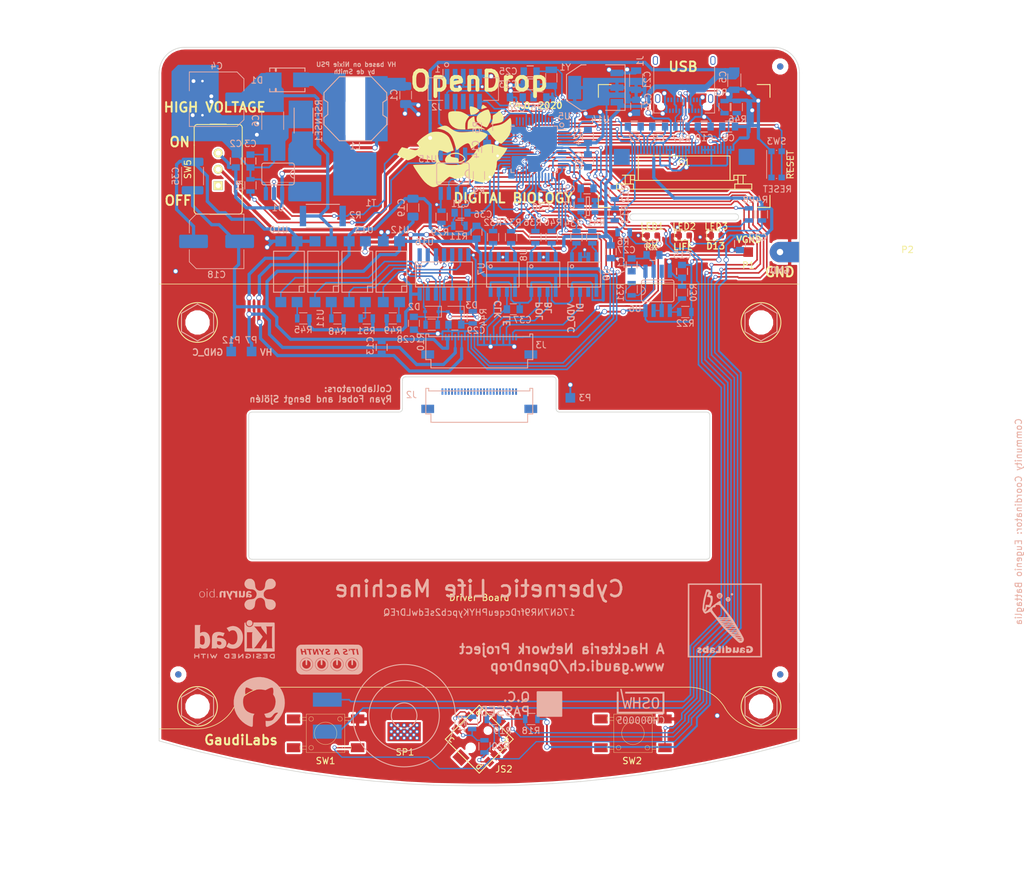
<source format=kicad_pcb>
(kicad_pcb (version 20171130) (host pcbnew 5.0.2-bee76a0~70~ubuntu18.04.1)
  (layers (0 F.Cu signal) (31 B.Cu signal) (34 B.Paste user) (35 F.Paste user) (36 B.SilkS user) (37 F.SilkS user) (38 B.Mask user) (39 F.Mask user) (44 Edge.Cuts user))
  (net 0 "")
  (net 1 "Net-(C1-Pad1)")
  (net 2 "Net-(D1-Pad2)")
  (net 3 GND)
  (net 4 V_HV)
  (net 5 "Net-(RSENSE1-Pad1)")
  (net 6 "Net-(T1-Pad1)")
  (net 7 "Net-(C7-Pad1)")
  (net 8 "Net-(C7-Pad2)")
  (net 9 "Net-(C9-Pad1)")
  (net 10 "Net-(C9-Pad2)")
  (net 11 "Net-(C10-Pad1)")
  (net 12 "Net-(LED1-Pad2)")
  (net 13 CLK)
  (net 14 LE)
  (net 15 DISP_CS)
  (net 16 DISP_RES)
  (net 17 "Net-(LED2-Pad2)")
  (net 18 DISP_SCL)
  (net 19 DISP_SDA)
  (net 20 SW1)
  (net 21 SW2)
  (net 22 DISP_DC)
  (net 23 SPK)
  (net 24 RX_LED)
  (net 25 JOY)
  (net 26 SW3)
  (net 27 BL)
  (net 28 DI)
  (net 29 "Net-(C16-Pad1)")
  (net 30 FEEDBACK)
  (net 31 "Net-(R22-Pad2)")
  (net 32 "Net-(U6-Pad3)")
  (net 33 V_GND)
  (net 34 "Net-(R32-Pad1)")
  (net 35 VDD_C)
  (net 36 CLK_C)
  (net 37 "Net-(R34-Pad1)")
  (net 38 "Net-(R36-Pad1)")
  (net 39 POL)
  (net 40 "Net-(R37-Pad1)")
  (net 41 LE_C)
  (net 42 "Net-(R40-Pad1)")
  (net 43 "Net-(R41-Pad1)")
  (net 44 "Net-(R45-Pad1)")
  (net 45 "Net-(R48-Pad1)")
  (net 46 "Net-(R49-Pad1)")
  (net 47 "Net-(R51-Pad1)")
  (net 48 GND_C)
  (net 49 V_HV_C)
  (net 50 +3V3)
  (net 51 "Net-(C20-Pad1)")
  (net 52 "Net-(C23-Pad2)")
  (net 53 AREF)
  (net 54 "Net-(C25-Pad2)")
  (net 55 AC)
  (net 56 "Net-(R3-Pad1)")
  (net 57 RESET)
  (net 58 SWDIO)
  (net 59 SWCLK)
  (net 60 D+)
  (net 61 "Net-(C3-Pad1)")
  (net 62 D13)
  (net 63 "Net-(R1-Pad1)")
  (net 64 "Net-(R2-Pad2)")
  (net 65 "Net-(LED3-Pad2)")
  (net 66 "Net-(C11-Pad2)")
  (net 67 VSENS)
  (net 68 "Net-(SP1-Pad1)")
  (net 69 "Net-(SP1-Pad2)")
  (net 70 D-)
  (net 71 "Net-(C28-Pad2)")
  (net 72 "Net-(C29-Pad2)")
  (net 73 "Net-(C31-Pad2)")
  (net 74 "Net-(D2-Pad1)")
  (net 75 V_SCK)
  (net 76 V_SI)
  (net 77 V_CS)
  (net 78 "Net-(U10-Pad2)")
  (net 79 "Net-(U11-Pad2)")
  (net 80 "Net-(U12-Pad2)")
  (net 81 "Net-(U13-Pad2)")
  (net 82 V_USB)
  (net 83 "Net-(J1-PadS1)")
  (net 84 "Net-(J1-PadA5)")
  (net 85 "Net-(C11-Pad1)")
  (net 86 SENS_PAD)
  (net 87 "Net-(U16-Pad11)")
  (net 88 "Net-(J1-PadB5)")
  (net 89 "Net-(JS2-Pad1)")
  (net 90 "Net-(JS2-Pad3)")
  (net 91 "Net-(JS2-Pad6)")
  (net 92 BL_C)
  (net 93 DI_C)
  (net 94 POL_C)
  (net 95 DIG1)
  (net 96 DIG0)
  (net 97 "Net-(C8-Pad1)")
  (module GaudiLabsFootPrints:Speaker16mm (layer F.Cu) (at 88.265 135.439)
    (fp_text reference SP1 (at 0.127 5.715) (layer F.SilkS))
    (fp_text value SPEAKER)
    (pad 2 smd rect (at -12 2.5) (size 4.5 2.2) (layers B.Cu B.Paste B.Mask) (net 69 "Net-(SP1-Pad2)"))
    (pad 1 smd rect (at -12 -2.5) (size 4.5 2.2) (layers B.Cu B.Paste B.Mask) (net 68 "Net-(SP1-Pad1)"))
    (pad 3 smd rect (at 0 2.5) (size 5.2 3) (layers F.Cu F.Mask))
    (pad 3 thru_hole circle (at -2 1.5) (size 0.6 0.6) (drill 0.35) (layers *.Cu *.Mask))
    (pad 3 thru_hole circle (at -1.5 2) (size 0.6 0.6) (drill 0.35) (layers *.Cu *.Mask))
    (pad 3 thru_hole circle (at -1 1.5) (size 0.6 0.6) (drill 0.35) (layers *.Cu *.Mask))
    (pad 3 thru_hole circle (at -0.5 2) (size 0.6 0.6) (drill 0.35) (layers *.Cu *.Mask))
    (pad 3 thru_hole circle (at 0 1.5) (size 0.6 0.6) (drill 0.35) (layers *.Cu *.Mask))
    (pad 3 thru_hole circle (at 0.5 2) (size 0.6 0.6) (drill 0.35) (layers *.Cu *.Mask))
    (pad 3 thru_hole circle (at 1 1.5) (size 0.6 0.6) (drill 0.35) (layers *.Cu *.Mask))
    (pad 3 thru_hole circle (at 1.5 2) (size 0.6 0.6) (drill 0.35) (layers *.Cu *.Mask))
    (pad 3 thru_hole circle (at 2 1.5) (size 0.6 0.6) (drill 0.35) (layers *.Cu *.Mask))
    (pad 3 thru_hole circle (at -2 2.5) (size 0.6 0.6) (drill 0.35) (layers *.Cu *.Mask))
    (pad 3 thru_hole circle (at -1.5 3) (size 0.6 0.6) (drill 0.35) (layers *.Cu *.Mask))
    (pad 3 thru_hole circle (at -1 2.5) (size 0.6 0.6) (drill 0.35) (layers *.Cu *.Mask))
    (pad 3 thru_hole circle (at -0.5 3) (size 0.6 0.6) (drill 0.35) (layers *.Cu *.Mask))
    (pad 3 thru_hole circle (at 0 2.5) (size 0.6 0.6) (drill 0.35) (layers *.Cu *.Mask))
    (pad 3 thru_hole circle (at 0.5 3) (size 0.6 0.6) (drill 0.35) (layers *.Cu *.Mask))
    (pad 3 thru_hole circle (at 1 2.5) (size 0.6 0.6) (drill 0.35) (layers *.Cu *.Mask))
    (pad 3 thru_hole circle (at 1.5 3) (size 0.6 0.6) (drill 0.35) (layers *.Cu *.Mask))
    (pad 3 thru_hole circle (at 2 2.5) (size 0.6 0.6) (drill 0.35) (layers *.Cu *.Mask))
    (pad 3 thru_hole circle (at -2 3.5) (size 0.6 0.6) (drill 0.35) (layers *.Cu *.Mask))
    (pad 3 thru_hole circle (at -1 3.5) (size 0.6 0.6) (drill 0.35) (layers *.Cu *.Mask))
    (pad 3 thru_hole circle (at 0 3.5) (size 0.6 0.6) (drill 0.35) (layers *.Cu *.Mask))
    (pad 3 thru_hole circle (at 1 3.5) (size 0.6 0.6) (drill 0.35) (layers *.Cu *.Mask))
    (pad 3 thru_hole circle (at 2 3.5) (size 0.6 0.6) (drill 0.35) (layers *.Cu *.Mask))
  )
  (module GaudiLabsFootPrints:USB_C_Receptacle_Amphenol_12401610E4-2A (layer B.Cu) (at 132 35.9)
    (fp_text reference J1 (at -6.868 -2.749 -270) (layer B.SilkS) (effects (justify mirror)))
    (fp_text value USB_C_Receptacle)
    (pad B12 smd rect (at -3 3.32) (size 0.3 0.7) (layers B.Cu B.Paste B.Mask) (net 3 GND))
    (pad B11 smd rect (at -2.5 3.32) (size 0.3 0.7) (layers B.Cu B.Paste B.Mask))
    (pad B10 smd rect (at -2 3.32) (size 0.3 0.7) (layers B.Cu B.Paste B.Mask))
    (pad B9 smd rect (at -1.5 3.32) (size 0.3 0.7) (layers B.Cu B.Paste B.Mask) (net 82 V_USB))
    (pad B8 smd rect (at -1 3.32) (size 0.3 0.7) (layers B.Cu B.Paste B.Mask))
    (pad B7 smd rect (at -0.5 3.32) (size 0.3 0.7) (layers B.Cu B.Paste B.Mask) (net 70 D-))
    (pad B6 smd rect (at 0 3.32) (size 0.3 0.7) (layers B.Cu B.Paste B.Mask) (net 60 D+))
    (pad B5 smd rect (at 0.5 3.32) (size 0.3 0.7) (layers B.Cu B.Paste B.Mask) (net 88 "Net-(J1-PadB5)"))
    (pad B4 smd rect (at 1 3.32) (size 0.3 0.7) (layers B.Cu B.Paste B.Mask) (net 82 V_USB))
    (pad B3 smd rect (at 1.5 3.32) (size 0.3 0.7) (layers B.Cu B.Paste B.Mask))
    (pad B2 smd rect (at 2 3.32) (size 0.3 0.7) (layers B.Cu B.Paste B.Mask))
    (pad "" np_thru_hole circle (at -3.6 4.36) (size 0.65 0.65) (drill 0.65) (layers *.Cu *.Mask))
    (pad "" np_thru_hole oval (at 3.6 4.36) (size 0.95 0.65) (drill oval 0.95 0.65) (layers *.Cu *.Mask))
    (pad S1 thru_hole oval (at -4.49 -2.84) (size 0.8 1.4) (drill oval 0.5 1.1) (layers *.Cu *.Paste *.Mask) (net 83 "Net-(J1-PadS1)"))
    (pad S1 thru_hole oval (at 4.49 -2.84) (size 0.8 1.4) (drill oval 0.5 1.1) (layers *.Cu *.Paste *.Mask) (net 83 "Net-(J1-PadS1)"))
    (pad S1 thru_hole oval (at 4.13 3.11) (size 0.8 1.4) (drill oval 0.5 1.1) (layers *.Cu *.Paste *.Mask) (net 83 "Net-(J1-PadS1)"))
    (pad B1 smd rect (at 2.5 3.32) (size 0.3 0.7) (layers B.Cu B.Paste B.Mask) (net 3 GND))
    (pad A11 smd rect (at 2.25 5.02) (size 0.3 0.7) (layers B.Cu B.Paste B.Mask))
    (pad A8 smd rect (at 0.75 5.02) (size 0.3 0.7) (layers B.Cu B.Paste B.Mask))
    (pad A9 smd rect (at 1.25 5.02) (size 0.3 0.7) (layers B.Cu B.Paste B.Mask) (net 82 V_USB))
    (pad A10 smd rect (at 1.75 5.02) (size 0.3 0.7) (layers B.Cu B.Paste B.Mask))
    (pad A12 smd rect (at 2.75 5.02) (size 0.3 0.7) (layers B.Cu B.Paste B.Mask) (net 3 GND))
    (pad A7 smd rect (at 0.25 5.02) (size 0.3 0.7) (layers B.Cu B.Paste B.Mask) (net 70 D-))
    (pad A6 smd rect (at -0.25 5.02) (size 0.3 0.7) (layers B.Cu B.Paste B.Mask) (net 60 D+))
    (pad A5 smd rect (at -0.75 5.02) (size 0.3 0.7) (layers B.Cu B.Paste B.Mask) (net 84 "Net-(J1-PadA5)"))
    (pad A4 smd rect (at -1.25 5.02) (size 0.3 0.7) (layers B.Cu B.Paste B.Mask) (net 82 V_USB))
    (pad A3 smd rect (at -1.75 5.02) (size 0.3 0.7) (layers B.Cu B.Paste B.Mask))
    (pad A2 smd rect (at -2.25 5.02) (size 0.3 0.7) (layers B.Cu B.Paste B.Mask))
    (pad A1 smd rect (at -2.75 5.02) (size 0.3 0.7) (layers B.Cu B.Paste B.Mask) (net 3 GND))
    (pad S1 thru_hole oval (at -4.13 3.11) (size 0.8 1.4) (drill oval 0.5 1.1) (layers *.Cu *.Paste *.Mask) (net 83 "Net-(J1-PadS1)"))
  )
  (module GaudiLabsFootPrints:MountingHoleM3 (layer F.Cu) (at 56 134)
    (fp_text reference P15 hide)
    (fp_text value ScrewPad3)
    (pad "" np_thru_hole circle (at 0 0 90) (size 3.2 3.2) (drill 3.2) (layers *.Cu *.Mask))
  )
  (module GaudiLabsFootPrints:FFC_MOLEX_EASYON_05mm_24 (layer B.Cu) (at 100 76.5 180)
    (fp_text reference J3 (at -9.652 -1.021 180) (layer B.SilkS) (effects (justify mirror)))
    (fp_text value Conn_01x24_Female)
    (pad "" smd rect (at -8.05 -2.5 180) (size 2 1.3) (layers B.Cu B.Paste B.Mask))
    (pad "" smd rect (at 8.05 -2.5 180) (size 2 1.3) (layers B.Cu B.Paste B.Mask))
    (pad 1 smd rect (at -5.75 0.2 180) (size 0.3 1) (layers B.Cu B.Paste B.Mask) (net 50 +3V3))
    (pad 2 smd rect (at -5.25 0.2 180) (size 0.3 1) (layers B.Cu B.Paste B.Mask) (net 33 V_GND))
    (pad 3 smd rect (at -4.75 0.2 180) (size 0.3 1) (layers B.Cu B.Paste B.Mask) (net 3 GND))
    (pad 4 smd rect (at -4.25 0.2 180) (size 0.3 1) (layers B.Cu B.Paste B.Mask) (net 93 DI_C))
    (pad 5 smd rect (at -3.75 0.2 180) (size 0.3 1) (layers B.Cu B.Paste B.Mask) (net 3 GND))
    (pad 6 smd rect (at -3.25 0.2 180) (size 0.3 1) (layers B.Cu B.Paste B.Mask) (net 92 BL_C))
    (pad 7 smd rect (at -2.75 0.2 180) (size 0.3 1) (layers B.Cu B.Paste B.Mask) (net 3 GND))
    (pad 8 smd rect (at -2.25 0.2 180) (size 0.3 1) (layers B.Cu B.Paste B.Mask) (net 94 POL_C))
    (pad 9 smd rect (at -1.75 0.2 180) (size 0.3 1) (layers B.Cu B.Paste B.Mask) (net 3 GND))
    (pad 10 smd rect (at -1.25 0.2 180) (size 0.3 1) (layers B.Cu B.Paste B.Mask) (net 41 LE_C))
    (pad 11 smd rect (at -0.75 0.2 180) (size 0.3 1) (layers B.Cu B.Paste B.Mask) (net 3 GND))
    (pad 12 smd rect (at -0.25 0.2 180) (size 0.3 1) (layers B.Cu B.Paste B.Mask) (net 36 CLK_C))
    (pad 13 smd rect (at 0.25 0.2 180) (size 0.3 1) (layers B.Cu B.Paste B.Mask) (net 3 GND))
    (pad 14 smd rect (at 0.75 0.2 180) (size 0.3 1) (layers B.Cu B.Paste B.Mask) (net 95 DIG1))
    (pad 15 smd rect (at 1.25 0.2 180) (size 0.3 1) (layers B.Cu B.Paste B.Mask) (net 96 DIG0))
    (pad 16 smd rect (at 1.75 0.2 180) (size 0.3 1) (layers B.Cu B.Paste B.Mask) (net 86 SENS_PAD))
    (pad 17 smd rect (at 2.25 0.2 180) (size 0.3 1) (layers B.Cu B.Paste B.Mask) (net 3 GND))
    (pad 18 smd rect (at 2.75 0.2 180) (size 0.3 1) (layers B.Cu B.Paste B.Mask) (net 35 VDD_C))
    (pad 19 smd rect (at 3.25 0.2 180) (size 0.3 1) (layers B.Cu B.Paste B.Mask) (net 3 GND))
    (pad 20 smd rect (at 3.75 0.2 180) (size 0.3 1) (layers B.Cu B.Paste B.Mask) (net 49 V_HV_C))
    (pad 21 smd rect (at 4.25 0.2 180) (size 0.3 1) (layers B.Cu B.Paste B.Mask) (net 3 GND))
    (pad 22 smd rect (at 4.75 0.2 180) (size 0.3 1) (layers B.Cu B.Paste B.Mask) (net 48 GND_C))
    (pad 23 smd rect (at 5.25 0.2 180) (size 0.3 1) (layers B.Cu B.Paste B.Mask) (net 48 GND_C))
    (pad 24 smd rect (at 5.75 0.2 180) (size 0.3 1) (layers B.Cu B.Paste B.Mask) (net 3 GND))
  )
  (module Capacitors_SMD:C_0805 (layer B.Cu) (at 107.95 34.757)
    (fp_text reference C25 (at -3.429 0 180) (layer B.SilkS) (effects (justify mirror)))
    (fp_text value 22pF)
    (pad 2 smd rect (at 1 0) (size 1 1.25) (layers B.Cu B.Paste B.Mask) (net 54 "Net-(C25-Pad2)"))
    (pad 1 smd rect (at -1 0) (size 1 1.25) (layers B.Cu B.Paste B.Mask) (net 3 GND))
  )
  (module Crystals:Crystal_SMD_3215-2pin_3.2x1.5mm (layer B.Cu) (at 111.252 35.773 270)
    (fp_text reference Y1 (at -1.651 -2.159) (layer B.SilkS) (effects (justify mirror)))
    (fp_text value 32.765)
    (pad 2 smd rect (at -1.25 0 270) (size 1 1.8) (layers B.Cu B.Paste B.Mask) (net 54 "Net-(C25-Pad2)"))
    (pad 1 smd rect (at 1.25 0 270) (size 1 1.8) (layers B.Cu B.Paste B.Mask) (net 52 "Net-(C23-Pad2)"))
  )
  (module GaudiLabsLogos:FLUXL_S2 (layer F.Cu) (at 96.266 46.441)
    (fp_text reference G*** hide)
    (fp_text value LOGO hide)
  )
  (module Capacitors_SMD:C_0805 (layer B.Cu) (at 101.219 46.949 270)
    (fp_text reference C14 (at 0 1.778 270) (layer B.SilkS) (effects (justify mirror)))
    (fp_text value 100nF)
    (pad 1 smd rect (at -1 0 270) (size 1 1.25) (layers B.Cu B.Paste B.Mask) (net 50 +3V3))
    (pad 2 smd rect (at 1 0 270) (size 1 1.25) (layers B.Cu B.Paste B.Mask) (net 3 GND))
  )
  (module GaudiLabsFootPrints:SMD_DIP4 (layer B.Cu) (at 86.281 66.067 90)
    (fp_text reference U12 (at 6.545 1.349 180) (layer B.SilkS) (effects (justify mirror)))
    (fp_text value AQY210EH)
    (pad 2 smd rect (at -4.75 -1.27 90) (size 1.6 1.7) (layers B.Cu B.Paste B.Mask) (net 80 "Net-(U12-Pad2)"))
    (pad 1 smd rect (at -4.75 1.27 90) (size 1.6 1.7) (layers B.Cu B.Paste B.Mask) (net 46 "Net-(R49-Pad1)"))
    (pad 4 smd rect (at 4.75 1.27 90) (size 1.6 1.7) (layers B.Cu B.Paste B.Mask) (net 48 GND_C))
    (pad 3 smd rect (at 4.75 -1.27 90) (size 1.6 1.7) (layers B.Cu B.Paste B.Mask) (net 3 GND))
  )
  (module Resistors_SMD:R_0805 (layer B.Cu) (at 102.156 60.6695 90)
    (fp_text reference R32 (at 2.2905 -0.048 180) (layer B.SilkS) (effects (justify mirror)))
    (fp_text value 220)
    (pad 1 smd rect (at -0.95 0 90) (size 0.7 1.3) (layers B.Cu B.Paste B.Mask) (net 34 "Net-(R32-Pad1)"))
    (pad 2 smd rect (at 0.95 0 90) (size 0.7 1.3) (layers B.Cu B.Paste B.Mask) (net 13 CLK))
  )
  (module GaudiLabsFootPrints:HCPL_Optocoupler_SMD (layer B.Cu) (at 116.38 66.5115)
    (fp_text reference U9 (at 3.508 -0.0045 90) (layer B.SilkS) (effects (justify mirror)))
    (fp_text value ACPL-024L-000E)
    (pad 5 smd rect (at 1.905 2.7325) (size 0.61 1.52) (layers B.Cu B.Paste B.Mask) (net 48 GND_C))
    (pad 6 smd rect (at 0.635 2.7325) (size 0.61 1.52) (layers B.Cu B.Paste B.Mask))
    (pad 7 smd rect (at -0.635 2.7325) (size 0.61 1.52) (layers B.Cu B.Paste B.Mask) (net 93 DI_C))
    (pad 8 smd rect (at -1.905 2.7325) (size 0.61 1.52) (layers B.Cu B.Paste B.Mask) (net 35 VDD_C))
    (pad 1 smd rect (at -1.905 -2.7325) (size 0.61 1.52) (layers B.Cu B.Paste B.Mask) (net 37 "Net-(R34-Pad1)"))
    (pad 2 smd rect (at -0.635 -2.7325) (size 0.61 1.52) (layers B.Cu B.Paste B.Mask) (net 3 GND))
    (pad 3 smd rect (at 0.635 -2.7325) (size 0.61 1.52) (layers B.Cu B.Paste B.Mask) (net 3 GND))
    (pad 4 smd rect (at 1.905 -2.7325) (size 0.61 1.52) (layers B.Cu B.Paste B.Mask) (net 43 "Net-(R41-Pad1)"))
  )
  (module GaudiLabsFootPrints:HCPL_Optocoupler_SMD (layer B.Cu) (at 110.03 66.5115)
    (fp_text reference U8 (at -3.096 -3.0525 90) (layer B.SilkS) (effects (justify mirror)))
    (fp_text value "ACPL-024L-000E ")
    (pad 4 smd rect (at 1.905 -2.7325) (size 0.61 1.52) (layers B.Cu B.Paste B.Mask) (net 42 "Net-(R40-Pad1)"))
    (pad 3 smd rect (at 0.635 -2.7325) (size 0.61 1.52) (layers B.Cu B.Paste B.Mask) (net 3 GND))
    (pad 2 smd rect (at -0.635 -2.7325) (size 0.61 1.52) (layers B.Cu B.Paste B.Mask) (net 3 GND))
    (pad 1 smd rect (at -1.905 -2.7325) (size 0.61 1.52) (layers B.Cu B.Paste B.Mask) (net 38 "Net-(R36-Pad1)"))
    (pad 8 smd rect (at -1.905 2.7325) (size 0.61 1.52) (layers B.Cu B.Paste B.Mask) (net 35 VDD_C))
    (pad 7 smd rect (at -0.635 2.7325) (size 0.61 1.52) (layers B.Cu B.Paste B.Mask) (net 94 POL_C))
    (pad 6 smd rect (at 0.635 2.7325) (size 0.61 1.52) (layers B.Cu B.Paste B.Mask) (net 92 BL_C))
    (pad 5 smd rect (at 1.905 2.7325) (size 0.61 1.52) (layers B.Cu B.Paste B.Mask) (net 48 GND_C))
  )
  (module Resistors_SMD:R_0805 (layer B.Cu) (at 64.262 52.578 90)
    (fp_text reference R1 (at -0.086 -1.651 90) (layer B.SilkS) (effects (justify mirror)))
    (fp_text value 6.8k)
    (pad 1 smd rect (at -0.95 0 90) (size 0.7 1.3) (layers B.Cu B.Paste B.Mask) (net 63 "Net-(R1-Pad1)"))
    (pad 2 smd rect (at 0.95 0 90) (size 0.7 1.3) (layers B.Cu B.Paste B.Mask) (net 3 GND))
  )
  (module Resistors_SMD:R_0805 (layer B.Cu) (at 101.219 43.393 270)
    (fp_text reference R5 (at 0.127 1.651 90) (layer B.SilkS) (effects (justify mirror)))
    (fp_text value 10k)
    (pad 1 smd rect (at -0.95 0 270) (size 0.7 1.3) (layers B.Cu B.Paste B.Mask) (net 57 RESET))
    (pad 2 smd rect (at 0.95 0 270) (size 0.7 1.3) (layers B.Cu B.Paste B.Mask) (net 50 +3V3))
  )
  (module Resistors_SMD:R_0805 (layer B.Cu) (at 108.1278 135.9662)
    (fp_text reference R18 (at -0.0508 1.8288) (layer B.SilkS) (effects (justify mirror)))
    (fp_text value 10k)
    (pad 1 smd rect (at -0.95 0) (size 0.7 1.3) (layers B.Cu B.Paste B.Mask) (net 25 JOY))
    (pad 2 smd rect (at 0.95 0) (size 0.7 1.3) (layers B.Cu B.Paste B.Mask) (net 50 +3V3))
  )
  (module Resistors_SMD:R_0805 (layer B.Cu) (at 102.1334 135.9662)
    (fp_text reference R19 (at 1.4986 1.8288) (layer B.SilkS) (effects (justify mirror)))
    (fp_text value 10k)
    (pad 1 smd rect (at -0.95 0) (size 0.7 1.3) (layers B.Cu B.Paste B.Mask) (net 91 "Net-(JS2-Pad6)"))
    (pad 2 smd rect (at 0.95 0) (size 0.7 1.3) (layers B.Cu B.Paste B.Mask) (net 25 JOY))
  )
  (module Resistors_SMD:R_0805 (layer B.Cu) (at 100.8126 140.2334 270)
    (fp_text reference R20 (at -0.0254 -2.5654) (layer B.SilkS) (effects (justify mirror)))
    (fp_text value 10k)
    (pad 1 smd rect (at -0.95 0 270) (size 0.7 1.3) (layers B.Cu B.Paste B.Mask) (net 90 "Net-(JS2-Pad3)"))
    (pad 2 smd rect (at 0.95 0 270) (size 0.7 1.3) (layers B.Cu B.Paste B.Mask) (net 91 "Net-(JS2-Pad6)"))
  )
  (module Resistors_SMD:R_0805 (layer B.Cu) (at 98.8822 136.5758 270)
    (fp_text reference R21 (at 0.0762 1.6002 270) (layer B.SilkS) (effects (justify mirror)))
    (fp_text value 10k)
    (pad 1 smd rect (at -0.95 0 270) (size 0.7 1.3) (layers B.Cu B.Paste B.Mask) (net 89 "Net-(JS2-Pad1)"))
    (pad 2 smd rect (at 0.95 0 270) (size 0.7 1.3) (layers B.Cu B.Paste B.Mask) (net 90 "Net-(JS2-Pad3)"))
  )
  (module Resistors_SMD:R_0805 (layer B.Cu) (at 132.176 72.36304 180)
    (fp_text reference R22 (at 0 -1.778 180) (layer B.SilkS) (effects (justify mirror)))
    (fp_text value 10k)
    (pad 1 smd rect (at -0.95 0 180) (size 0.7 1.3) (layers B.Cu B.Paste B.Mask) (net 50 +3V3))
    (pad 2 smd rect (at 0.95 0 180) (size 0.7 1.3) (layers B.Cu B.Paste B.Mask) (net 31 "Net-(R22-Pad2)"))
  )
  (module Resistors_SMD:R_0805 (layer B.Cu) (at 131.668 69.31504 90)
    (fp_text reference R30 (at 0 1.778 90) (layer B.SilkS) (effects (justify mirror)))
    (fp_text value 10k)
    (pad 1 smd rect (at -0.95 0 90) (size 0.7 1.3) (layers B.Cu B.Paste B.Mask) (net 31 "Net-(R22-Pad2)"))
    (pad 2 smd rect (at 0.95 0 90) (size 0.7 1.3) (layers B.Cu B.Paste B.Mask) (net 3 GND))
  )
  (module Resistors_SMD:R_0805 (layer B.Cu) (at 123.794 68.80704 90)
    (fp_text reference R31 (at -0.49396 -1.747 90) (layer B.SilkS) (effects (justify mirror)))
    (fp_text value 15k)
    (pad 1 smd rect (at -0.95 0 90) (size 0.7 1.3) (layers B.Cu B.Paste B.Mask) (net 30 FEEDBACK))
    (pad 2 smd rect (at 0.95 0 90) (size 0.7 1.3) (layers B.Cu B.Paste B.Mask) (net 29 "Net-(C16-Pad1)"))
  )
  (module Resistors_SMD:R_0805 (layer B.Cu) (at 98.984 73.203 270)
    (fp_text reference R44 (at 0 -1.651 270) (layer B.SilkS) (effects (justify mirror)))
    (fp_text value 10k)
    (pad 1 smd rect (at -0.95 0 270) (size 0.7 1.3) (layers B.Cu B.Paste B.Mask) (net 74 "Net-(D2-Pad1)"))
    (pad 2 smd rect (at 0.95 0 270) (size 0.7 1.3) (layers B.Cu B.Paste B.Mask) (net 72 "Net-(C29-Pad2)"))
  )
  (module Resistors_SMD:R_0805 (layer B.Cu) (at 72.517 73.365)
    (fp_text reference R45 (at 0 1.778) (layer B.SilkS) (effects (justify mirror)))
    (fp_text value 220)
    (pad 1 smd rect (at -0.95 0) (size 0.7 1.3) (layers B.Cu B.Paste B.Mask) (net 44 "Net-(R45-Pad1)"))
    (pad 2 smd rect (at 0.95 0) (size 0.7 1.3) (layers B.Cu B.Paste B.Mask) (net 82 V_USB))
  )
  (module Resistors_SMD:R_0805 (layer B.Cu) (at 77.851 73.365)
    (fp_text reference R48 (at 0 2.032) (layer B.SilkS) (effects (justify mirror)))
    (fp_text value 220)
    (pad 1 smd rect (at -0.95 0) (size 0.7 1.3) (layers B.Cu B.Paste B.Mask) (net 45 "Net-(R48-Pad1)"))
    (pad 2 smd rect (at 0.95 0) (size 0.7 1.3) (layers B.Cu B.Paste B.Mask) (net 82 V_USB))
  )
  (module Resistors_SMD:R_0805 (layer B.Cu) (at 86.487 73.365 180)
    (fp_text reference R49 (at -0.051 -1.87 180) (layer B.SilkS) (effects (justify mirror)))
    (fp_text value 220)
    (pad 1 smd rect (at -0.95 0 180) (size 0.7 1.3) (layers B.Cu B.Paste B.Mask) (net 46 "Net-(R49-Pad1)"))
    (pad 2 smd rect (at 0.95 0 180) (size 0.7 1.3) (layers B.Cu B.Paste B.Mask) (net 82 V_USB))
  )
  (module Resistors_SMD:R_0805 (layer B.Cu) (at 82.423 73.365)
    (fp_text reference R51 (at -0.076 1.9335) (layer B.SilkS) (effects (justify mirror)))
    (fp_text value 220)
    (pad 1 smd rect (at -0.95 0) (size 0.7 1.3) (layers B.Cu B.Paste B.Mask) (net 47 "Net-(R51-Pad1)"))
    (pad 2 smd rect (at 0.95 0) (size 0.7 1.3) (layers B.Cu B.Paste B.Mask) (net 82 V_USB))
  )
  (module Resistors_SMD:R_0805 (layer B.Cu) (at 117.65 60.6695 90)
    (fp_text reference R41 (at 2.2905 0.587 180) (layer B.SilkS) (effects (justify mirror)))
    (fp_text value 220)
    (pad 1 smd rect (at -0.95 0 90) (size 0.7 1.3) (layers B.Cu B.Paste B.Mask) (net 43 "Net-(R41-Pad1)"))
    (pad 2 smd rect (at 0.95 0 90) (size 0.7 1.3) (layers B.Cu B.Paste B.Mask))
  )
  (module Resistors_SMD:R_0805 (layer B.Cu) (at 140.208 40.345 90)
    (fp_text reference R3 (at 2.286 -2.413 180) (layer B.SilkS) (effects (justify mirror)))
    (fp_text value 390k)
    (pad 1 smd rect (at -0.95 0 90) (size 0.7 1.3) (layers B.Cu B.Paste B.Mask) (net 56 "Net-(R3-Pad1)"))
    (pad 2 smd rect (at 0.95 0 90) (size 0.7 1.3) (layers B.Cu B.Paste B.Mask) (net 3 GND))
  )
  (module Resistors_SMD:R_0805 (layer B.Cu) (at 144.145 57.109 270)
    (fp_text reference R4 (at -2.286 0) (layer B.SilkS) (effects (justify mirror)))
    (fp_text value 390)
    (pad 1 smd rect (at -0.95 0 270) (size 0.7 1.3) (layers B.Cu B.Paste B.Mask) (net 50 +3V3))
    (pad 2 smd rect (at 0.95 0 270) (size 0.7 1.3) (layers B.Cu B.Paste B.Mask) (net 17 "Net-(LED2-Pad2)"))
  )
  (module Resistors_SMD:R_0805 (layer B.Cu) (at 122.555 59.903)
    (fp_text reference R6 (at -0.08 1.472) (layer B.SilkS) (effects (justify mirror)))
    (fp_text value 390)
    (pad 1 smd rect (at -0.95 0) (size 0.7 1.3) (layers B.Cu B.Paste B.Mask) (net 24 RX_LED))
    (pad 2 smd rect (at 0.95 0) (size 0.7 1.3) (layers B.Cu B.Paste B.Mask) (net 12 "Net-(LED1-Pad2)"))
  )
  (module Resistors_SMD:R_0805 (layer B.Cu) (at 142.113 57.109 270)
    (fp_text reference R8 (at -2.286 0) (layer B.SilkS) (effects (justify mirror)))
    (fp_text value 390)
    (pad 1 smd rect (at -0.95 0 270) (size 0.7 1.3) (layers B.Cu B.Paste B.Mask) (net 62 D13))
    (pad 2 smd rect (at 0.95 0 270) (size 0.7 1.3) (layers B.Cu B.Paste B.Mask) (net 65 "Net-(LED3-Pad2)"))
  )
  (module Resistors_SMD:R_0805 (layer B.Cu) (at 115.175 60.675 90)
    (fp_text reference R34 (at 2.169 -0.494 180) (layer B.SilkS) (effects (justify mirror)))
    (fp_text value 220)
    (pad 1 smd rect (at -0.95 0 90) (size 0.7 1.3) (layers B.Cu B.Paste B.Mask) (net 37 "Net-(R34-Pad1)"))
    (pad 2 smd rect (at 0.95 0 90) (size 0.7 1.3) (layers B.Cu B.Paste B.Mask) (net 28 DI))
  )
  (module Resistors_SMD:R_0805 (layer B.Cu) (at 108.76 60.6695 90)
    (fp_text reference R36 (at 2.2905 -0.429 180) (layer B.SilkS) (effects (justify mirror)))
    (fp_text value 220)
    (pad 1 smd rect (at -0.95 0 90) (size 0.7 1.3) (layers B.Cu B.Paste B.Mask) (net 38 "Net-(R36-Pad1)"))
    (pad 2 smd rect (at 0.95 0 90) (size 0.7 1.3) (layers B.Cu B.Paste B.Mask) (net 39 POL))
  )
  (module Resistors_SMD:R_0805 (layer B.Cu) (at 104.975 60.675 90)
    (fp_text reference R37 (at 2.296 0.181 180) (layer B.SilkS) (effects (justify mirror)))
    (fp_text value 220)
    (pad 1 smd rect (at -0.95 0 90) (size 0.7 1.3) (layers B.Cu B.Paste B.Mask) (net 40 "Net-(R37-Pad1)"))
    (pad 2 smd rect (at 0.95 0 90) (size 0.7 1.3) (layers B.Cu B.Paste B.Mask) (net 14 LE))
  )
  (module Resistors_SMD:R_0805 (layer B.Cu) (at 111.3 60.6695 90)
    (fp_text reference R40 (at 2.2905 0.206 180) (layer B.SilkS) (effects (justify mirror)))
    (fp_text value 220)
    (pad 1 smd rect (at -0.95 0 90) (size 0.7 1.3) (layers B.Cu B.Paste B.Mask) (net 42 "Net-(R40-Pad1)"))
    (pad 2 smd rect (at 0.95 0 90) (size 0.7 1.3) (layers B.Cu B.Paste B.Mask) (net 27 BL))
  )
  (module Resistors_SMD:R_0805 (layer B.Cu) (at 99.949 51.013 90)
    (fp_text reference R9 (at -2.413 0 180) (layer B.SilkS) (effects (justify mirror)))
    (fp_text value 390k)
    (pad 1 smd rect (at -0.95 0 90) (size 0.7 1.3) (layers B.Cu B.Paste B.Mask) (net 67 VSENS))
    (pad 2 smd rect (at 0.95 0 90) (size 0.7 1.3) (layers B.Cu B.Paste B.Mask) (net 63 "Net-(R1-Pad1)"))
  )
  (module Resistors_SMD:R_0805 (layer B.Cu) (at 92.568 74.346 180)
    (fp_text reference R10 (at 1.712 -2.667 270) (layer B.SilkS) (effects (justify mirror)))
    (fp_text value 10k)
    (pad 1 smd rect (at -0.95 0 180) (size 0.7 1.3) (layers B.Cu B.Paste B.Mask) (net 74 "Net-(D2-Pad1)"))
    (pad 2 smd rect (at 0.95 0 180) (size 0.7 1.3) (layers B.Cu B.Paste B.Mask) (net 71 "Net-(C28-Pad2)"))
  )
  (module Resistors_SMD:R_0805 (layer B.Cu) (at 96.901 58.887)
    (fp_text reference R11 (at -0.127 1.651) (layer B.SilkS) (effects (justify mirror)))
    (fp_text value 15k)
    (pad 1 smd rect (at -0.95 0) (size 0.7 1.3) (layers B.Cu B.Paste B.Mask) (net 73 "Net-(C31-Pad2)"))
    (pad 2 smd rect (at 0.95 0) (size 0.7 1.3) (layers B.Cu B.Paste B.Mask) (net 50 +3V3))
  )
  (module GaudiLabsFootPrints:D-Pak_TO252AA (layer B.Cu) (at 78.232 50.8 90)
    (fp_text reference T1 (at -4.531 4.826 180) (layer B.SilkS) (effects (justify mirror)))
    (fp_text value TK560P60Y)
    (pad 3 smd rect (at 2.18 -4.3 90) (size 1.55 2.78) (layers B.Cu B.Paste B.Mask) (net 5 "Net-(RSENSE1-Pad1)"))
    (pad 2 smd rect (at 0 2.335 90) (size 6.74 6.73) (layers B.Cu B.Paste B.Mask) (net 2 "Net-(D1-Pad2)"))
    (pad 1 smd rect (at -2.18 -4.3 90) (size 1.55 2.78) (layers B.Cu B.Paste B.Mask) (net 6 "Net-(T1-Pad1)"))
  )
  (module GaudiLabsFootPrints:SMD_DIP4 (layer B.Cu) (at 75.613 66.067 90)
    (fp_text reference U11 (at -7.298 -0.429 90) (layer B.SilkS) (effects (justify mirror)))
    (fp_text value AQY210EH)
    (pad 2 smd rect (at -4.75 -1.27 90) (size 1.6 1.7) (layers B.Cu B.Paste B.Mask) (net 79 "Net-(U11-Pad2)"))
    (pad 1 smd rect (at -4.75 1.27 90) (size 1.6 1.7) (layers B.Cu B.Paste B.Mask) (net 45 "Net-(R48-Pad1)"))
    (pad 4 smd rect (at 4.75 1.27 90) (size 1.6 1.7) (layers B.Cu B.Paste B.Mask) (net 4 V_HV))
    (pad 3 smd rect (at 4.75 -1.27 90) (size 1.6 1.7) (layers B.Cu B.Paste B.Mask) (net 49 V_HV_C))
  )
  (module GaudiLabsFootPrints:SMD_DIP4 (layer B.Cu) (at 70.279 66.067 90)
    (fp_text reference U10 (at 6.545 -1.572) (layer B.SilkS) (effects (justify mirror)))
    (fp_text value AQY210EH)
    (pad 2 smd rect (at -4.75 -1.27 90) (size 1.6 1.7) (layers B.Cu B.Paste B.Mask) (net 78 "Net-(U10-Pad2)"))
    (pad 1 smd rect (at -4.75 1.27 90) (size 1.6 1.7) (layers B.Cu B.Paste B.Mask) (net 44 "Net-(R45-Pad1)"))
    (pad 4 smd rect (at 4.75 1.27 90) (size 1.6 1.7) (layers B.Cu B.Paste B.Mask) (net 49 V_HV_C))
    (pad 3 smd rect (at 4.75 -1.27 90) (size 1.6 1.7) (layers B.Cu B.Paste B.Mask) (net 3 GND))
  )
  (module GaudiLabsFootPrints:SMD_DIP4 (layer B.Cu) (at 80.947 66.067 90)
    (fp_text reference U13 (at 6.545 1.095) (layer B.SilkS) (effects (justify mirror)))
    (fp_text value AQY210EH)
    (pad 2 smd rect (at -4.75 -1.27 90) (size 1.6 1.7) (layers B.Cu B.Paste B.Mask) (net 81 "Net-(U13-Pad2)"))
    (pad 1 smd rect (at -4.75 1.27 90) (size 1.6 1.7) (layers B.Cu B.Paste B.Mask) (net 47 "Net-(R51-Pad1)"))
    (pad 4 smd rect (at 4.75 1.27 90) (size 1.6 1.7) (layers B.Cu B.Paste B.Mask) (net 82 V_USB))
    (pad 3 smd rect (at 4.75 -1.27 90) (size 1.6 1.7) (layers B.Cu B.Paste B.Mask) (net 35 VDD_C))
  )
  (module GaudiLabsFootPrints:HCPL_Optocoupler_SMD (layer B.Cu) (at 103.68 66.5115)
    (fp_text reference U7 (at -3.35 -0.8935 90) (layer B.SilkS) (effects (justify mirror)))
    (fp_text value "ACPL-024L-000E ")
    (pad 5 smd rect (at 1.905 2.7325) (size 0.61 1.52) (layers B.Cu B.Paste B.Mask) (net 48 GND_C))
    (pad 6 smd rect (at 0.635 2.7325) (size 0.61 1.52) (layers B.Cu B.Paste B.Mask) (net 41 LE_C))
    (pad 7 smd rect (at -0.635 2.7325) (size 0.61 1.52) (layers B.Cu B.Paste B.Mask) (net 36 CLK_C))
    (pad 8 smd rect (at -1.905 2.7325) (size 0.61 1.52) (layers B.Cu B.Paste B.Mask) (net 35 VDD_C))
    (pad 1 smd rect (at -1.905 -2.7325) (size 0.61 1.52) (layers B.Cu B.Paste B.Mask) (net 34 "Net-(R32-Pad1)"))
    (pad 2 smd rect (at -0.635 -2.7325) (size 0.61 1.52) (layers B.Cu B.Paste B.Mask) (net 3 GND))
    (pad 3 smd rect (at 0.635 -2.7325) (size 0.61 1.52) (layers B.Cu B.Paste B.Mask) (net 3 GND))
    (pad 4 smd rect (at 1.905 -2.7325) (size 0.61 1.52) (layers B.Cu B.Paste B.Mask) (net 40 "Net-(R37-Pad1)"))
  )
  (module Capacitors_SMD:C_0805 (layer B.Cu) (at 123.794 64.99704 90)
    (fp_text reference C17 (at -0.11296 -1.62 90) (layer B.SilkS) (effects (justify mirror)))
    (fp_text value 1pF)
    (pad 1 smd rect (at -1 0 90) (size 1 1.25) (layers B.Cu B.Paste B.Mask) (net 30 FEEDBACK))
    (pad 2 smd rect (at 1 0 90) (size 1 1.25) (layers B.Cu B.Paste B.Mask) (net 29 "Net-(C16-Pad1)"))
  )
  (module GaudiLabsFootPrints:Switch_On-On (layer F.Cu) (at 59.23 50.065 90)
    (fp_text reference SW5 (at 0 -4.75 90) (layer F.SilkS))
    (fp_text value SPST)
    (pad 3 thru_hole rect (at -2.54 0 90) (size 1.397 1.397) (drill 0.8128) (layers *.Cu *.Mask F.SilkS))
    (pad 2 thru_hole circle (at 0 0 90) (size 1.397 1.397) (drill 0.8128) (layers *.Cu *.Mask F.SilkS) (net 82 V_USB))
    (pad 1 thru_hole circle (at 2.54 0 90) (size 1.397 1.397) (drill 0.8128) (layers *.Cu *.Mask F.SilkS) (net 1 "Net-(C1-Pad1)"))
  )
  (module GaudiLabsFootPrints:SO08 (layer B.Cu) (at 127.858 69.06104)
    (fp_text reference U6 (at -3.525 2.77996) (layer B.SilkS) (effects (justify mirror)))
    (fp_text value MCP6002)
    (pad 5 smd rect (at 1.905 3.0734) (size 0.6604 2.032) (layers B.Cu B.Paste B.Mask) (net 31 "Net-(R22-Pad2)"))
    (pad 6 smd rect (at 0.635 3.0734) (size 0.6604 2.032) (layers B.Cu B.Paste B.Mask) (net 32 "Net-(U6-Pad3)"))
    (pad 7 smd rect (at -0.635 3.0734) (size 0.6604 2.032) (layers B.Cu B.Paste B.Mask) (net 32 "Net-(U6-Pad3)"))
    (pad 8 smd rect (at -1.905 3.0734) (size 0.6604 2.032) (layers B.Cu B.Paste B.Mask) (net 50 +3V3))
    (pad 1 smd rect (at -1.905 -3.0734) (size 0.6604 2.032) (layers B.Cu B.Paste B.Mask) (net 30 FEEDBACK))
    (pad 2 smd rect (at -0.635 -3.0734) (size 0.6604 2.032) (layers B.Cu B.Paste B.Mask) (net 29 "Net-(C16-Pad1)"))
    (pad 3 smd rect (at 0.635 -3.0734) (size 0.6604 2.032) (layers B.Cu B.Paste B.Mask) (net 32 "Net-(U6-Pad3)"))
    (pad 4 smd rect (at 1.905 -3.0734) (size 0.6604 2.032) (layers B.Cu B.Paste B.Mask) (net 3 GND))
  )
  (module Resistors_SMD:R_2512 (layer B.Cu) (at 75.565 57.363)
    (fp_text reference R2 (at 5.08 -0.127) (layer B.SilkS) (effects (justify mirror)))
    (fp_text value 1M5)
    (pad 1 smd rect (at -3.1 0) (size 1 3.2) (layers B.Cu B.Paste B.Mask) (net 4 V_HV))
    (pad 2 smd rect (at 3.1 0) (size 1 3.2) (layers B.Cu B.Paste B.Mask) (net 64 "Net-(R2-Pad2)"))
  )
  (module Resistors_SMD:R_2010 (layer B.Cu) (at 72.565 42.445 90)
    (fp_text reference RSENSE1 (at -0.059 2.365 90) (layer B.SilkS) (effects (justify mirror)))
    (fp_text value 0R1)
    (pad 1 smd rect (at -2.45 0 90) (size 1 2.5) (layers B.Cu B.Paste B.Mask) (net 5 "Net-(RSENSE1-Pad1)"))
    (pad 2 smd rect (at 2.45 0 90) (size 1 2.5) (layers B.Cu B.Paste B.Mask) (net 3 GND))
  )
  (module Capacitors_SMD:C_0805 (layer B.Cu) (at 61.976 48.768 90)
    (fp_text reference C2 (at 2.708 0 180) (layer B.SilkS) (effects (justify mirror)))
    (fp_text value 100nF)
    (pad 1 smd rect (at -1 0 90) (size 1 1.25) (layers B.Cu B.Paste B.Mask) (net 1 "Net-(C1-Pad1)"))
    (pad 2 smd rect (at 1 0 90) (size 1 1.25) (layers B.Cu B.Paste B.Mask) (net 3 GND))
  )
  (module Capacitors_SMD:C_0805 (layer B.Cu) (at 64.262 48.768 270)
    (fp_text reference C3 (at -2.708 0) (layer B.SilkS) (effects (justify mirror)))
    (fp_text value 100nF)
    (pad 1 smd rect (at -1 0 270) (size 1 1.25) (layers B.Cu B.Paste B.Mask) (net 61 "Net-(C3-Pad1)"))
    (pad 2 smd rect (at 1 0 270) (size 1 1.25) (layers B.Cu B.Paste B.Mask) (net 3 GND))
  )
  (module Capacitors_SMD:C_0805 (layer B.Cu) (at 84.76 77.886 90)
    (fp_text reference C13 (at 0.254 -1.778 90) (layer B.SilkS) (effects (justify mirror)))
    (fp_text value 100nF)
    (pad 1 smd rect (at -1 0 90) (size 1 1.25) (layers B.Cu B.Paste B.Mask) (net 35 VDD_C))
    (pad 2 smd rect (at 1 0 90) (size 1 1.25) (layers B.Cu B.Paste B.Mask) (net 48 GND_C))
  )
  (module GaudiLabsFootPrints:DO-214AA (layer B.Cu) (at 70.025 36.095 180)
    (fp_text reference D1 (at 4.747 -0.059 180) (layer B.SilkS) (effects (justify mirror)))
    (fp_text value ES2F)
    (pad 1 smd rect (at 2.15 0 180) (size 2.5 2.3) (layers B.Cu B.Paste B.Mask) (net 4 V_HV))
    (pad 2 smd rect (at -2.15 0 180) (size 2.5 2.3) (layers B.Cu B.Paste B.Mask) (net 2 "Net-(D1-Pad2)"))
  )
  (module Fiducials:Fiducial_1mm_Dia_2.54mm_Outer_CopperTop (layer F.Cu) (at 147 129)
    (fp_text reference REF** hide)
    (fp_text value Fiducial_1mm_Dia_2.54mm_Outer_CopperTop)
    (pad ~ smd circle (at 0 0) (size 1 1) (layers F.Cu F.Mask) (clearance 0.77))
  )
  (module Fiducials:Fiducial_1mm_Dia_2.54mm_Outer_CopperBottom (layer F.Cu) (at 147 34)
    (fp_text reference REF** hide)
    (fp_text value Fiducial_1mm_Dia_2.54mm_Outer_CopperBottom)
    (pad ~ smd circle (at 0 0) (size 1 1) (layers B.Cu B.Mask) (clearance 0.77))
  )
  (module Fiducials:Fiducial_1mm_Dia_2.54mm_Outer_CopperTop (layer F.Cu) (at 147 34)
    (fp_text reference REF** hide)
    (fp_text value Fiducial_1mm_Dia_2.54mm_Outer_CopperTop)
    (pad ~ smd circle (at 0 0) (size 1 1) (layers F.Cu F.Mask) (clearance 0.77))
  )
  (module Fiducials:Fiducial_1mm_Dia_2.54mm_Outer_CopperTop (layer F.Cu) (at 53 129)
    (fp_text reference REF** hide)
    (fp_text value Fiducial_1mm_Dia_2.54mm_Outer_CopperTop)
    (pad ~ smd circle (at 0 0) (size 1 1) (layers F.Cu F.Mask) (clearance 0.77))
  )
  (module Fiducials:Fiducial_1mm_Dia_2.54mm_Outer_CopperBottom (layer F.Cu) (at 147 129)
    (fp_text reference REF** hide)
    (fp_text value Fiducial_1mm_Dia_2.54mm_Outer_CopperBottom)
    (pad ~ smd circle (at 0 0) (size 1 1) (layers B.Cu B.Mask) (clearance 0.77))
  )
  (module Fiducials:Fiducial_1mm_Dia_2.54mm_Outer_CopperBottom (layer F.Cu) (at 53 129)
    (fp_text reference REF** hide)
    (fp_text value Fiducial_1mm_Dia_2.54mm_Outer_CopperBottom)
    (pad ~ smd circle (at 0 0) (size 1 1) (layers B.Cu B.Mask) (clearance 0.77))
  )
  (module GaudiLabsFootPrints:PUSH_BUTTON_SMD (layer F.Cu) (at 76 138.2 180)
    (fp_text reference SW1 (at 0.006 -4.3 180) (layer F.SilkS))
    (fp_text value SW_PUSH)
    (pad 3 smd rect (at 5 -2.25 180) (size 2.1 1.4) (layers F.Cu F.Paste F.Mask))
    (pad 4 smd rect (at 5 2.25 180) (size 2.1 1.4) (layers F.Cu F.Paste F.Mask))
    (pad 1 smd rect (at -5 -2.25 180) (size 2.1 1.4) (layers F.Cu F.Paste F.Mask) (net 20 SW1))
    (pad 2 smd rect (at -5 2.25 180) (size 2.1 1.4) (layers F.Cu F.Paste F.Mask) (net 3 GND))
  )
  (module GaudiLabsFootPrints:PUSH_BUTTON_SMD (layer F.Cu) (at 124 138.2 180)
    (fp_text reference SW2 (at 0.127 -4.3 180) (layer F.SilkS))
    (fp_text value SW_PUSH)
    (pad 3 smd rect (at 5 -2.25 180) (size 2.1 1.4) (layers F.Cu F.Paste F.Mask))
    (pad 4 smd rect (at 5 2.25 180) (size 2.1 1.4) (layers F.Cu F.Paste F.Mask))
    (pad 1 smd rect (at -5 -2.25 180) (size 2.1 1.4) (layers F.Cu F.Paste F.Mask) (net 21 SW2))
    (pad 2 smd rect (at -5 2.25 180) (size 2.1 1.4) (layers F.Cu F.Paste F.Mask) (net 3 GND))
  )
  (module Capacitors_SMD:C_0805 (layer B.Cu) (at 131.668 66.01304 270)
    (fp_text reference C15 (at -2.55404 -0.031) (layer B.SilkS) (effects (justify mirror)))
    (fp_text value 1uF)
    (pad 1 smd rect (at -1 0 270) (size 1 1.25) (layers B.Cu B.Paste B.Mask) (net 50 +3V3))
    (pad 2 smd rect (at 1 0 270) (size 1 1.25) (layers B.Cu B.Paste B.Mask) (net 3 GND))
  )
  (module Capacitors_SMD:C_0805 (layer B.Cu) (at 127.127 63.459)
    (fp_text reference C16 (at -0.052 -1.584) (layer B.SilkS) (effects (justify mirror)))
    (fp_text value 1uF)
    (pad 1 smd rect (at -1 0) (size 1 1.25) (layers B.Cu B.Paste B.Mask) (net 29 "Net-(C16-Pad1)"))
    (pad 2 smd rect (at 1 0) (size 1 1.25) (layers B.Cu B.Paste B.Mask) (net 33 V_GND))
  )
  (module Capacitors_SMD:C_0805 (layer B.Cu) (at 105.791 38.821 180)
    (fp_text reference C20 (at 0 -1.778 180) (layer B.SilkS) (effects (justify mirror)))
    (fp_text value 1uF)
    (pad 1 smd rect (at -1 0 180) (size 1 1.25) (layers B.Cu B.Paste B.Mask) (net 51 "Net-(C20-Pad1)"))
    (pad 2 smd rect (at 1 0 180) (size 1 1.25) (layers B.Cu B.Paste B.Mask) (net 3 GND))
  )
  (module Capacitors_SMD:C_0805 (layer B.Cu) (at 140.716 61.681 90)
    (fp_text reference C22 (at 1.016 2.794 180) (layer B.SilkS) (effects (justify mirror)))
    (fp_text value 100nF)
    (pad 1 smd rect (at -1 0 90) (size 1 1.25) (layers B.Cu B.Paste B.Mask) (net 3 GND))
    (pad 2 smd rect (at 1 0 90) (size 1 1.25) (layers B.Cu B.Paste B.Mask) (net 50 +3V3))
  )
  (module Capacitors_SMD:C_0805 (layer B.Cu) (at 107.95 36.789)
    (fp_text reference C23 (at -3.429 0 180) (layer B.SilkS) (effects (justify mirror)))
    (fp_text value 22pF)
    (pad 2 smd rect (at 1 0) (size 1 1.25) (layers B.Cu B.Paste B.Mask) (net 52 "Net-(C23-Pad2)"))
    (pad 1 smd rect (at -1 0) (size 1 1.25) (layers B.Cu B.Paste B.Mask) (net 3 GND))
  )
  (module Capacitors_SMD:C_0805 (layer B.Cu) (at 116.967 44.917 90)
    (fp_text reference C24 (at 0.042 -1.582 90) (layer B.SilkS) (effects (justify mirror)))
    (fp_text value 1uF)
    (pad 1 smd rect (at -1 0 90) (size 1 1.25) (layers B.Cu B.Paste B.Mask) (net 3 GND))
    (pad 2 smd rect (at 1 0 90) (size 1 1.25) (layers B.Cu B.Paste B.Mask) (net 53 AREF))
  )
  (module GaudiLabsFootPrints:SRN1060 (layer B.Cu) (at 80.645 40.599 180)
    (fp_text reference L1 (at 0 -5.842) (layer B.SilkS) (effects (justify mirror)))
    (fp_text value 100uH)
    (pad 1 smd rect (at -3.3 0 180) (size 3.5 10.2) (layers B.Cu B.Paste B.Mask) (net 1 "Net-(C1-Pad1)"))
    (pad 2 smd rect (at 3.3 0 180) (size 3.5 10.2) (layers B.Cu B.Paste B.Mask) (net 2 "Net-(D1-Pad2)"))
  )
  (module Capacitors_SMD:C_0805 (layer B.Cu) (at 124.206 43.393)
    (fp_text reference C7 (at 0 1.778) (layer B.SilkS) (effects (justify mirror)))
    (fp_text value 1uF)
    (pad 2 smd rect (at 1 0) (size 1 1.25) (layers B.Cu B.Paste B.Mask) (net 8 "Net-(C7-Pad2)"))
    (pad 1 smd rect (at -1 0) (size 1 1.25) (layers B.Cu B.Paste B.Mask) (net 7 "Net-(C7-Pad1)"))
  )
  (module Capacitors_SMD:C_0805 (layer B.Cu) (at 138.938 43.393)
    (fp_text reference C8 (at 0 1.778) (layer B.SilkS) (effects (justify mirror)))
    (fp_text value 2.2uF)
    (pad 1 smd rect (at -1 0) (size 1 1.25) (layers B.Cu B.Paste B.Mask) (net 97 "Net-(C8-Pad1)"))
    (pad 2 smd rect (at 1 0) (size 1 1.25) (layers B.Cu B.Paste B.Mask) (net 3 GND))
  )
  (module Capacitors_SMD:C_0805 (layer B.Cu) (at 128.016 43.393)
    (fp_text reference C9 (at 0 1.778) (layer B.SilkS) (effects (justify mirror)))
    (fp_text value 1uF)
    (pad 1 smd rect (at -1 0) (size 1 1.25) (layers B.Cu B.Paste B.Mask) (net 9 "Net-(C9-Pad1)"))
    (pad 2 smd rect (at 1 0) (size 1 1.25) (layers B.Cu B.Paste B.Mask) (net 10 "Net-(C9-Pad2)"))
  )
  (module Capacitors_SMD:C_0805 (layer B.Cu) (at 135.128 43.393)
    (fp_text reference C10 (at 0 1.778) (layer B.SilkS) (effects (justify mirror)))
    (fp_text value 2.2uF)
    (pad 2 smd rect (at 1 0) (size 1 1.25) (layers B.Cu B.Paste B.Mask) (net 3 GND))
    (pad 1 smd rect (at -1 0) (size 1 1.25) (layers B.Cu B.Paste B.Mask) (net 11 "Net-(C10-Pad1)"))
  )
  (module Capacitors_SMD:C_0805 (layer B.Cu) (at 116.84 53.045 180)
    (fp_text reference C11 (at 3.265 -0.13 180) (layer B.SilkS) (effects (justify mirror)))
    (fp_text value 1uF)
    (pad 1 smd rect (at -1 0 180) (size 1 1.25) (layers B.Cu B.Paste B.Mask) (net 85 "Net-(C11-Pad1)"))
    (pad 2 smd rect (at 1 0 180) (size 1 1.25) (layers B.Cu B.Paste B.Mask) (net 66 "Net-(C11-Pad2)"))
  )
  (module Capacitors_SMD:C_0805 (layer B.Cu) (at 120.523 62.951 90)
    (fp_text reference C27 (at 0.276 2.452 180) (layer B.SilkS) (effects (justify mirror)))
    (fp_text value 1uF)
    (pad 1 smd rect (at -1 0 90) (size 1 1.25) (layers B.Cu B.Paste B.Mask) (net 3 GND))
    (pad 2 smd rect (at 1 0 90) (size 1 1.25) (layers B.Cu B.Paste B.Mask) (net 82 V_USB))
  )
  (module GaudiLabsFootPrints:SO08 (layer B.Cu) (at 68.58 50.8 180)
    (fp_text reference U1 (at 0 -5.293 180) (layer B.SilkS) (effects (justify mirror)))
    (fp_text value MAX1771ESA)
    (pad 5 smd rect (at 1.905 3.0734 180) (size 0.6604 2.032) (layers B.Cu B.Paste B.Mask) (net 61 "Net-(C3-Pad1)"))
    (pad 6 smd rect (at 0.635 3.0734 180) (size 0.6604 2.032) (layers B.Cu B.Paste B.Mask) (net 3 GND))
    (pad 7 smd rect (at -0.635 3.0734 180) (size 0.6604 2.032) (layers B.Cu B.Paste B.Mask) (net 3 GND))
    (pad 8 smd rect (at -1.905 3.0734 180) (size 0.6604 2.032) (layers B.Cu B.Paste B.Mask) (net 5 "Net-(RSENSE1-Pad1)"))
    (pad 1 smd rect (at -1.905 -3.0734 180) (size 0.6604 2.032) (layers B.Cu B.Paste B.Mask) (net 6 "Net-(T1-Pad1)"))
    (pad 2 smd rect (at -0.635 -3.0734 180) (size 0.6604 2.032) (layers B.Cu B.Paste B.Mask) (net 1 "Net-(C1-Pad1)"))
    (pad 3 smd rect (at 0.635 -3.0734 180) (size 0.6604 2.032) (layers B.Cu B.Paste B.Mask) (net 64 "Net-(R2-Pad2)"))
    (pad 4 smd rect (at 1.905 -3.0734 180) (size 0.6604 2.032) (layers B.Cu B.Paste B.Mask) (net 3 GND))
  )
  (module GaudiLabsFootPrints:SO08 (layer B.Cu) (at 95.885 50.759 180)
    (fp_text reference U15 (at 3.937 2.286 180) (layer B.SilkS) (effects (justify mirror)))
    (fp_text value MCP41010)
    (pad 5 smd rect (at 1.905 3.0734 180) (size 0.6604 2.032) (layers B.Cu B.Paste B.Mask) (net 64 "Net-(R2-Pad2)"))
    (pad 6 smd rect (at 0.635 3.0734 180) (size 0.6604 2.032) (layers B.Cu B.Paste B.Mask) (net 64 "Net-(R2-Pad2)"))
    (pad 7 smd rect (at -0.635 3.0734 180) (size 0.6604 2.032) (layers B.Cu B.Paste B.Mask) (net 63 "Net-(R1-Pad1)"))
    (pad 8 smd rect (at -1.905 3.0734 180) (size 0.6604 2.032) (layers B.Cu B.Paste B.Mask) (net 50 +3V3))
    (pad 1 smd rect (at -1.905 -3.0734 180) (size 0.6604 2.032) (layers B.Cu B.Paste B.Mask) (net 77 V_CS))
    (pad 2 smd rect (at -0.635 -3.0734 180) (size 0.6604 2.032) (layers B.Cu B.Paste B.Mask) (net 75 V_SCK))
    (pad 3 smd rect (at 0.635 -3.0734 180) (size 0.6604 2.032) (layers B.Cu B.Paste B.Mask) (net 76 V_SI))
    (pad 4 smd rect (at 1.905 -3.0734 180) (size 0.6604 2.032) (layers B.Cu B.Paste B.Mask) (net 3 GND))
  )
  (module TO_SOT_Packages_SMD:SOT-23-6 (layer B.Cu) (at 116.967 55.839)
    (fp_text reference U3 (at -2.921 -0.127) (layer B.SilkS) (effects (justify mirror)))
    (fp_text value PAM8301)
    (pad 1 smd rect (at -1.1 0.95) (size 1.06 0.65) (layers B.Cu B.Paste B.Mask) (net 68 "Net-(SP1-Pad1)"))
    (pad 2 smd rect (at -1.1 0) (size 1.06 0.65) (layers B.Cu B.Paste B.Mask) (net 3 GND))
    (pad 3 smd rect (at -1.1 -0.95) (size 1.06 0.65) (layers B.Cu B.Paste B.Mask) (net 66 "Net-(C11-Pad2)"))
    (pad 4 smd rect (at 1.1 -0.95) (size 1.06 0.65) (layers B.Cu B.Paste B.Mask) (net 50 +3V3))
    (pad 6 smd rect (at 1.1 0.95) (size 1.06 0.65) (layers B.Cu B.Paste B.Mask) (net 69 "Net-(SP1-Pad2)"))
    (pad 5 smd rect (at 1.1 0) (size 1.06 0.65) (layers B.Cu B.Paste B.Mask) (net 50 +3V3))
  )
  (module Capacitors_SMD:C_0805 (layer B.Cu) (at 89.789 74.127 90)
    (fp_text reference C28 (at -2.505 -1.219 180) (layer B.SilkS) (effects (justify mirror)))
    (fp_text value 3.3nF)
    (pad 2 smd rect (at 1 0 90) (size 1 1.25) (layers B.Cu B.Paste B.Mask) (net 71 "Net-(C28-Pad2)"))
    (pad 1 smd rect (at -1 0 90) (size 1 1.25) (layers B.Cu B.Paste B.Mask) (net 3 GND))
  )
  (module Capacitors_SMD:C_0805 (layer B.Cu) (at 96.19 74.346)
    (fp_text reference C29 (at 3.302 0.889 -180) (layer B.SilkS) (effects (justify mirror)))
    (fp_text value 3.3nF)
    (pad 1 smd rect (at -1 0) (size 1 1.25) (layers B.Cu B.Paste B.Mask) (net 3 GND))
    (pad 2 smd rect (at 1 0) (size 1 1.25) (layers B.Cu B.Paste B.Mask) (net 72 "Net-(C29-Pad2)"))
  )
  (module Capacitors_SMD:C_0805 (layer B.Cu) (at 97.155 56.855 180)
    (fp_text reference C31 (at 0.11 1.415 180) (layer B.SilkS) (effects (justify mirror)))
    (fp_text value 100nF)
    (pad 2 smd rect (at 1 0 180) (size 1 1.25) (layers B.Cu B.Paste B.Mask) (net 73 "Net-(C31-Pad2)"))
    (pad 1 smd rect (at -1 0 180) (size 1 1.25) (layers B.Cu B.Paste B.Mask) (net 55 AC))
  )
  (module Diodes_SMD:D_SOD-323 (layer B.Cu) (at 92.583 72.314 180)
    (fp_text reference D2 (at 2.743 0.762 180) (layer B.SilkS) (effects (justify mirror)))
    (fp_text value 1N4148)
    (pad 2 smd rect (at 1.05 0 180) (size 0.6 0.45) (layers B.Cu B.Paste B.Mask) (net 71 "Net-(C28-Pad2)"))
    (pad 1 smd rect (at -1.05 0 180) (size 0.6 0.45) (layers B.Cu B.Paste B.Mask) (net 74 "Net-(D2-Pad1)"))
  )
  (module Diodes_SMD:D_SOD-323 (layer B.Cu) (at 96.139 72.314 180)
    (fp_text reference D3 (at -2.667 1.016 180) (layer B.SilkS) (effects (justify mirror)))
    (fp_text value 1N4148)
    (pad 1 smd rect (at -1.05 0 180) (size 0.6 0.45) (layers B.Cu B.Paste B.Mask) (net 72 "Net-(C29-Pad2)"))
    (pad 2 smd rect (at 1.05 0 180) (size 0.6 0.45) (layers B.Cu B.Paste B.Mask) (net 74 "Net-(D2-Pad1)"))
  )
  (module GaudiLabsFootPrints:SOIC-14_N (layer B.Cu) (at 94.5 66.5)
    (fp_text reference U16 (at -3.06 -5.073) (layer B.SilkS) (effects (justify mirror)))
    (fp_text value 74xx14)
    (pad 1 smd rect (at -3.81 -3.0734) (size 0.6604 2.032) (layers B.Cu B.Paste B.Mask) (net 71 "Net-(C28-Pad2)"))
    (pad 2 smd rect (at -2.54 -3.0734) (size 0.6604 2.032) (layers B.Cu B.Paste B.Mask) (net 78 "Net-(U10-Pad2)"))
    (pad 3 smd rect (at -1.27 -3.0734) (size 0.6604 2.032) (layers B.Cu B.Paste B.Mask) (net 73 "Net-(C31-Pad2)"))
    (pad 4 smd rect (at 0 -3.0734) (size 0.6604 2.032) (layers B.Cu B.Paste B.Mask) (net 74 "Net-(D2-Pad1)"))
    (pad 5 smd rect (at 1.27 -3.0734) (size 0.6604 2.032) (layers B.Cu B.Paste B.Mask) (net 87 "Net-(U16-Pad11)"))
    (pad 6 smd rect (at 2.54 -3.0734) (size 0.6604 2.032) (layers B.Cu B.Paste B.Mask) (net 79 "Net-(U11-Pad2)"))
    (pad 7 smd rect (at 3.81 -3.0734) (size 0.6604 2.032) (layers B.Cu B.Paste B.Mask) (net 3 GND))
    (pad 8 smd rect (at 3.81 3.0734) (size 0.6604 2.032) (layers B.Cu B.Paste B.Mask) (net 87 "Net-(U16-Pad11)"))
    (pad 9 smd rect (at 2.54 3.0734) (size 0.6604 2.032) (layers B.Cu B.Paste B.Mask) (net 72 "Net-(C29-Pad2)"))
    (pad 11 smd rect (at 0 3.0734) (size 0.6604 2.032) (layers B.Cu B.Paste B.Mask) (net 87 "Net-(U16-Pad11)"))
    (pad 12 smd rect (at -1.27 3.0734) (size 0.6604 2.032) (layers B.Cu B.Paste B.Mask) (net 80 "Net-(U12-Pad2)"))
    (pad 13 smd rect (at -2.54 3.0734) (size 0.6604 2.032) (layers B.Cu B.Paste B.Mask) (net 87 "Net-(U16-Pad11)"))
    (pad 14 smd rect (at -3.81 3.0734) (size 0.6604 2.032) (layers B.Cu B.Paste B.Mask) (net 82 V_USB))
    (pad 10 smd rect (at 1.27 3.0734) (size 0.6604 2.032) (layers B.Cu B.Paste B.Mask) (net 81 "Net-(U13-Pad2)"))
  )
  (module Capacitors_SMD:C_0805 (layer B.Cu) (at 109.474 38.821 180)
    (fp_text reference C26 (at 0.018 -1.598 180) (layer B.SilkS) (effects (justify mirror)))
    (fp_text value 100nF)
    (pad 2 smd rect (at 1 0 180) (size 1 1.25) (layers B.Cu B.Paste B.Mask) (net 3 GND))
    (pad 1 smd rect (at -1 0 180) (size 1 1.25) (layers B.Cu B.Paste B.Mask) (net 50 +3V3))
  )
  (module GaudiLabsFootPrints:TQFP-48_7x7mm_Pitch0.5mm (layer B.Cu) (at 108.585 46.949 180)
    (fp_text reference U5 (at -4.69 5.174 180) (layer B.SilkS) (effects (justify mirror)))
    (fp_text value "SAMD21G18B-A   changed from SAML21")
    (pad 1 smd rect (at -4.35 2.75 180) (size 1.3 0.25) (layers B.Cu B.Paste B.Mask) (net 52 "Net-(C23-Pad2)"))
    (pad 2 smd rect (at -4.35 2.25 180) (size 1.3 0.25) (layers B.Cu B.Paste B.Mask) (net 54 "Net-(C25-Pad2)"))
    (pad 3 smd rect (at -4.35 1.75 180) (size 1.3 0.25) (layers B.Cu B.Paste B.Mask) (net 23 SPK))
    (pad 4 smd rect (at -4.35 1.25 180) (size 1.3 0.25) (layers B.Cu B.Paste B.Mask) (net 53 AREF))
    (pad 5 smd rect (at -4.35 0.75 180) (size 1.3 0.25) (layers B.Cu B.Paste B.Mask) (net 3 GND))
    (pad 6 smd rect (at -4.35 0.25 180) (size 1.3 0.25) (layers B.Cu B.Paste B.Mask) (net 50 +3V3))
    (pad 7 smd rect (at -4.35 -0.25 180) (size 1.3 0.25) (layers B.Cu B.Paste B.Mask) (net 55 AC))
    (pad 8 smd rect (at -4.35 -0.75 180) (size 1.3 0.25) (layers B.Cu B.Paste B.Mask) (net 30 FEEDBACK))
    (pad 9 smd rect (at -4.35 -1.25 180) (size 1.3 0.25) (layers B.Cu B.Paste B.Mask) (net 67 VSENS))
    (pad 10 smd rect (at -4.35 -1.75 180) (size 1.3 0.25) (layers B.Cu B.Paste B.Mask) (net 25 JOY))
    (pad 11 smd rect (at -4.35 -2.25 180) (size 1.3 0.25) (layers B.Cu B.Paste B.Mask) (net 20 SW1))
    (pad 12 smd rect (at -4.35 -2.75 180) (size 1.3 0.25) (layers B.Cu B.Paste B.Mask) (net 27 BL))
    (pad 13 smd rect (at -2.75 -4.35 90) (size 1.3 0.25) (layers B.Cu B.Paste B.Mask) (net 14 LE))
    (pad 14 smd rect (at -2.25 -4.35 90) (size 1.3 0.25) (layers B.Cu B.Paste B.Mask) (net 96 DIG0))
    (pad 15 smd rect (at -1.75 -4.35 90) (size 1.3 0.25) (layers B.Cu B.Paste B.Mask) (net 95 DIG1))
    (pad 16 smd rect (at -1.25 -4.35 90) (size 1.3 0.25) (layers B.Cu B.Paste B.Mask) (net 22 DISP_DC))
    (pad 17 smd rect (at -0.75 -4.35 90) (size 1.3 0.25) (layers B.Cu B.Paste B.Mask) (net 50 +3V3))
    (pad 18 smd rect (at -0.25 -4.35 90) (size 1.3 0.25) (layers B.Cu B.Paste B.Mask) (net 3 GND))
    (pad 19 smd rect (at 0.25 -4.35 90) (size 1.3 0.25) (layers B.Cu B.Paste B.Mask) (net 28 DI))
    (pad 20 smd rect (at 0.75 -4.35 90) (size 1.3 0.25) (layers B.Cu B.Paste B.Mask) (net 13 CLK))
    (pad 21 smd rect (at 1.25 -4.35 90) (size 1.3 0.25) (layers B.Cu B.Paste B.Mask) (net 15 DISP_CS))
    (pad 22 smd rect (at 1.75 -4.35 90) (size 1.3 0.25) (layers B.Cu B.Paste B.Mask) (net 77 V_CS))
    (pad 23 smd rect (at 2.25 -4.35 90) (size 1.3 0.25) (layers B.Cu B.Paste B.Mask) (net 39 POL))
    (pad 24 smd rect (at 2.75 -4.35 90) (size 1.3 0.25) (layers B.Cu B.Paste B.Mask) (net 16 DISP_RES))
    (pad 25 smd rect (at 4.35 -2.75 180) (size 1.3 0.25) (layers B.Cu B.Paste B.Mask) (net 76 V_SI))
    (pad 26 smd rect (at 4.35 -2.25 180) (size 1.3 0.25) (layers B.Cu B.Paste B.Mask) (net 62 D13))
    (pad 27 smd rect (at 4.35 -1.75 180) (size 1.3 0.25) (layers B.Cu B.Paste B.Mask) (net 86 SENS_PAD))
    (pad 28 smd rect (at 4.35 -1.25 180) (size 1.3 0.25) (layers B.Cu B.Paste B.Mask) (net 75 V_SCK))
    (pad 29 smd rect (at 4.35 -0.75 180) (size 1.3 0.25) (layers B.Cu B.Paste B.Mask) (net 21 SW2))
    (pad 30 smd rect (at 4.35 -0.25 180) (size 1.3 0.25) (layers B.Cu B.Paste B.Mask) (net 26 SW3))
    (pad 31 smd rect (at 4.35 0.25 180) (size 1.3 0.25) (layers B.Cu B.Paste B.Mask) (net 19 DISP_SDA))
    (pad 32 smd rect (at 4.35 0.75 180) (size 1.3 0.25) (layers B.Cu B.Paste B.Mask) (net 18 DISP_SCL))
    (pad 33 smd rect (at 4.35 1.25 180) (size 1.3 0.25) (layers B.Cu B.Paste B.Mask) (net 70 D-))
    (pad 34 smd rect (at 4.35 1.75 180) (size 1.3 0.25) (layers B.Cu B.Paste B.Mask) (net 60 D+))
    (pad 35 smd rect (at 4.35 2.25 180) (size 1.3 0.25) (layers B.Cu B.Paste B.Mask) (net 3 GND))
    (pad 36 smd rect (at 4.35 2.75 180) (size 1.3 0.25) (layers B.Cu B.Paste B.Mask) (net 50 +3V3))
    (pad 37 smd rect (at 2.75 4.35 90) (size 1.3 0.25) (layers B.Cu B.Paste B.Mask))
    (pad 38 smd rect (at 2.25 4.35 90) (size 1.3 0.25) (layers B.Cu B.Paste B.Mask))
    (pad 39 smd rect (at 1.75 4.35 90) (size 1.3 0.25) (layers B.Cu B.Paste B.Mask))
    (pad 40 smd rect (at 1.25 4.35 90) (size 1.3 0.25) (layers B.Cu B.Paste B.Mask) (net 57 RESET))
    (pad 41 smd rect (at 0.75 4.35 90) (size 1.3 0.25) (layers B.Cu B.Paste B.Mask))
    (pad 42 smd rect (at 0.25 4.35 90) (size 1.3 0.25) (layers B.Cu B.Paste B.Mask) (net 3 GND))
    (pad 43 smd rect (at -0.25 4.35 90) (size 1.3 0.25) (layers B.Cu B.Paste B.Mask) (net 51 "Net-(C20-Pad1)"))
    (pad 44 smd rect (at -0.75 4.35 90) (size 1.3 0.25) (layers B.Cu B.Paste B.Mask) (net 50 +3V3))
    (pad 45 smd rect (at -1.25 4.35 90) (size 1.3 0.25) (layers B.Cu B.Paste B.Mask) (net 59 SWCLK))
    (pad 46 smd rect (at -1.75 4.35 90) (size 1.3 0.25) (layers B.Cu B.Paste B.Mask) (net 58 SWDIO))
    (pad 47 smd rect (at -2.25 4.35 90) (size 1.3 0.25) (layers B.Cu B.Paste B.Mask))
    (pad 48 smd rect (at -2.75 4.35 90) (size 1.3 0.25) (layers B.Cu B.Paste B.Mask) (net 24 RX_LED))
  )
  (module Capacitors_SMD:C_0805 (layer B.Cu) (at 109.855 54.315 180)
    (fp_text reference C30 (at 0.188 -1.66 180) (layer B.SilkS) (effects (justify mirror)))
    (fp_text value 100nF)
    (pad 1 smd rect (at -1 0 180) (size 1 1.25) (layers B.Cu B.Paste B.Mask) (net 50 +3V3))
    (pad 2 smd rect (at 1 0 180) (size 1 1.25) (layers B.Cu B.Paste B.Mask) (net 3 GND))
  )
  (module Capacitors_SMD:C_0805 (layer B.Cu) (at 116.967 48.727 270)
    (fp_text reference C33 (at 0.048 1.392 270) (layer B.SilkS) (effects (justify mirror)))
    (fp_text value 100nF)
    (pad 1 smd rect (at -1 0 270) (size 1 1.25) (layers B.Cu B.Paste B.Mask) (net 3 GND))
    (pad 2 smd rect (at 1 0 270) (size 1 1.25) (layers B.Cu B.Paste B.Mask) (net 50 +3V3))
  )
  (module GaudiLabsFootPrints:SOT-223 (layer B.Cu) (at 118.2 37.297 270)
    (fp_text reference U14 (at 4.953 -0.672) (layer B.SilkS) (effects (justify mirror)))
    (fp_text value TLV1117-33)
    (pad 2 smd rect (at 0 3.302 270) (size 3.6576 2.032) (layers B.Cu B.Paste B.Mask) (net 50 +3V3))
    (pad 2 smd rect (at 0 -3.302 270) (size 1.016 2.032) (layers B.Cu B.Paste B.Mask) (net 50 +3V3))
    (pad 3 smd rect (at 2.286 -3.302 270) (size 1.016 2.032) (layers B.Cu B.Paste B.Mask) (net 82 V_USB))
    (pad 1 smd rect (at -2.286 -3.302 270) (size 1.016 2.032) (layers B.Cu B.Paste B.Mask) (net 3 GND))
  )
  (module GaudiLabsFootPrints:SW_SPST_KMS221GLFS (layer B.Cu) (at 146.431 49.2985 90)
    (fp_text reference SW3 (at 3.6195 0 180) (layer B.SilkS) (effects (justify mirror)))
    (fp_text value SW_PUSH)
    (pad 1 smd rect (at -2.05 0.8 90) (size 0.9 1) (layers B.Cu B.Paste B.Mask) (net 57 RESET))
    (pad 2 smd rect (at -2.05 -0.8 90) (size 0.9 1) (layers B.Cu B.Paste B.Mask) (net 3 GND))
    (pad 1 smd rect (at 2.05 0.8 90) (size 0.9 1) (layers B.Cu B.Paste B.Mask) (net 57 RESET))
    (pad 2 smd rect (at 2.05 -0.8 90) (size 0.9 1) (layers B.Cu B.Paste B.Mask) (net 3 GND))
  )
  (module Capacitors_SMD:C_1206 (layer B.Cu) (at 139.827 36.145 270)
    (fp_text reference C5 (at -0.508 1.778 270) (layer B.SilkS) (effects (justify mirror)))
    (fp_text value "100uF, 6.3V")
    (pad 1 smd rect (at -1.5 0 270) (size 1 1.6) (layers B.Cu B.Paste B.Mask) (net 82 V_USB))
    (pad 2 smd rect (at 1.5 0 270) (size 1 1.6) (layers B.Cu B.Paste B.Mask) (net 3 GND))
  )
  (module Capacitors_SMD:C_1206 (layer B.Cu) (at 124.495 36.145 90)
    (fp_text reference C21 (at 0 1.75 90) (layer B.SilkS) (effects (justify mirror)))
    (fp_text value "100uF, 6.3V")
    (pad 1 smd rect (at -1.5 0 90) (size 1 1.6) (layers B.Cu B.Paste B.Mask) (net 50 +3V3))
    (pad 2 smd rect (at 1.5 0 90) (size 1 1.6) (layers B.Cu B.Paste B.Mask) (net 3 GND))
  )
  (module Capacitors_SMD:C_0805 (layer B.Cu) (at 124.5 40.218 90)
    (fp_text reference C34 (at 0.643 1.861 90) (layer B.SilkS) (effects (justify mirror)))
    (fp_text value 100nF)
    (pad 1 smd rect (at -1 0 90) (size 1 1.25) (layers B.Cu B.Paste B.Mask) (net 3 GND))
    (pad 2 smd rect (at 1 0 90) (size 1 1.25) (layers B.Cu B.Paste B.Mask) (net 50 +3V3))
  )
  (module GaudiLabsFootPrints:Measurement_Point_Croki (layer F.Cu) (at 148.463 63)
    (fp_text reference P2 (at 18.412 -0.375) (layer F.SilkS))
    (fp_text value ScrewPad4)
    (pad 1 smd rect (at 0 0) (size 3 3.2) (layers F.Cu F.Mask) (net 3 GND))
    (pad 1 thru_hole circle (at -1.5 0) (size 3.2 3.2) (drill 1) (layers *.Cu *.Mask) (net 3 GND))
    (pad 1 smd rect (at 0 0) (size 3 3.2) (layers B.Cu B.Mask) (net 3 GND))
  )
  (module GaudiLabsFootPrints:OLED_096_1_Flip (layer F.Cu) (at 132 46.025)
    (fp_text reference S1 (at 0 2.984) (layer F.SilkS))
    (fp_text value OLED_DISPLAY)
    (pad 30 smd rect (at 7.25 1) (size 0.3 1.25) (layers B.Cu B.Paste B.Mask) (net 3 GND))
    (pad 26 smd rect (at 5.25 1) (size 0.3 1.25) (layers B.Cu B.Paste B.Mask) (net 56 "Net-(R3-Pad1)"))
    (pad 27 smd rect (at 5.75 1) (size 0.3 1.25) (layers B.Cu B.Paste B.Mask) (net 11 "Net-(C10-Pad1)"))
    (pad 29 smd rect (at 6.75 1) (size 0.3 1.25) (layers B.Cu B.Paste B.Mask) (net 3 GND))
    (pad 28 smd rect (at 6.25 1) (size 0.3 1.25) (layers B.Cu B.Paste B.Mask) (net 97 "Net-(C8-Pad1)"))
    (pad 24 smd rect (at 4.25 1) (size 0.3 1.25) (layers B.Cu B.Paste B.Mask) (net 3 GND))
    (pad 25 smd rect (at 4.75 1) (size 0.3 1.25) (layers B.Cu B.Paste B.Mask) (net 3 GND))
    (pad 23 smd rect (at 3.75 1) (size 0.3 1.25) (layers B.Cu B.Paste B.Mask) (net 3 GND))
    (pad 22 smd rect (at 3.25 1) (size 0.3 1.25) (layers B.Cu B.Paste B.Mask) (net 3 GND))
    (pad 16 smd rect (at 0.25 1) (size 0.3 1.25) (layers B.Cu B.Paste B.Mask) (net 3 GND))
    (pad 17 smd rect (at 0.75 1) (size 0.3 1.25) (layers B.Cu B.Paste B.Mask) (net 3 GND))
    (pad 19 smd rect (at 1.75 1) (size 0.3 1.25) (layers B.Cu B.Paste B.Mask) (net 19 DISP_SDA))
    (pad 18 smd rect (at 1.25 1) (size 0.3 1.25) (layers B.Cu B.Paste B.Mask) (net 18 DISP_SCL))
    (pad 21 smd rect (at 2.75 1) (size 0.3 1.25) (layers B.Cu B.Paste B.Mask) (net 3 GND))
    (pad 20 smd rect (at 2.25 1) (size 0.3 1.25) (layers B.Cu B.Paste B.Mask))
    (pad 5 smd rect (at -5.25 1) (size 0.3 1.25) (layers B.Cu B.Paste B.Mask) (net 10 "Net-(C9-Pad2)"))
    (pad 6 smd rect (at -4.75 1) (size 0.3 1.25) (layers B.Cu B.Paste B.Mask) (net 50 +3V3))
    (pad 3 smd rect (at -6.25 1) (size 0.3 1.25) (layers B.Cu B.Paste B.Mask) (net 8 "Net-(C7-Pad2)"))
    (pad 4 smd rect (at -5.75 1) (size 0.3 1.25) (layers B.Cu B.Paste B.Mask) (net 9 "Net-(C9-Pad1)"))
    (pad 2 smd rect (at -6.75 1) (size 0.3 1.25) (layers B.Cu B.Paste B.Mask) (net 7 "Net-(C7-Pad1)"))
    (pad 1 smd rect (at -7.25 1) (size 0.3 1.25) (layers B.Cu B.Paste B.Mask))
    (pad 7 smd rect (at -4.25 1) (size 0.3 1.25) (layers B.Cu B.Paste B.Mask))
    (pad 8 smd rect (at -3.75 1) (size 0.3 1.25) (layers B.Cu B.Paste B.Mask) (net 3 GND))
    (pad 10 smd rect (at -2.75 1) (size 0.3 1.25) (layers B.Cu B.Paste B.Mask) (net 3 GND))
    (pad 9 smd rect (at -3.25 1) (size 0.3 1.25) (layers B.Cu B.Paste B.Mask) (net 50 +3V3))
    (pad 13 smd rect (at -1.25 1) (size 0.3 1.25) (layers B.Cu B.Paste B.Mask) (net 15 DISP_CS))
    (pad 14 smd rect (at -0.75 1) (size 0.3 1.25) (layers B.Cu B.Paste B.Mask) (net 16 DISP_RES))
    (pad 12 smd rect (at -1.75 1) (size 0.3 1.25) (layers B.Cu B.Paste B.Mask) (net 3 GND))
    (pad 11 smd rect (at -2.25 1) (size 0.3 1.25) (layers B.Cu B.Paste B.Mask) (net 3 GND))
    (pad "" smd rect (at -9.75 2.1) (size 2.5 2.5) (layers B.Cu B.Paste B.Mask))
    (pad "" smd rect (at 9.75 2.1) (size 2.5 2.5) (layers B.Cu B.Paste B.Mask))
    (pad 15 smd rect (at -0.25 1) (size 0.3 1.25) (layers B.Cu B.Paste B.Mask) (net 22 DISP_DC))
  )
  (module Resistors_SMD:R_0805 (layer B.Cu) (at 121.158 53.807 90)
    (fp_text reference R12 (at 0 1.65 90) (layer B.SilkS) (effects (justify mirror)))
    (fp_text value 2.2k)
    (pad 1 smd rect (at -0.95 0 90) (size 0.7 1.3) (layers B.Cu B.Paste B.Mask) (net 85 "Net-(C11-Pad1)"))
    (pad 2 smd rect (at 0.95 0 90) (size 0.7 1.3) (layers B.Cu B.Paste B.Mask) (net 23 SPK))
  )
  (module Resistors_SMD:R_0805 (layer B.Cu) (at 121.158 57.109 270)
    (fp_text reference R13 (at 0 -1.617 270) (layer B.SilkS) (effects (justify mirror)))
    (fp_text value 390)
    (pad 1 smd rect (at -0.95 0 270) (size 0.7 1.3) (layers B.Cu B.Paste B.Mask) (net 85 "Net-(C11-Pad1)"))
    (pad 2 smd rect (at 0.95 0 270) (size 0.7 1.3) (layers B.Cu B.Paste B.Mask) (net 3 GND))
  )
  (module GaudiLabsLogos:GitHubCat (layer B.Cu) (at 65.659 133.28 180)
    (fp_text reference G*** hide)
    (fp_text value LOGO hide)
  )
  (module Symbols:KiCad-Logo2_6mm_SilkScreen (layer B.Cu) (at 61.773 123.495 180)
    (fp_text reference REF*** hide)
    (fp_text value KiCad-Logo2_6mm_SilkScreen hide)
  )
  (module GaudiLabsLogos:AurynBio (layer B.Cu) (at 62.281 116.51 180)
    (fp_text reference G*** hide)
    (fp_text value LOGO hide)
  )
  (module GaudiLabsLogos:ItsASynth (layer B.Cu) (at 76.581 126.676 180)
    (fp_text reference G*** hide)
    (fp_text value LOGO hide)
  )
  (module Capacitors_SMD:C_0805 (layer B.Cu) (at 99.568 59.903 270)
    (fp_text reference C36 (at -2.794 -1.016) (layer B.SilkS) (effects (justify mirror)))
    (fp_text value 100nF)
    (pad 1 smd rect (at -1 0 270) (size 1 1.25) (layers B.Cu B.Paste B.Mask) (net 35 VDD_C))
    (pad 2 smd rect (at 1 0 270) (size 1 1.25) (layers B.Cu B.Paste B.Mask) (net 48 GND_C))
  )
  (module GaudiLabsFootPrints:Pin_Header_Straight_2x05_Pitch1.27mm_SMD (layer B.Cu) (at 97.5 37.5256 270)
    (fp_text reference J2 (at 2.8194 4.155) (layer B.SilkS) (effects (justify mirror)))
    (fp_text value Conn_02x05_Odd_Even)
    (fp_text user 1 (at -3.1 4 180) (layer B.SilkS) (effects (justify mirror)))
    (pad 10 smd rect (at 1.95 -2.54 270) (size 2.4 0.74) (layers B.Cu B.Paste B.Mask) (net 57 RESET))
    (pad 9 smd rect (at -1.95 -2.54 270) (size 2.4 0.74) (layers B.Cu B.Paste B.Mask) (net 3 GND))
    (pad 8 smd rect (at 1.95 -1.27 270) (size 2.4 0.74) (layers B.Cu B.Paste B.Mask))
    (pad 7 smd rect (at -1.95 -1.27 270) (size 2.4 0.74) (layers B.Cu B.Paste B.Mask))
    (pad 6 smd rect (at 1.95 0 270) (size 2.4 0.74) (layers B.Cu B.Paste B.Mask))
    (pad 5 smd rect (at -1.95 0 270) (size 2.4 0.74) (layers B.Cu B.Paste B.Mask) (net 3 GND))
    (pad 4 smd rect (at 1.95 1.27 270) (size 2.4 0.74) (layers B.Cu B.Paste B.Mask) (net 59 SWCLK))
    (pad 3 smd rect (at -1.95 1.27 270) (size 2.4 0.74) (layers B.Cu B.Paste B.Mask) (net 3 GND))
    (pad 2 smd rect (at 1.95 2.54 270) (size 2.4 0.74) (layers B.Cu B.Paste B.Mask) (net 58 SWDIO))
    (pad 1 smd rect (at -1.95 2.54 270) (size 2.4 0.74) (layers B.Cu B.Paste B.Mask) (net 50 +3V3))
  )
  (module Resistors_SMD:R_0805 (layer B.Cu) (at 94.107 57.49 270)
    (fp_text reference R29 (at 2.413 0.254) (layer B.SilkS) (effects (justify mirror)))
    (fp_text value 680k?)
    (pad 1 smd rect (at -0.95 0 270) (size 0.7 1.3) (layers B.Cu B.Paste B.Mask) (net 3 GND))
    (pad 2 smd rect (at 0.95 0 270) (size 0.7 1.3) (layers B.Cu B.Paste B.Mask) (net 73 "Net-(C31-Pad2)"))
  )
  (module Capacitors_SMD:C_0805 (layer B.Cu) (at 105.318 71.933 180)
    (fp_text reference C37 (at -1.413 -1.651 180) (layer B.SilkS) (effects (justify mirror)))
    (fp_text value 470pF)
    (pad 1 smd rect (at -1 0 180) (size 1 1.25) (layers B.Cu B.Paste B.Mask) (net 35 VDD_C))
    (pad 2 smd rect (at 1 0 180) (size 1 1.25) (layers B.Cu B.Paste B.Mask) (net 41 LE_C))
  )
  (module Resistors_SMD:R_0805 (layer B.Cu) (at 138.303 40.345 90)
    (fp_text reference R46 (at -1.905 2.032 180) (layer B.SilkS) (effects (justify mirror)))
    (fp_text value 5k)
    (pad 1 smd rect (at -0.95 0 90) (size 0.7 1.3) (layers B.Cu B.Paste B.Mask) (net 88 "Net-(J1-PadB5)"))
    (pad 2 smd rect (at 0.95 0 90) (size 0.7 1.3) (layers B.Cu B.Paste B.Mask) (net 3 GND))
  )
  (module GaudiLabsLogos:OSHW_Logo_OpenDrop (layer B.Cu) (at 125.222 134.042 180)
    (fp_text reference G*** hide)
    (fp_text value LOGO hide)
  )
  (module GaudiLabsFootPrints:SKRHABE010 (layer F.Cu) (at 99.9998 139.1158 315)
    (fp_text reference JS2 (at 6.034732 0.589727) (layer F.SilkS))
    (fp_text value JoystickSMD_SKRH)
    (fp_text user d (at 3 3 315) (layer F.SilkS))
    (fp_text user c (at -3 3 315) (layer F.SilkS))
    (fp_text user b (at 3 -3 315) (layer F.SilkS))
    (fp_text user a (at -3 -3 315) (layer F.SilkS))
    (pad "" np_thru_hole circle (at 0 -1.9 315) (size 0.75 0.75) (drill 0.75) (layers *.Cu *.Mask))
    (pad "" np_thru_hole circle (at 0 1.9 315) (size 1.05 1.05) (drill 1.05) (layers *.Cu *.Mask))
    (pad "" smd rect (at 0 -4.049999 315) (size 2 1.8) (layers F.Cu F.Paste F.Mask))
    (pad "" smd rect (at 0 4.049999 315) (size 2 1.8) (layers F.Cu F.Paste F.Mask))
    (pad 1 smd rect (at -3.575 -1.425 315) (size 1.35 1) (layers F.Cu F.Paste F.Mask) (net 89 "Net-(JS2-Pad1)"))
    (pad 2 smd rect (at -3.575 0 315) (size 1.35 1) (layers F.Cu F.Paste F.Mask) (net 26 SW3))
    (pad 3 smd rect (at -3.575 1.425 315) (size 1.35 1) (layers F.Cu F.Paste F.Mask) (net 90 "Net-(JS2-Pad3)"))
    (pad 4 smd rect (at 3.575 -1.425 315) (size 1.35 1) (layers F.Cu F.Paste F.Mask) (net 25 JOY))
    (pad 5 smd rect (at 3.575 0 315) (size 1.35 1) (layers F.Cu F.Paste F.Mask) (net 3 GND))
    (pad 6 smd rect (at 3.575 1.425 315) (size 1.35 1) (layers F.Cu F.Paste F.Mask) (net 91 "Net-(JS2-Pad6)"))
  )
  (module GaudiLabsLogos:GaudiLabs_12 (layer B.Cu) (at 138.354 120.574 180)
    (fp_text reference G*** hide)
    (fp_text value LOGO hide)
  )
  (module Resistors_SMD:R_0805 (layer B.Cu) (at 131.572 43.393)
    (fp_text reference R47 (at 0 1.905) (layer B.SilkS) (effects (justify mirror)))
    (fp_text value 5k)
    (pad 1 smd rect (at -0.95 0) (size 0.7 1.3) (layers B.Cu B.Paste B.Mask) (net 84 "Net-(J1-PadA5)"))
    (pad 2 smd rect (at 0.95 0) (size 0.7 1.3) (layers B.Cu B.Paste B.Mask) (net 3 GND))
  )
  (module GaudiLabsFootPrints:MountingHoleM3 (layer F.Cu) (at 56 74)
    (fp_text reference P13 hide)
    (fp_text value ScrewPad1)
    (pad "" np_thru_hole circle (at 0 0 90) (size 3.2 3.2) (drill 3.2) (layers *.Cu *.Mask))
  )
  (module GaudiLabsFootPrints:MountingHoleM3 (layer F.Cu) (at 144 74)
    (fp_text reference P14 hide)
    (fp_text value ScrewPad2)
    (pad "" np_thru_hole circle (at 0 0 90) (size 3.2 3.2) (drill 3.2) (layers *.Cu *.Mask))
  )
  (module GaudiLabsFootPrints:MountingHoleM3 (layer F.Cu) (at 144 134)
    (fp_text reference P16 hide)
    (fp_text value ScrewPad4)
    (pad "" np_thru_hole circle (at 0 0 90) (size 3.2 3.2) (drill 3.2) (layers *.Cu *.Mask))
  )
  (module GaudiLabsFootPrints:FFC_MOLEX_EASYON_05mm_24 (layer B.Cu) (at 100 85 180)
    (fp_text reference J2 (at 10.6 -0.3 180) (layer B.SilkS) (effects (justify mirror)))
    (fp_text value FFC_MOLEX_EASYON_05mm_24)
    (pad 24 smd rect (at 5.75 0.2 180) (size 0.3 1) (layers B.Cu B.Paste B.Mask))
    (pad 23 smd rect (at 5.25 0.2 180) (size 0.3 1) (layers B.Cu B.Paste B.Mask))
    (pad 22 smd rect (at 4.75 0.2 180) (size 0.3 1) (layers B.Cu B.Paste B.Mask))
    (pad 21 smd rect (at 4.25 0.2 180) (size 0.3 1) (layers B.Cu B.Paste B.Mask))
    (pad 20 smd rect (at 3.75 0.2 180) (size 0.3 1) (layers B.Cu B.Paste B.Mask))
    (pad 19 smd rect (at 3.25 0.2 180) (size 0.3 1) (layers B.Cu B.Paste B.Mask))
    (pad 18 smd rect (at 2.75 0.2 180) (size 0.3 1) (layers B.Cu B.Paste B.Mask))
    (pad 17 smd rect (at 2.25 0.2 180) (size 0.3 1) (layers B.Cu B.Paste B.Mask))
    (pad 16 smd rect (at 1.75 0.2 180) (size 0.3 1) (layers B.Cu B.Paste B.Mask))
    (pad 15 smd rect (at 1.25 0.2 180) (size 0.3 1) (layers B.Cu B.Paste B.Mask))
    (pad 14 smd rect (at 0.75 0.2 180) (size 0.3 1) (layers B.Cu B.Paste B.Mask))
    (pad 13 smd rect (at 0.25 0.2 180) (size 0.3 1) (layers B.Cu B.Paste B.Mask))
    (pad 12 smd rect (at -0.25 0.2 180) (size 0.3 1) (layers B.Cu B.Paste B.Mask))
    (pad 11 smd rect (at -0.75 0.2 180) (size 0.3 1) (layers B.Cu B.Paste B.Mask))
    (pad 10 smd rect (at -1.25 0.2 180) (size 0.3 1) (layers B.Cu B.Paste B.Mask))
    (pad 9 smd rect (at -1.75 0.2 180) (size 0.3 1) (layers B.Cu B.Paste B.Mask))
    (pad 8 smd rect (at -2.25 0.2 180) (size 0.3 1) (layers B.Cu B.Paste B.Mask))
    (pad 7 smd rect (at -2.75 0.2 180) (size 0.3 1) (layers B.Cu B.Paste B.Mask))
    (pad 6 smd rect (at -3.25 0.2 180) (size 0.3 1) (layers B.Cu B.Paste B.Mask))
    (pad 5 smd rect (at -3.75 0.2 180) (size 0.3 1) (layers B.Cu B.Paste B.Mask))
    (pad 4 smd rect (at -4.25 0.2 180) (size 0.3 1) (layers B.Cu B.Paste B.Mask))
    (pad 3 smd rect (at -4.75 0.2 180) (size 0.3 1) (layers B.Cu B.Paste B.Mask))
    (pad 2 smd rect (at -5.25 0.2 180) (size 0.3 1) (layers B.Cu B.Paste B.Mask))
    (pad 1 smd rect (at -5.75 0.2 180) (size 0.3 1) (layers B.Cu B.Paste B.Mask))
    (pad "" smd rect (at 8.05 -2.5 180) (size 2 1.3) (layers B.Cu B.Paste B.Mask))
    (pad "" smd rect (at -8.05 -2.5 180) (size 2 1.3) (layers B.Cu B.Paste B.Mask))
  )
  (module GaudiLabsFootPrints:Measurement_Point_Square-SMD-Pad_Small (layer B.Cu) (at 64.445 78.537)
    (fp_text reference P7 (at -0.0685 -1.778) (layer B.SilkS) (effects (justify mirror)))
    (fp_text value CONN_01X01)
    (pad 1 smd rect (at 0 0) (size 1.50114 1.50114) (layers B.Cu B.Mask) (net 49 V_HV_C))
  )
  (module GaudiLabsFootPrints:Measurement_Point_Square-SMD-Pad_Small (layer B.Cu) (at 61.265 78.537)
    (fp_text reference P12 (at 0 -1.778) (layer B.SilkS) (effects (justify mirror)))
    (fp_text value CONN_01X01)
    (pad 1 smd rect (at 0 0) (size 1.50114 1.50114) (layers B.Cu B.Mask) (net 48 GND_C))
  )
  (module GaudiLabsFootPrints:Measurement_Point_Square-SMD-Pad_Small (layer B.Cu) (at 114.224 85.776)
    (fp_text reference P3 (at 2.286 0) (layer B.SilkS) (effects (justify mirror)))
    (fp_text value CONN_01X01)
    (pad 1 smd rect (at 0 0) (size 1.50114 1.50114) (layers B.Cu B.Mask) (net 3 GND))
  )
  (module GaudiLabsFootPrints:Measurement_Point_Square-SMD-Pad_Small (layer F.Cu) (at 142 63)
    (fp_text reference P1 (at 0.037 2.075) (layer F.SilkS))
    (fp_text value CONN_01X01)
    (pad 1 smd rect (at 0 0) (size 1.50114 1.50114) (layers F.Cu F.Mask) (net 33 V_GND))
  )
  (module Capacitor_SMD:C_1206_3216Metric (layer B.Cu) (at 88.5065 38.4685 270)
    (fp_text reference C1 (at 0 1.82 270) (layer B.SilkS) (effects (justify mirror)))
    (fp_text value "100uF, 6.3V")
    (pad 1 smd roundrect (at -1.4 0 270) (size 1.25 1.75) (layers B.Cu B.Paste B.Mask) (roundrect_rratio 0.2) (net 1 "Net-(C1-Pad1)"))
    (pad 2 smd roundrect (at 1.4 0 270) (size 1.25 1.75) (layers B.Cu B.Paste B.Mask) (roundrect_rratio 0.2) (net 3 GND))
  )
  (module Capacitor_SMD:C_Elec_8x10.2 (layer B.Cu) (at 58.979 39.116 180)
    (fp_text reference C4 (at 0 5.2 180) (layer B.SilkS) (effects (justify mirror)))
    (fp_text value "4u7, 250V")
    (pad 1 smd roundrect (at -3.6 0 180) (size 4.5 2.1) (layers B.Cu B.Paste B.Mask) (roundrect_rratio 0.119048) (net 4 V_HV))
    (pad 2 smd roundrect (at 3.6 0 180) (size 4.5 2.1) (layers B.Cu B.Paste B.Mask) (roundrect_rratio 0.119048) (net 3 GND))
  )
  (module Capacitor_SMD:C_Elec_8x10.2 (layer B.Cu) (at 58.979 61.3285)
    (fp_text reference C18 (at 0 5.2) (layer B.SilkS) (effects (justify mirror)))
    (fp_text value "4u7, 250V")
    (pad 2 smd roundrect (at 3.6 0) (size 4.5 2.1) (layers B.Cu B.Paste B.Mask) (roundrect_rratio 0.119048) (net 48 GND_C))
    (pad 1 smd roundrect (at -3.6 0) (size 4.5 2.1) (layers B.Cu B.Paste B.Mask) (roundrect_rratio 0.119048) (net 49 V_HV_C))
  )
  (module Capacitor_SMD:C_1812_4532Metric_Pad1.30x3.40mm_HandSolder (layer B.Cu) (at 67.742 42.469 270)
    (fp_text reference C6 (at 0 2.65 270) (layer B.SilkS) (effects (justify mirror)))
    (fp_text value "100nF, 250V")
    (pad 2 smd roundrect (at 2.225 0 270) (size 1.3 3.4) (layers B.Cu B.Paste B.Mask) (roundrect_rratio 0.192308) (net 3 GND))
    (pad 1 smd roundrect (at -2.225 0 270) (size 1.3 3.4) (layers B.Cu B.Paste B.Mask) (roundrect_rratio 0.192308) (net 4 V_HV))
  )
  (module Capacitor_SMD:C_1812_4532Metric_Pad1.30x3.40mm_HandSolder (layer B.Cu) (at 55.225 51.125 270)
    (fp_text reference C35 (at 0 2.65 270) (layer B.SilkS) (effects (justify mirror)))
    (fp_text value "100nF, 250V")
    (pad 1 smd roundrect (at -2.225 0 270) (size 1.3 3.4) (layers B.Cu B.Paste B.Mask) (roundrect_rratio 0.192308) (net 49 V_HV_C))
    (pad 2 smd roundrect (at 2.225 0 270) (size 1.3 3.4) (layers B.Cu B.Paste B.Mask) (roundrect_rratio 0.192308) (net 48 GND_C))
  )
  (module Capacitor_SMD:C_1206_3216Metric (layer B.Cu) (at 89.6495 56.058 270)
    (fp_text reference C19 (at 0 1.82 270) (layer B.SilkS) (effects (justify mirror)))
    (fp_text value "100uF, 6.3V")
    (pad 1 smd roundrect (at -1.4 0 270) (size 1.25 1.75) (layers B.Cu B.Paste B.Mask) (roundrect_rratio 0.2) (net 35 VDD_C))
    (pad 2 smd roundrect (at 1.4 0 270) (size 1.25 1.75) (layers B.Cu B.Paste B.Mask) (roundrect_rratio 0.2) (net 48 GND_C))
  )
  (module LED_SMD:LED_0603_1608Metric (layer F.Cu) (at 127 60.411)
    (fp_text reference LED1 (at 0 -1.43) (layer F.SilkS))
    (fp_text value LED)
    (pad 2 smd roundrect (at 0.7875 0) (size 0.875 0.95) (layers F.Cu F.Paste F.Mask) (net 12 "Net-(LED1-Pad2)"))
    (pad 1 smd roundrect (at -0.7875 0) (size 0.875 0.95) (layers F.Cu F.Paste F.Mask) (net 3 GND))
  )
  (module LED_SMD:LED_0603_1608Metric (layer F.Cu) (at 132 60.411)
    (fp_text reference LED2 (at 0 -1.43) (layer F.SilkS))
    (fp_text value LED)
    (pad 1 smd roundrect (at -0.7875 0) (size 0.875 0.95) (layers F.Cu F.Paste F.Mask) (net 3 GND))
    (pad 2 smd roundrect (at 0.7875 0) (size 0.875 0.95) (layers F.Cu F.Paste F.Mask) (net 17 "Net-(LED2-Pad2)"))
  )
  (module LED_SMD:LED_0603_1608Metric (layer F.Cu) (at 137 60.411)
    (fp_text reference LED3 (at 0 -1.43) (layer F.SilkS))
    (fp_text value LED)
    (pad 1 smd roundrect (at -0.7875 0) (size 0.875 0.95) (layers F.Cu F.Paste F.Mask) (net 3 GND))
    (pad 2 smd roundrect (at 0.7875 0) (size 0.875 0.95) (layers F.Cu F.Paste F.Mask) (net 65 "Net-(LED3-Pad2)"))
  )
  (gr_text "Driver Board" (at 100 117) (layer F.SilkS) (effects (font (size 1 1))))
  (gr_text VDD_C (at 114.351 73.33 90) (layer B.SilkS) (effects (font (size 1 1) (thickness 0.2)) (justify mirror)))
  (gr_text CLK (at 102.921 71.933 90) (layer B.SilkS) (effects (font (size 1 1) (thickness 0.2)) (justify mirror)))
  (gr_arc (start 112.5 87.5) (end 112 87.5) (angle -90) (layer Edge.Cuts) (width 0.1))
  (gr_arc (start 111.5 83) (end 112 83) (angle -90) (layer Edge.Cuts) (width 0.1))
  (gr_arc (start 88.5 83) (end 88.5 82.5) (angle -90) (layer Edge.Cuts) (width 0.1))
  (gr_arc (start 87.5 87.5) (end 87.5 88) (angle -90) (layer Edge.Cuts) (width 0.1))
  (gr_arc (start 135.5 110.5) (end 135.5 111) (angle -90) (layer Edge.Cuts) (width 0.1))
  (gr_arc (start 135.5 88.5) (end 136 88.5) (angle -90) (layer Edge.Cuts) (width 0.1))
  (gr_arc (start 64.5 88.5) (end 64.5 88) (angle -90) (layer Edge.Cuts) (width 0.1))
  (gr_arc (start 64.5 110.5) (end 64 110.5) (angle -90) (layer Edge.Cuts) (width 0.1))
  (gr_line (start 112.5 88) (end 135.5 88) (layer Edge.Cuts) (width 0.1))
  (gr_line (start 112 83) (end 112 87.5) (layer Edge.Cuts) (width 0.1))
  (gr_line (start 88 83) (end 88 87.5) (layer Edge.Cuts) (width 0.1))
  (gr_line (start 64.5 111) (end 135.5 111) (layer Edge.Cuts) (width 0.1))
  (gr_line (start 88.5 82.5) (end 111.5 82.5) (layer Edge.Cuts) (width 0.1))
  (gr_line (start 136 88.5) (end 136 110.5) (layer Edge.Cuts) (width 0.1))
  (gr_line (start 64 88.5) (end 64 110.5) (layer Edge.Cuts) (width 0.1))
  (gr_line (start 64.5 88) (end 87.5 88) (layer Edge.Cuts) (width 0.1))
  (gr_line (start 144 137.5) (end 150 137.5) (layer F.SilkS) (width 0.1))
  (gr_arc (start 132.75 137.5) (end 138.38 134.25) (angle -60) (layer F.SilkS) (width 0.1))
  (gr_arc (start 144 131) (end 138.38 134.25) (angle -60) (layer F.SilkS) (width 0.1))
  (gr_arc (start 67.25 137.5) (end 67.25 131) (angle -60) (layer F.SilkS) (width 0.1))
  (gr_arc (start 56 131) (end 56 137.5) (angle -60) (layer F.SilkS) (width 0.1))
  (gr_line (start 50 137.5) (end 56 137.5) (layer F.SilkS) (width 0.1))
  (gr_line (start 67.24 131) (end 132.76 131) (layer F.SilkS) (width 0.1))
  (gr_line (start 50 130.4) (end 50 35) (angle 90) (layer Edge.Cuts) (width 0.1))
  (gr_line (start 150 130.4) (end 150 35) (angle 90) (layer Edge.Cuts) (width 0.1))
  (gr_line (start 150 133.4) (end 150 130.4) (angle 90) (layer Edge.Cuts) (width 0.1))
  (gr_line (start 150 130.4) (end 150 139.386) (angle 90) (layer Edge.Cuts) (width 0.1))
  (gr_text RESET (at 148.59 49.362 90) (layer F.SilkS) (effects (font (size 1 1))))
  (gr_text "Q.C.\nPASSED" (at 108.077 133.661) (layer B.SilkS) (effects (font (size 1.4 1.4) (thickness 0.25)) (justify left mirror)))
  (gr_text RESET (at 146.558 53.172) (layer B.SilkS) (effects (font (size 1 1)) (justify mirror)))
  (gr_text HV (at 66.726 78.664) (layer B.SilkS) (effects (font (size 1 1) (thickness 0.2)) (justify mirror)))
  (gr_text GND_C (at 57.582 78.664) (layer B.SilkS) (effects (font (size 1 1) (thickness 0.2)) (justify mirror)))
  (gr_text LE (at 104.318 73.711 90) (layer B.SilkS) (effects (font (size 1 1) (thickness 0.2)) (justify mirror)))
  (gr_text POL (at 109.398 72.187 90) (layer B.SilkS) (effects (font (size 1 1) (thickness 0.2)) (justify mirror)))
  (gr_text BL (at 110.795 71.679 90) (layer B.SilkS) (effects (font (size 1 1) (thickness 0.2)) (justify mirror)))
  (gr_text DI (at 115.748 71.679 90) (layer B.SilkS) (effects (font (size 1 1) (thickness 0.2)) (justify mirror)))
  (gr_text GND (at 146.975 65.872) (layer B.SilkS) (effects (font (size 1 1) (thickness 0.2)) (justify mirror)))
  (gr_text VGND (at 142.113 61.046) (layer F.SilkS) (effects (font (size 1 1) (thickness 0.2))))
  (gr_text D13 (at 136.906 62.062) (layer F.SilkS) (effects (font (size 1 1) (thickness 0.2))))
  (gr_text LIFE (at 131.826 62.189) (layer F.SilkS) (effects (font (size 1 1) (thickness 0.2))))
  (gr_arc (start 140 57.525) (end 140 58.025) (angle -180) (layer Edge.Cuts) (width 0.1))
  (gr_arc (start 124 57.525) (end 124 57.025) (angle -180) (layer Edge.Cuts) (width 0.1))
  (gr_line (start 140 58.025) (end 124 58.025) (angle 90) (layer Edge.Cuts) (width 0.1))
  (gr_line (start 124 57.025) (end 140 57.025) (angle 90) (layer Edge.Cuts) (width 0.1))
  (gr_text 17GN7NR9frDcqeuPHYKypcb2sEdwLDrEQ (at 100 119.304) (layer B.SilkS) (effects (font (size 1 1)) (justify mirror)))
  (gr_text "Cybernetic Life Machine" (at 100 115.621) (layer B.SilkS) (effects (font (size 2.5 2.5) (thickness 0.4)) (justify mirror)))
  (gr_text "Community Coordinator: Eugenio Battaglia" (at 184.2264 105.1308 90) (layer B.SilkS) (effects (font (size 1 1)) (justify mirror)))
  (gr_text "Collaborators:\nRyan Fobel and Bengt Sjölén\n" (at 86.4872 85.1664) (layer B.SilkS) (effects (font (size 1 1) (thickness 0.2)) (justify left mirror)))
  (gr_text "HV based on Nixie PSU \nby de Smith" (at 80.518 34.249) (layer B.SilkS) (effects (font (size 0.7 0.7)) (justify mirror)))
  (gr_text "A Hackteria Network Project" (at 112.903 125.025) (layer B.SilkS) (effects (font (size 1.5 1.5) (thickness 0.3)) (justify mirror)))
  (gr_text www.gaudi.ch/OpenDrop (at 115.316 127.692) (layer B.SilkS) (effects (font (size 1.5 1.5) (thickness 0.3)) (justify mirror)))
  (gr_text USB (at 131.826 34.036) (layer F.SilkS) (effects (font (size 1.5 1.5) (thickness 0.3))))
  (gr_text GaudiLabs (at 62.789 139.243) (layer F.SilkS) (effects (font (size 1.5 1.5) (thickness 0.3))))
  (gr_text "V4.0, 2020\n" (at 108.839 40.091) (layer F.SilkS) (effects (font (size 1 1) (thickness 0.2))))
  (gr_text GND (at 146.939 66.126) (layer F.SilkS) (effects (font (size 1.5 1.5) (thickness 0.3))))
  (gr_text RX (at 126.873 62.189) (layer F.SilkS) (effects (font (size 1 1) (thickness 0.2))))
  (gr_text OFF (at 52.959 54.95) (layer F.SilkS) (effects (font (size 1.5 1.5) (thickness 0.3))))
  (gr_text ON (at 53.213 45.806) (layer F.SilkS) (effects (font (size 1.5 1.5) (thickness 0.3))))
  (gr_text "HIGH VOLTAGE" (at 58.674 40.386) (layer F.SilkS) (effects (font (size 1.5 1.5) (thickness 0.3))))
  (gr_text OpenDrop (at 100 36.281) (layer F.SilkS) (effects (font (size 3 3) (thickness 0.6))))
  (gr_text "DIGITAL BIOLOGY" (at 105.283 54.569) (layer F.SilkS) (effects (font (size 1.5 1.5) (thickness 0.3))))
  (gr_line (start 53.312 140.316) (end 50 139.386) (angle 90) (layer Edge.Cuts) (width 0.1))
  (gr_line (start 56.532 141.136) (end 53.312 140.316) (angle 90) (layer Edge.Cuts) (width 0.1))
  (gr_line (start 61.712 142.336) (end 56.532 141.136) (angle 90) (layer Edge.Cuts) (width 0.1))
  (gr_line (start 67.632 143.516) (end 61.712 142.336) (angle 90) (layer Edge.Cuts) (width 0.1))
  (gr_line (start 72.892 144.396) (end 67.632 143.516) (angle 90) (layer Edge.Cuts) (width 0.1))
  (gr_line (start 78.192 145.116) (end 72.892 144.396) (angle 90) (layer Edge.Cuts) (width 0.1))
  (gr_line (start 83.552 145.676) (end 78.192 145.116) (angle 90) (layer Edge.Cuts) (width 0.1))
  (gr_line (start 88.742 146.086) (end 83.552 145.676) (angle 90) (layer Edge.Cuts) (width 0.1))
  (gr_line (start 92.882 146.296) (end 88.742 146.086) (angle 90) (layer Edge.Cuts) (width 0.1))
  (gr_line (start 98.602 146.406) (end 92.882 146.296) (angle 90) (layer Edge.Cuts) (width 0.1))
  (gr_line (start 102.582 146.406) (end 98.602 146.406) (angle 90) (layer Edge.Cuts) (width 0.1))
  (gr_line (start 106.212 146.316) (end 102.582 146.406) (angle 90) (layer Edge.Cuts) (width 0.1))
  (gr_line (start 111.462 146.056) (end 106.212 146.316) (angle 90) (layer Edge.Cuts) (width 0.1))
  (gr_line (start 115.842 145.736) (end 111.462 146.056) (angle 90) (layer Edge.Cuts) (width 0.1))
  (gr_line (start 120.962 145.196) (end 115.842 145.736) (angle 90) (layer Edge.Cuts) (width 0.1))
  (gr_line (start 124.962 144.696) (end 120.962 145.196) (angle 90) (layer Edge.Cuts) (width 0.1))
  (gr_line (start 130.032 143.916) (end 124.962 144.696) (angle 90) (layer Edge.Cuts) (width 0.1))
  (gr_line (start 135.352 142.936) (end 130.032 143.916) (angle 90) (layer Edge.Cuts) (width 0.1))
  (gr_line (start 139.252 142.116) (end 135.352 142.936) (angle 90) (layer Edge.Cuts) (width 0.1))
  (gr_line (start 142.962 141.256) (end 139.252 142.116) (angle 90) (layer Edge.Cuts) (width 0.1))
  (gr_line (start 147.202 140.166) (end 142.962 141.256) (angle 90) (layer Edge.Cuts) (width 0.1))
  (gr_line (start 149.992 139.386) (end 147.202 140.166) (angle 90) (layer Edge.Cuts) (width 0.1))
  (gr_arc (start 146 35) (end 146 31) (angle 90) (layer Edge.Cuts) (width 0.1))
  (gr_arc (start 54 35) (end 50 35) (angle 90) (layer Edge.Cuts) (width 0.1))
  (gr_line (start 50 68) (end 150 68) (angle 90) (layer F.SilkS) (width 0.1))
  (gr_line (start 50 130.4) (end 50 139.386) (angle 90) (layer Edge.Cuts) (width 0.1))
  (gr_line (start 54 31) (end 146 31) (angle 90) (layer Edge.Cuts) (width 0.1))
  (via (at 110.109 57.9) (size 0.6) (drill 0.4) (layers F.Cu B.Cu) (net 0))
  (segment (start 76.073 50.359001) (end 76.472999 50.359001) (width 0.5) (layer F.Cu) (net 1))
  (segment (start 83.945 46.443) (end 83.945 40.599) (width 0.5) (layer B.Cu) (net 1))
  (segment (start 83.693 46.695) (end 83.945 46.443) (width 0.5) (layer B.Cu) (net 1))
  (via (at 83.693 46.695) (size 0.8) (drill 0.6) (layers F.Cu B.Cu) (net 1))
  (segment (start 80.137 46.695) (end 83.693 46.695) (width 0.5) (layer F.Cu) (net 1))
  (segment (start 76.472999 50.359001) (end 80.137 46.695) (width 0.5) (layer F.Cu) (net 1))
  (segment (start 69.215 50.759) (end 69.614999 50.359001) (width 0.5) (layer F.Cu) (net 1))
  (segment (start 69.614999 50.359001) (end 76.073 50.359001) (width 0.5) (layer F.Cu) (net 1))
  (segment (start 76.073 50.359001) (end 76.218999 50.359001) (width 0.5) (layer F.Cu) (net 1))
  (segment (start 69.215 53.8734) (end 69.215 50.759) (width 0.5) (layer B.Cu) (net 1))
  (via (at 69.215 50.759) (size 0.8) (drill 0.6) (layers F.Cu B.Cu) (net 1))
  (segment (start 68.707 56.093) (end 69.215 55.585) (width 0.5) (layer B.Cu) (net 1))
  (segment (start 69.215 55.585) (end 69.215 53.8734) (width 0.5) (layer B.Cu) (net 1))
  (segment (start 63.627 56.093) (end 68.707 56.093) (width 0.5) (layer B.Cu) (net 1))
  (segment (start 61.976 54.442) (end 63.627 56.093) (width 0.5) (layer B.Cu) (net 1))
  (segment (start 61.976 49.768) (end 61.976 54.442) (width 0.5) (layer B.Cu) (net 1))
  (segment (start 60.833 49.128) (end 60.833 49.75) (width 0.5) (layer B.Cu) (net 1))
  (segment (start 60.833 49.75) (end 60.851 49.768) (width 0.5) (layer B.Cu) (net 1))
  (segment (start 60.851 49.768) (end 61.976 49.768) (width 0.5) (layer B.Cu) (net 1))
  (segment (start 59.23 47.525) (end 60.833 49.128) (width 0.5) (layer B.Cu) (net 1))
  (segment (start 88.646 36.69) (end 87.335 36.69) (width 0.5) (layer B.Cu) (net 1))
  (segment (start 87.335 36.69) (end 83.485 40.54) (width 0.5) (layer B.Cu) (net 1))
  (segment (start 88.128 36.69) (end 88.5065 37.0685) (width 0.5) (layer B.Cu) (net 1))
  (segment (start 87.335 36.69) (end 88.128 36.69) (width 0.5) (layer B.Cu) (net 1))
  (segment (start 76.885 40.54) (end 76.885 43.951) (width 0.25) (layer B.Cu) (net 2))
  (segment (start 76.885 43.951) (end 80.567 47.633) (width 0.25) (layer B.Cu) (net 2))
  (segment (start 80.567 47.633) (end 80.567 50.8) (width 0.25) (layer B.Cu) (net 2))
  (segment (start 72.175 36.095) (end 74.109 36.095) (width 0.25) (layer B.Cu) (net 2))
  (segment (start 74.109 36.095) (end 76.885 38.871) (width 0.25) (layer B.Cu) (net 2))
  (segment (start 76.885 38.871) (end 76.885 40.54) (width 0.25) (layer B.Cu) (net 2))
  (segment (start 103.342 44.699) (end 103.088 44.699) (width 0.3) (layer B.Cu) (net 3))
  (segment (start 104.235 44.699) (end 103.342 44.699) (width 0.3) (layer B.Cu) (net 3))
  (via (at 102.743 45.933) (size 0.8) (drill 0.6) (layers F.Cu B.Cu) (net 3))
  (segment (start 102.743 45.044) (end 102.743 45.933) (width 0.3) (layer B.Cu) (net 3))
  (segment (start 103.088 44.699) (end 102.743 45.044) (width 0.3) (layer B.Cu) (net 3))
  (segment (start 100.457 37.17) (end 100.203 37.17) (width 0.3) (layer B.Cu) (net 3))
  (via (at 100.457 37.17) (size 0.6) (drill 0.4) (layers F.Cu B.Cu) (net 3))
  (segment (start 100.04 37.007) (end 100.04 35.5756) (width 0.3) (layer B.Cu) (net 3))
  (segment (start 100.203 37.17) (end 100.04 37.007) (width 0.3) (layer B.Cu) (net 3))
  (segment (start 141.986 41.742) (end 142.113 41.742) (width 0.3) (layer B.Cu) (net 3))
  (segment (start 141.986 42.771) (end 141.986 41.742) (width 0.5) (layer B.Cu) (net 3))
  (segment (start 142.24 41.869) (end 142.24 44.282) (width 0.3) (layer B.Cu) (net 3))
  (segment (start 142.113 41.742) (end 142.24 41.869) (width 0.3) (layer B.Cu) (net 3))
  (segment (start 138.303 39.395) (end 140.208 39.395) (width 0.3) (layer B.Cu) (net 3))
  (segment (start 132.522 43.393) (end 132.522 43.078) (width 0.3) (layer B.Cu) (net 3))
  (segment (start 132.522 43.078) (end 133.731 41.869) (width 0.3) (layer B.Cu) (net 3))
  (segment (start 133.731 41.869) (end 135.128 41.869) (width 0.3) (layer B.Cu) (net 3))
  (segment (start 135.128 41.869) (end 135.509 41.869) (width 0.3) (layer B.Cu) (net 3))
  (segment (start 134.75 41.618) (end 135.128 41.869) (width 0.3) (layer B.Cu) (net 3))
  (via (at 135.128 41.869) (size 0.8) (drill 0.6) (layers F.Cu B.Cu) (net 3))
  (segment (start 134.75 40.92) (end 134.75 41.618) (width 0.3) (layer B.Cu) (net 3))
  (segment (start 136.128 42.488) (end 136.128 43.393) (width 0.3) (layer B.Cu) (net 3))
  (segment (start 135.509 41.869) (end 136.128 42.488) (width 0.3) (layer B.Cu) (net 3))
  (segment (start 139.938 43.393) (end 141.986 43.393) (width 0.5) (layer B.Cu) (net 3))
  (segment (start 141.986 43.393) (end 141.986 43.279) (width 0.5) (layer B.Cu) (net 3))
  (segment (start 93.98 55.585) (end 93.345 55.585) (width 0.3) (layer B.Cu) (net 3))
  (via (at 93.345 55.585) (size 0.6) (drill 0.4) (layers F.Cu B.Cu) (net 3))
  (segment (start 93.98 53.8324) (end 93.98 55.585) (width 0.3) (layer B.Cu) (net 3))
  (segment (start 93.98 55.585) (end 93.98 56.413) (width 0.3) (layer B.Cu) (net 3))
  (segment (start 93.98 56.413) (end 94.107 56.54) (width 0.3) (layer B.Cu) (net 3))
  (segment (start 123.095 34.465) (end 123.095 34.785) (width 0.5) (layer B.Cu) (net 3))
  (via (at 123.095 34.465) (size 0.8) (drill 0.6) (layers F.Cu B.Cu) (net 3))
  (segment (start 123.095 34.785) (end 122.869 35.011) (width 0.5) (layer B.Cu) (net 3))
  (segment (start 97.5 35.5756) (end 97.5 37.17) (width 0.3) (layer B.Cu) (net 3))
  (segment (start 97.536 37.043) (end 97.536 37.17) (width 0.3) (layer B.Cu) (net 3))
  (segment (start 97.536 37.134) (end 97.536 37.043) (width 0.3) (layer B.Cu) (net 3))
  (segment (start 97.5 37.17) (end 97.536 37.134) (width 0.3) (layer B.Cu) (net 3))
  (segment (start 96.901 37.17) (end 96.266 37.17) (width 0.3) (layer B.Cu) (net 3))
  (segment (start 100.421 37.134) (end 100.457 37.17) (width 0.3) (layer B.Cu) (net 3))
  (via (at 96.901 37.17) (size 0.6) (drill 0.4) (layers F.Cu B.Cu) (net 3))
  (segment (start 96.901 37.17) (end 97.536 37.17) (width 0.3) (layer B.Cu) (net 3))
  (segment (start 97.536 37.17) (end 100.457 37.17) (width 0.3) (layer B.Cu) (net 3))
  (segment (start 96.23 37.134) (end 96.23 35.5756) (width 0.3) (layer B.Cu) (net 3))
  (segment (start 96.266 37.17) (end 96.23 37.134) (width 0.3) (layer B.Cu) (net 3))
  (segment (start 100.0966 35.519) (end 101.854 35.519) (width 0.5) (layer B.Cu) (net 3))
  (segment (start 101.854 35.519) (end 101.7974 35.5756) (width 0.5) (layer B.Cu) (net 3))
  (via (at 101.854 35.519) (size 0.8) (drill 0.6) (layers F.Cu B.Cu) (net 3))
  (segment (start 100.0966 35.519) (end 100.04 35.5756) (width 0.5) (layer B.Cu) (net 3))
  (segment (start 143.59525 45.21275) (end 143.59525 43.22975) (width 0.5) (layer B.Cu) (net 3))
  (segment (start 141.986 44.155) (end 141.986 42.771) (width 0.5) (layer B.Cu) (net 3))
  (segment (start 142.24 43.025) (end 141.986 43.279) (width 0.5) (layer B.Cu) (net 3))
  (segment (start 141.986 43.279) (end 141.986 44.155) (width 0.5) (layer B.Cu) (net 3))
  (segment (start 141.986 44.155) (end 141.986 45.044) (width 0.5) (layer B.Cu) (net 3))
  (via (at 143.561 39.3575) (size 0.8) (drill 0.6) (layers F.Cu B.Cu) (net 3))
  (via (at 142.1005 38.0875) (size 0.8) (drill 0.6) (layers F.Cu B.Cu) (net 3))
  (via (at 142.621 40.853) (size 0.8) (drill 0.6) (layers F.Cu B.Cu) (net 3))
  (segment (start 139.827 37.527) (end 139.827 37.551) (width 0.5) (layer B.Cu) (net 3))
  (segment (start 139.827 37.551) (end 139.319 38.059) (width 0.5) (layer B.Cu) (net 3))
  (segment (start 139.319 38.059) (end 139.319 38.76) (width 0.5) (layer B.Cu) (net 3))
  (segment (start 139.827 37.527) (end 139.089 37.527) (width 0.5) (layer B.Cu) (net 3))
  (segment (start 139.089 37.527) (end 138.811 37.805) (width 0.5) (layer B.Cu) (net 3))
  (segment (start 138.811 37.805) (end 138.811 38.313) (width 0.5) (layer B.Cu) (net 3))
  (segment (start 148.463 53.045) (end 146.685 53.045) (width 0.5) (layer F.Cu) (net 3))
  (segment (start 143.5535 45.171) (end 143.59525 45.21275) (width 0.3) (layer B.Cu) (net 3))
  (segment (start 143.59525 45.21275) (end 145.631 47.2485) (width 0.3) (layer B.Cu) (net 3))
  (segment (start 145.631 47.2485) (end 145.631 51.3485) (width 0.3) (layer B.Cu) (net 3))
  (segment (start 69.009 61.317) (end 67.801 61.317) (width 0.5) (layer B.Cu) (net 3))
  (via (at 66.8655 62.2525) (size 0.8) (drill 0.6) (layers F.Cu B.Cu) (net 3))
  (segment (start 67.801 61.317) (end 66.8655 62.2525) (width 0.5) (layer B.Cu) (net 3))
  (segment (start 69.009 61.317) (end 67.327 61.317) (width 0.5) (layer B.Cu) (net 3))
  (via (at 66.8655 60.8555) (size 0.8) (drill 0.6) (layers F.Cu B.Cu) (net 3))
  (segment (start 67.327 61.317) (end 66.8655 60.8555) (width 0.5) (layer B.Cu) (net 3))
  (segment (start 85.011 61.317) (end 85.011 60.617) (width 0.5) (layer B.Cu) (net 3))
  (segment (start 85.011 60.617) (end 85.725 59.903) (width 0.5) (layer B.Cu) (net 3))
  (via (at 85.725 59.903) (size 0.8) (drill 0.6) (layers F.Cu B.Cu) (net 3))
  (segment (start 85.011 61.317) (end 85.011 60.205) (width 0.5) (layer B.Cu) (net 3))
  (via (at 84.709 59.903) (size 0.8) (drill 0.6) (layers F.Cu B.Cu) (net 3))
  (segment (start 85.011 60.205) (end 84.709 59.903) (width 0.5) (layer B.Cu) (net 3))
  (segment (start 129.75 47.025) (end 129.75 49.406) (width 0.3) (layer B.Cu) (net 3))
  (segment (start 141.986 42.771) (end 141.986 41.615) (width 0.5) (layer B.Cu) (net 3))
  (via (at 137.16 135.439) (size 0.8) (drill 0.6) (layers F.Cu B.Cu) (net 3))
  (segment (start 121.158 58.059) (end 121.158 57.109) (width 0.25) (layer B.Cu) (net 3))
  (via (at 121.158 57.109) (size 0.6) (drill 0.4) (layers F.Cu B.Cu) (net 3))
  (segment (start 116.586 41.361) (end 116.586 41.615) (width 0.5) (layer B.Cu) (net 3))
  (via (at 116.586 41.361) (size 0.8) (drill 0.6) (layers F.Cu B.Cu) (net 3))
  (segment (start 116.84 41.869) (end 119.335598 41.869) (width 0.5) (layer B.Cu) (net 3))
  (segment (start 116.586 41.615) (end 116.84 41.869) (width 0.5) (layer B.Cu) (net 3))
  (segment (start 140.716 62.681) (end 139.462 62.681) (width 0.5) (layer B.Cu) (net 3))
  (via (at 139.446 62.697) (size 0.8) (drill 0.6) (layers F.Cu B.Cu) (net 3))
  (segment (start 139.462 62.681) (end 139.446 62.697) (width 0.5) (layer B.Cu) (net 3))
  (segment (start 115.867 55.839) (end 114.935 55.839) (width 0.5) (layer B.Cu) (net 3))
  (via (at 114.681 54.442) (size 0.8) (drill 0.6) (layers F.Cu B.Cu) (net 3))
  (segment (start 114.681 55.585) (end 114.681 54.442) (width 0.5) (layer B.Cu) (net 3))
  (segment (start 114.935 55.839) (end 114.681 55.585) (width 0.5) (layer B.Cu) (net 3))
  (via (at 90.475 41.453) (size 0.8) (drill 0.6) (layers F.Cu B.Cu) (net 3))
  (via (at 90.475 40.056) (size 0.8) (drill 0.6) (layers F.Cu B.Cu) (net 3))
  (segment (start 68.12 44.745) (end 65.741 44.745) (width 0.5) (layer B.Cu) (net 3))
  (via (at 65.2655 44.663) (size 0.8) (drill 0.6) (layers F.Cu B.Cu) (net 3))
  (segment (start 65.741 44.745) (end 65.659 44.663) (width 0.5) (layer B.Cu) (net 3))
  (segment (start 54.4195 39.116) (end 54.4195 40.7895) (width 0.5) (layer B.Cu) (net 3))
  (via (at 55.245 41.615) (size 0.8) (drill 0.6) (layers F.Cu B.Cu) (net 3))
  (segment (start 54.4195 40.7895) (end 55.245 41.615) (width 0.5) (layer B.Cu) (net 3))
  (segment (start 54.4195 39.116) (end 54.4195 37.2335) (width 0.5) (layer B.Cu) (net 3))
  (via (at 55.372 36.281) (size 0.8) (drill 0.6) (layers F.Cu B.Cu) (net 3))
  (segment (start 54.4195 37.2335) (end 55.372 36.281) (width 0.5) (layer B.Cu) (net 3))
  (segment (start 54.4195 39.116) (end 56.048 39.116) (width 0.5) (layer B.Cu) (net 3))
  (segment (start 56.048 39.116) (end 56.388 39.456) (width 0.5) (layer B.Cu) (net 3))
  (segment (start 56.388 39.456) (end 57.023 39.456) (width 0.5) (layer B.Cu) (net 3))
  (via (at 58.1535 39.4845) (size 0.8) (drill 0.6) (layers F.Cu B.Cu) (net 3))
  (segment (start 54.4195 39.116) (end 55.966 39.116) (width 0.5) (layer B.Cu) (net 3))
  (segment (start 55.966 39.116) (end 56.388 38.694) (width 0.5) (layer B.Cu) (net 3))
  (segment (start 56.388 38.694) (end 57.023 38.694) (width 0.5) (layer B.Cu) (net 3))
  (via (at 58.1535 38.659) (size 0.8) (drill 0.6) (layers F.Cu B.Cu) (net 3))
  (segment (start 132.207 49.489) (end 132.207 49.616) (width 0.3) (layer B.Cu) (net 3))
  (via (at 132.334 49.743) (size 0.8) (drill 0.6) (layers F.Cu B.Cu) (net 3))
  (segment (start 131.445 50.251) (end 132.207 49.489) (width 0.3) (layer B.Cu) (net 3))
  (segment (start 130.175 50.251) (end 131.445 50.251) (width 0.3) (layer B.Cu) (net 3))
  (segment (start 129.75 49.826) (end 130.175 50.251) (width 0.3) (layer B.Cu) (net 3))
  (segment (start 129.75 49.406) (end 129.75 49.826) (width 0.3) (layer B.Cu) (net 3))
  (segment (start 132.207 49.616) (end 132.334 49.743) (width 0.3) (layer B.Cu) (net 3))
  (segment (start 148.463 63) (end 148.463 65.491) (width 0.5) (layer F.Cu) (net 3))
  (segment (start 148.463 65.491) (end 147.447 66.507) (width 0.5) (layer F.Cu) (net 3))
  (segment (start 148.463 63) (end 148.463 59.268) (width 0.5) (layer F.Cu) (net 3))
  (segment (start 148.463 59.268) (end 148.463 53.045) (width 0.5) (layer F.Cu) (net 3))
  (segment (start 146.644 62.681) (end 146.963 63) (width 0.5) (layer B.Cu) (net 3))
  (via (at 129.667 64.475) (size 0.8) (drill 0.6) (layers F.Cu B.Cu) (net 3))
  (segment (start 129.763 64.571) (end 129.667 64.475) (width 0.5) (layer B.Cu) (net 3))
  (segment (start 129.763 65.98764) (end 129.763 64.571) (width 0.5) (layer B.Cu) (net 3))
  (via (at 138.811 38.313) (size 0.8) (drill 0.6) (layers F.Cu B.Cu) (net 3))
  (segment (start 104.902 38.71) (end 104.902 37.805) (width 0.5) (layer B.Cu) (net 3))
  (segment (start 104.902 36.916) (end 104.902 37.678) (width 0.5) (layer B.Cu) (net 3))
  (via (at 104.902 36.916) (size 0.8) (drill 0.6) (layers F.Cu B.Cu) (net 3))
  (segment (start 104.902 36.916) (end 106.823 36.916) (width 0.5) (layer B.Cu) (net 3))
  (via (at 104.902 37.805) (size 0.8) (drill 0.6) (layers F.Cu B.Cu) (net 3))
  (segment (start 104.902 37.678) (end 104.902 37.805) (width 0.5) (layer B.Cu) (net 3))
  (segment (start 104.902 38.71) (end 104.791 38.821) (width 0.5) (layer B.Cu) (net 3))
  (segment (start 106.95 34.757) (end 106.95 36.789) (width 0.5) (layer B.Cu) (net 3))
  (segment (start 106.95 36.789) (end 106.823 36.916) (width 0.5) (layer B.Cu) (net 3))
  (segment (start 108.855 54.315) (end 108.966 54.315) (width 0.5) (layer B.Cu) (net 3))
  (segment (start 108.966 54.315) (end 109.601 54.95) (width 0.5) (layer B.Cu) (net 3))
  (via (at 109.601 54.95) (size 0.8) (drill 0.6) (layers F.Cu B.Cu) (net 3))
  (segment (start 108.855 54.315) (end 109.093 54.315) (width 0.5) (layer B.Cu) (net 3))
  (via (at 109.601 54.026) (size 0.8) (drill 0.6) (layers F.Cu B.Cu) (net 3))
  (segment (start 102.743 45.933) (end 102.743 46.425) (width 0.5) (layer B.Cu) (net 3))
  (segment (start 102.743 46.425) (end 101.219 47.949) (width 0.5) (layer B.Cu) (net 3))
  (segment (start 116.967 45.917) (end 118.253 45.917) (width 0.5) (layer B.Cu) (net 3))
  (via (at 118.872 41.107) (size 0.8) (drill 0.6) (layers F.Cu B.Cu) (net 3))
  (segment (start 119.335598 41.570598) (end 118.872 41.107) (width 0.5) (layer B.Cu) (net 3))
  (segment (start 119.335598 44.834402) (end 119.335598 41.869) (width 0.5) (layer B.Cu) (net 3))
  (segment (start 119.335598 41.869) (end 119.335598 41.570598) (width 0.5) (layer B.Cu) (net 3))
  (segment (start 118.253 45.917) (end 119.335598 44.834402) (width 0.5) (layer B.Cu) (net 3))
  (segment (start 116.967 45.917) (end 116.967 47.727) (width 0.5) (layer B.Cu) (net 3))
  (segment (start 116.685 46.199) (end 115.443 46.199) (width 0.5) (layer B.Cu) (net 3))
  (segment (start 113.885 46.199) (end 112.935 46.199) (width 0.3) (layer B.Cu) (net 3))
  (segment (start 115.443 46.199) (end 113.885 46.199) (width 0.3) (layer B.Cu) (net 3))
  (segment (start 116.685 46.199) (end 116.967 45.917) (width 0.5) (layer B.Cu) (net 3))
  (segment (start 124.714 41.218) (end 123.841 41.218) (width 0.5) (layer B.Cu) (net 3))
  (via (at 123.571 41.488) (size 0.8) (drill 0.6) (layers F.Cu B.Cu) (net 3))
  (segment (start 123.841 41.218) (end 123.571 41.488) (width 0.5) (layer B.Cu) (net 3))
  (segment (start 121.793 35.011) (end 120.777 35.011) (width 0.5) (layer B.Cu) (net 3))
  (segment (start 120.777 35.011) (end 120.269 34.503) (width 0.5) (layer B.Cu) (net 3))
  (via (at 120.269 34.503) (size 0.8) (drill 0.6) (layers F.Cu B.Cu) (net 3))
  (segment (start 121.793 35.011) (end 122.869 35.011) (width 0.5) (layer B.Cu) (net 3))
  (segment (start 122.869 35.011) (end 123.444 35.011) (width 0.5) (layer B.Cu) (net 3))
  (segment (start 123.444 35.011) (end 124.357 35.011) (width 0.5) (layer B.Cu) (net 3))
  (segment (start 124.357 35.011) (end 124.714 34.654) (width 0.5) (layer B.Cu) (net 3))
  (segment (start 134.5 39.22) (end 134.5 39.195) (width 0.3) (layer B.Cu) (net 3))
  (segment (start 134.5 39.195) (end 134.874 38.821) (width 0.3) (layer B.Cu) (net 3))
  (via (at 134.874 38.821) (size 0.8) (drill 0.6) (layers F.Cu B.Cu) (net 3))
  (segment (start 129 39.22) (end 129 38.281) (width 0.3) (layer B.Cu) (net 3))
  (via (at 128.905 38.186) (size 0.8) (drill 0.6) (layers F.Cu B.Cu) (net 3))
  (segment (start 129 38.281) (end 128.905 38.186) (width 0.3) (layer B.Cu) (net 3))
  (segment (start 129.25 40.92) (end 129.092 40.92) (width 0.3) (layer B.Cu) (net 3))
  (segment (start 128.651 41.361) (end 128.524 41.361) (width 0.3) (layer F.Cu) (net 3))
  (via (at 128.651 41.361) (size 0.8) (drill 0.6) (layers F.Cu B.Cu) (net 3))
  (segment (start 129.092 40.92) (end 128.651 41.361) (width 0.3) (layer B.Cu) (net 3))
  (segment (start 101.219 47.949) (end 101.489 47.949) (width 0.3) (layer B.Cu) (net 3))
  (segment (start 102.834 45.842) (end 102.743 45.933) (width 0.3) (layer B.Cu) (net 3))
  (segment (start 134.75 41.872) (end 134.75 40.92) (width 0.3) (layer B.Cu) (net 3))
  (segment (start 134.858 41.98) (end 134.75 41.872) (width 0.3) (layer B.Cu) (net 3))
  (segment (start 134.75 40.92) (end 134.75 40.221) (width 0.3) (layer B.Cu) (net 3))
  (segment (start 134.5 39.971) (end 134.5 39.22) (width 0.3) (layer B.Cu) (net 3))
  (segment (start 134.75 40.221) (end 134.5 39.971) (width 0.3) (layer B.Cu) (net 3))
  (segment (start 129.25 40.92) (end 129.25 40.182) (width 0.3) (layer B.Cu) (net 3))
  (segment (start 129 39.932) (end 129 39.22) (width 0.3) (layer B.Cu) (net 3))
  (segment (start 129.25 40.182) (end 129 39.932) (width 0.3) (layer B.Cu) (net 3))
  (segment (start 139.7 47.025) (end 139.7 46.187) (width 0.3) (layer B.Cu) (net 3))
  (segment (start 139.25 47.025) (end 139.7 47.025) (width 0.3) (layer B.Cu) (net 3))
  (segment (start 141.986 45.044) (end 141.986 44.917) (width 0.3) (layer B.Cu) (net 3))
  (segment (start 141.986 44.917) (end 141.986 42.771) (width 0.3) (layer B.Cu) (net 3))
  (segment (start 141.859 45.171) (end 141.986 45.044) (width 0.5) (layer B.Cu) (net 3))
  (segment (start 140.716 45.171) (end 141.859 45.171) (width 0.5) (layer B.Cu) (net 3))
  (segment (start 139.7 46.187) (end 140.716 45.171) (width 0.3) (layer B.Cu) (net 3))
  (segment (start 108.335 42.599) (end 108.335 41.492) (width 0.3) (layer B.Cu) (net 3))
  (segment (start 108.335 41.492) (end 107.569 40.726) (width 0.3) (layer B.Cu) (net 3))
  (segment (start 107.569 40.726) (end 106.553 40.726) (width 0.3) (layer B.Cu) (net 3))
  (segment (start 106.553 40.726) (end 105.791 39.964) (width 0.3) (layer B.Cu) (net 3))
  (segment (start 105.791 39.964) (end 105.791 38.948) (width 0.3) (layer B.Cu) (net 3))
  (segment (start 105.791 38.948) (end 105.664 38.821) (width 0.3) (layer B.Cu) (net 3))
  (segment (start 105.664 38.821) (end 104.791 38.821) (width 0.3) (layer B.Cu) (net 3))
  (segment (start 108.474 38.821) (end 108.474 38.313) (width 0.2) (layer B.Cu) (net 3))
  (segment (start 108.474 38.313) (end 106.95 36.789) (width 0.2) (layer B.Cu) (net 3))
  (segment (start 108.855 54.315) (end 108.855 54.172) (width 0.2) (layer B.Cu) (net 3))
  (segment (start 130.95098 60.411) (end 130.95098 59.15498) (width 0.3) (layer F.Cu) (net 3))
  (segment (start 130.95098 59.15498) (end 130.937 59.141) (width 0.3) (layer F.Cu) (net 3))
  (via (at 130.937 59.141) (size 0.6) (drill 0.4) (layers F.Cu B.Cu) (net 3))
  (segment (start 99.441 64.265264) (end 99.441 71.333) (width 0.3) (layer B.Cu) (net 3))
  (segment (start 99.075 63.899264) (end 99.441 64.265264) (width 0.3) (layer B.Cu) (net 3))
  (segment (start 120.523 63.951) (end 120.951 63.951) (width 0.3) (layer B.Cu) (net 3))
  (via (at 121.575 64.059) (size 0.6) (drill 0.4) (layers F.Cu B.Cu) (net 3))
  (segment (start 124.93 60.5) (end 124.841 60.411) (width 0.3) (layer F.Cu) (net 3))
  (via (at 124.841 60.411) (size 0.6) (drill 0.4) (layers F.Cu B.Cu) (net 3))
  (via (at 134.493 60.665) (size 0.6) (drill 0.4) (layers F.Cu B.Cu) (net 3))
  (segment (start 120.523 63.6715) (end 120.523 64.1575) (width 0.3) (layer B.Cu) (net 3))
  (segment (start 68.12 44.745) (end 67.62 44.745) (width 0.3) (layer B.Cu) (net 3))
  (via (at 65.3925 42.885) (size 0.6) (drill 0.4) (layers F.Cu B.Cu) (net 3))
  (segment (start 67.62 44.745) (end 65.76 42.885) (width 0.3) (layer B.Cu) (net 3))
  (segment (start 65.76 42.885) (end 65.659 42.885) (width 0.3) (layer B.Cu) (net 3))
  (segment (start 55.2196 39.116) (end 56.769 40.6654) (width 0.3) (layer B.Cu) (net 3))
  (segment (start 56.769 40.6654) (end 56.769 41.615) (width 0.3) (layer B.Cu) (net 3))
  (via (at 56.769 41.615) (size 0.6) (drill 0.4) (layers F.Cu B.Cu) (net 3))
  (segment (start 55.2196 39.116) (end 56.769 37.5666) (width 0.3) (layer B.Cu) (net 3))
  (segment (start 56.769 37.5666) (end 56.769 36.281) (width 0.3) (layer B.Cu) (net 3))
  (via (at 56.769 36.281) (size 0.6) (drill 0.4) (layers F.Cu B.Cu) (net 3))
  (segment (start 93.98 53.8324) (end 93.98 54.95) (width 0.3) (layer B.Cu) (net 3))
  (segment (start 103.759 63.779) (end 104.315 63.779) (width 0.3) (layer B.Cu) (net 3))
  (segment (start 103.045 63.779) (end 103.759 63.779) (width 0.3) (layer B.Cu) (net 3))
  (via (at 103.683 63.805) (size 0.6) (drill 0.4) (layers F.Cu B.Cu) (net 3))
  (segment (start 110.109 63.779) (end 110.665 63.779) (width 0.3) (layer B.Cu) (net 3))
  (segment (start 109.395 63.779) (end 110.109 63.779) (width 0.3) (layer B.Cu) (net 3))
  (via (at 110.033 63.805) (size 0.6) (drill 0.4) (layers F.Cu B.Cu) (net 3))
  (segment (start 116.459 63.779) (end 117.015 63.779) (width 0.3) (layer B.Cu) (net 3))
  (segment (start 115.745 63.779) (end 116.459 63.779) (width 0.3) (layer B.Cu) (net 3))
  (segment (start 116.459 63.779) (end 116.459 62.6335) (width 0.3) (layer B.Cu) (net 3))
  (via (at 116.459 62.6335) (size 0.6) (drill 0.4) (layers F.Cu B.Cu) (net 3))
  (segment (start 131.668 67.01304) (end 130.7884 67.01304) (width 0.3) (layer B.Cu) (net 3))
  (segment (start 130.7884 67.01304) (end 129.763 65.98764) (width 0.3) (layer B.Cu) (net 3))
  (segment (start 108.347 42.587) (end 108.335 42.599) (width 0.3) (layer B.Cu) (net 3))
  (segment (start 138.557 49.489) (end 136.271 49.489) (width 0.3) (layer B.Cu) (net 3))
  (segment (start 136.271 49.489) (end 132.207 49.489) (width 0.3) (layer B.Cu) (net 3))
  (segment (start 136.25 47.025) (end 136.25 49.468) (width 0.3) (layer B.Cu) (net 3))
  (segment (start 136.25 49.468) (end 136.271 49.489) (width 0.3) (layer B.Cu) (net 3))
  (segment (start 132.25 47.025) (end 132.25 49.446) (width 0.3) (layer B.Cu) (net 3))
  (segment (start 132.25 49.446) (end 132.207 49.489) (width 0.3) (layer B.Cu) (net 3))
  (segment (start 129.667 49.489) (end 128.397 49.489) (width 0.3) (layer B.Cu) (net 3))
  (segment (start 128.25 48.072) (end 128.25 47.025) (width 0.3) (layer B.Cu) (net 3))
  (segment (start 128.25 49.342) (end 128.25 48.072) (width 0.3) (layer B.Cu) (net 3))
  (segment (start 128.397 49.489) (end 128.25 49.342) (width 0.3) (layer B.Cu) (net 3))
  (segment (start 129.75 49.406) (end 129.667 49.489) (width 0.3) (layer B.Cu) (net 3))
  (segment (start 138.75 47.025) (end 138.75 49.296) (width 0.3) (layer B.Cu) (net 3))
  (segment (start 138.75 49.296) (end 138.557 49.489) (width 0.3) (layer B.Cu) (net 3))
  (segment (start 132.25 47.025) (end 132.75 47.025) (width 0.3) (layer B.Cu) (net 3))
  (segment (start 129.75 47.025) (end 130.25 47.025) (width 0.3) (layer B.Cu) (net 3))
  (segment (start 129.25 47.025) (end 129.75 47.025) (width 0.3) (layer B.Cu) (net 3))
  (segment (start 135.25 47.025) (end 134.75 47.025) (width 0.3) (layer B.Cu) (net 3))
  (segment (start 135.75 47.025) (end 135.25 47.025) (width 0.3) (layer B.Cu) (net 3))
  (segment (start 136.25 47.025) (end 135.75 47.025) (width 0.3) (layer B.Cu) (net 3))
  (segment (start 136.75 47.025) (end 136.25 47.025) (width 0.3) (layer B.Cu) (net 3))
  (segment (start 139.25 47.025) (end 138.75 47.025) (width 0.3) (layer B.Cu) (net 3))
  (segment (start 61.976 47.768) (end 61.976 45.8724) (width 0.3) (layer B.Cu) (net 3))
  (segment (start 61.976 45.8724) (end 55.2196 39.116) (width 0.3) (layer B.Cu) (net 3))
  (segment (start 55.2196 39.116) (end 54.4195 39.116) (width 0.3) (layer B.Cu) (net 3))
  (segment (start 64.262 49.768) (end 64.101 49.768) (width 0.3) (layer B.Cu) (net 3))
  (segment (start 64.101 49.768) (end 62.101 47.768) (width 0.3) (layer B.Cu) (net 3))
  (segment (start 62.101 47.768) (end 61.976 47.768) (width 0.3) (layer B.Cu) (net 3))
  (segment (start 71.501 42.885) (end 72.565 41.821) (width 0.3) (layer B.Cu) (net 3))
  (segment (start 72.565 41.821) (end 72.565 39.995) (width 0.3) (layer B.Cu) (net 3))
  (segment (start 68.68 42.885) (end 71.501 42.885) (width 0.3) (layer B.Cu) (net 3))
  (segment (start 68.12 44.745) (end 68.12 43.445) (width 0.3) (layer B.Cu) (net 3))
  (segment (start 68.12 43.445) (end 68.68 42.885) (width 0.3) (layer B.Cu) (net 3))
  (segment (start 67.945 47.7266) (end 67.945 44.92) (width 0.3) (layer B.Cu) (net 3))
  (segment (start 67.945 44.92) (end 68.12 44.745) (width 0.3) (layer B.Cu) (net 3))
  (segment (start 67.945 47.7266) (end 67.945 48.981) (width 0.3) (layer B.Cu) (net 3))
  (segment (start 67.945 48.981) (end 67.158 49.768) (width 0.3) (layer B.Cu) (net 3))
  (segment (start 67.158 49.768) (end 64.262 49.768) (width 0.3) (layer B.Cu) (net 3))
  (segment (start 65.766 51.628) (end 66.675 52.537) (width 0.3) (layer B.Cu) (net 3))
  (segment (start 66.675 52.537) (end 66.675 53.8734) (width 0.3) (layer B.Cu) (net 3))
  (segment (start 64.262 51.628) (end 65.766 51.628) (width 0.3) (layer B.Cu) (net 3))
  (segment (start 64.262 49.768) (end 64.262 51.628) (width 0.3) (layer B.Cu) (net 3))
  (segment (start 67.945 47.7266) (end 69.215 47.7266) (width 0.3) (layer B.Cu) (net 3))
  (segment (start 130.937 60.51398) (end 130.95098 60.5) (width 0.25) (layer F.Cu) (net 3))
  (segment (start 129.763 65.98764) (end 129.763 65.12404) (width 0.3) (layer B.Cu) (net 3))
  (segment (start 131.668 68.36504) (end 131.668 67.01304) (width 0.3) (layer B.Cu) (net 3))
  (segment (start 127.975 135.95) (end 128.059 136.034) (width 0.2) (layer F.Cu) (net 3))
  (segment (start 99.075 63.475) (end 99.075 63.899264) (width 0.3) (layer B.Cu) (net 3))
  (via (at 99.075 63.475) (size 0.6) (drill 0.4) (layers F.Cu B.Cu) (net 3))
  (segment (start 99.075 63.475) (end 98.3584 63.475) (width 0.3) (layer B.Cu) (net 3))
  (segment (start 98.3584 63.475) (end 98.31 63.4266) (width 0.3) (layer B.Cu) (net 3))
  (segment (start 141.986 42.771) (end 141.986 39.583) (width 0.5) (layer B.Cu) (net 3))
  (segment (start 141.986 39.583) (end 141.986 39.71) (width 0.5) (layer B.Cu) (net 3))
  (segment (start 141.986 39.71) (end 142.367 40.091) (width 0.5) (layer B.Cu) (net 3))
  (segment (start 141.671 39.268) (end 141.986 39.583) (width 0.5) (layer B.Cu) (net 3))
  (segment (start 141.671 39.268) (end 141.798 39.268) (width 0.5) (layer B.Cu) (net 3))
  (segment (start 142.367 39.837) (end 142.367 40.345) (width 0.5) (layer B.Cu) (net 3))
  (segment (start 141.798 39.268) (end 142.367 39.837) (width 0.5) (layer B.Cu) (net 3))
  (segment (start 142.367 40.091) (end 142.367 40.345) (width 0.5) (layer B.Cu) (net 3))
  (segment (start 142.367 40.345) (end 142.367 41.615) (width 0.5) (layer B.Cu) (net 3))
  (segment (start 139.319 38.76) (end 138.811 39.268) (width 0.5) (layer B.Cu) (net 3))
  (segment (start 141.671 39.268) (end 138.811 39.268) (width 0.5) (layer B.Cu) (net 3))
  (segment (start 138.811 38.313) (end 138.811 39.268) (width 0.5) (layer B.Cu) (net 3))
  (via (at 52.578 65.999) (size 0.8) (drill 0.6) (layers F.Cu B.Cu) (net 3))
  (segment (start 94.25 75.397) (end 94.285 75.362) (width 0.3) (layer B.Cu) (net 3))
  (segment (start 99.746 76.296) (end 99.75 76.3) (width 0.3) (layer B.Cu) (net 3))
  (segment (start 99.746 75.362) (end 99.746 76.296) (width 0.3) (layer B.Cu) (net 3))
  (segment (start 97.75 75.398) (end 97.714 75.362) (width 0.3) (layer B.Cu) (net 3))
  (segment (start 97.75 76.3) (end 97.75 75.398) (width 0.3) (layer B.Cu) (net 3))
  (segment (start 97.714 75.362) (end 99.746 75.362) (width 0.3) (layer B.Cu) (net 3))
  (segment (start 96.75 75.414) (end 96.698 75.362) (width 0.3) (layer B.Cu) (net 3))
  (segment (start 96.75 76.3) (end 96.75 75.414) (width 0.3) (layer B.Cu) (net 3))
  (segment (start 96.698 75.362) (end 97.714 75.362) (width 0.3) (layer B.Cu) (net 3))
  (segment (start 95.75 75.43) (end 95.682 75.362) (width 0.3) (layer B.Cu) (net 3))
  (segment (start 95.75 76.3) (end 95.75 75.43) (width 0.3) (layer B.Cu) (net 3))
  (segment (start 95.682 75.362) (end 96.698 75.362) (width 0.3) (layer B.Cu) (net 3))
  (segment (start 95.174 74.362) (end 95.19 74.346) (width 0.3) (layer B.Cu) (net 3))
  (segment (start 95.174 75.362) (end 95.174 74.362) (width 0.3) (layer B.Cu) (net 3))
  (segment (start 95.174 75.362) (end 95.682 75.362) (width 0.3) (layer B.Cu) (net 3))
  (segment (start 94.285 75.362) (end 95.174 75.362) (width 0.3) (layer B.Cu) (net 3))
  (segment (start 89.789 75.127) (end 89.986 75.127) (width 0.3) (layer B.Cu) (net 3))
  (segment (start 89.986 75.127) (end 90.602 75.743) (width 0.3) (layer B.Cu) (net 3))
  (segment (start 94.25 76.3) (end 94.25 75.743) (width 0.3) (layer B.Cu) (net 3))
  (segment (start 94.25 75.743) (end 94.25 75.397) (width 0.3) (layer B.Cu) (net 3))
  (segment (start 99.75 76.3) (end 99.75 77.517) (width 0.3) (layer B.Cu) (net 3))
  (segment (start 99.75 77.517) (end 99.754 77.521) (width 0.3) (layer B.Cu) (net 3))
  (segment (start 104.75 77.47) (end 104.699 77.521) (width 0.3) (layer B.Cu) (net 3))
  (segment (start 104.75 76.3) (end 104.75 77.47) (width 0.3) (layer B.Cu) (net 3))
  (segment (start 104.699 77.521) (end 105.461 77.521) (width 0.3) (layer B.Cu) (net 3))
  (segment (start 103.75 77.461) (end 103.81 77.521) (width 0.3) (layer B.Cu) (net 3))
  (segment (start 103.75 76.3) (end 103.75 77.461) (width 0.3) (layer B.Cu) (net 3))
  (segment (start 103.81 77.521) (end 104.699 77.521) (width 0.3) (layer B.Cu) (net 3))
  (segment (start 102.75 77.438) (end 102.667 77.521) (width 0.3) (layer B.Cu) (net 3))
  (segment (start 102.75 76.3) (end 102.75 77.438) (width 0.3) (layer B.Cu) (net 3))
  (segment (start 102.667 77.521) (end 103.81 77.521) (width 0.3) (layer B.Cu) (net 3))
  (segment (start 101.75 77.493) (end 101.778 77.521) (width 0.3) (layer B.Cu) (net 3))
  (segment (start 101.75 76.3) (end 101.75 77.493) (width 0.3) (layer B.Cu) (net 3))
  (segment (start 101.778 77.521) (end 102.667 77.521) (width 0.3) (layer B.Cu) (net 3))
  (segment (start 100.75 77.509) (end 100.762 77.521) (width 0.3) (layer B.Cu) (net 3))
  (segment (start 100.75 76.3) (end 100.75 77.509) (width 0.3) (layer B.Cu) (net 3))
  (segment (start 99.754 77.521) (end 100.762 77.521) (width 0.3) (layer B.Cu) (net 3))
  (segment (start 100.762 77.521) (end 101.778 77.521) (width 0.3) (layer B.Cu) (net 3))
  (via (at 101.778 77.775) (size 0.8) (drill 0.6) (layers F.Cu B.Cu) (net 3))
  (via (at 105.461 77.775) (size 0.8) (drill 0.6) (layers F.Cu B.Cu) (net 3))
  (segment (start 105.461 77.521) (end 105.461 77.775) (width 0.3) (layer B.Cu) (net 3))
  (via (at 93.523 75.743) (size 0.8) (drill 0.6) (layers F.Cu B.Cu) (net 3))
  (segment (start 94.25 75.743) (end 93.523 75.743) (width 0.3) (layer B.Cu) (net 3))
  (segment (start 90.602 75.743) (end 93.523 75.743) (width 0.3) (layer B.Cu) (net 3))
  (segment (start 121.467 63.951) (end 121.575 64.059) (width 0.3) (layer B.Cu) (net 3))
  (segment (start 120.523 63.951) (end 121.467 63.951) (width 0.3) (layer B.Cu) (net 3))
  (segment (start 109.144 54.026) (end 108.855 54.315) (width 0.3) (layer B.Cu) (net 3))
  (segment (start 109.601 54.026) (end 109.144 54.026) (width 0.3) (layer B.Cu) (net 3))
  (segment (start 108.835 54.295) (end 108.855 54.315) (width 0.3) (layer B.Cu) (net 3))
  (segment (start 108.835 51.299) (end 108.835 54.295) (width 0.3) (layer B.Cu) (net 3))
  (via (at 114.224 83.744) (size 0.8) (drill 0.6) (layers F.Cu B.Cu) (net 3))
  (segment (start 114.224 85.776) (end 114.224 83.744) (width 0.3) (layer B.Cu) (net 3))
  (segment (start 90.2875 39.8685) (end 90.475 40.056) (width 0.3) (layer B.Cu) (net 3))
  (segment (start 88.5065 39.8685) (end 90.2875 39.8685) (width 0.5) (layer B.Cu) (net 3))
  (segment (start 88.8905 39.8685) (end 90.475 41.453) (width 0.5) (layer B.Cu) (net 3))
  (segment (start 88.5065 39.8685) (end 88.8905 39.8685) (width 0.3) (layer B.Cu) (net 3))
  (segment (start 88.5065 41.2465) (end 88.392 41.361) (width 0.3) (layer B.Cu) (net 3))
  (via (at 88.392 41.361) (size 0.8) (drill 0.6) (layers F.Cu B.Cu) (net 3))
  (segment (start 88.5065 39.8685) (end 88.5065 41.2465) (width 0.5) (layer B.Cu) (net 3))
  (segment (start 142.44475 43.22975) (end 142.24 43.025) (width 0.5) (layer B.Cu) (net 3))
  (segment (start 142.621 43.11525) (end 142.7355 43.22975) (width 0.5) (layer B.Cu) (net 3))
  (segment (start 142.621 40.853) (end 142.621 43.11525) (width 0.5) (layer B.Cu) (net 3))
  (segment (start 143.59525 43.22975) (end 142.7355 43.22975) (width 0.5) (layer B.Cu) (net 3))
  (segment (start 142.7355 43.22975) (end 142.44475 43.22975) (width 0.5) (layer B.Cu) (net 3))
  (segment (start 143.59525 39.39175) (end 143.561 39.3575) (width 0.5) (layer B.Cu) (net 3))
  (segment (start 143.59525 43.22975) (end 143.59525 39.39175) (width 0.5) (layer B.Cu) (net 3))
  (segment (start 141.8875 39.3575) (end 141.798 39.268) (width 0.5) (layer B.Cu) (net 3))
  (segment (start 143.561 39.3575) (end 141.8875 39.3575) (width 0.5) (layer B.Cu) (net 3))
  (segment (start 143.3705 39.3575) (end 142.1005 38.0875) (width 0.5) (layer B.Cu) (net 3))
  (segment (start 143.561 39.3575) (end 143.3705 39.3575) (width 0.5) (layer B.Cu) (net 3))
  (segment (start 142.1005 38.0875) (end 141.91 38.0875) (width 0.5) (layer B.Cu) (net 3))
  (segment (start 141.3495 37.527) (end 139.827 37.527) (width 0.5) (layer B.Cu) (net 3))
  (segment (start 141.91 38.0875) (end 141.3495 37.527) (width 0.5) (layer B.Cu) (net 3))
  (segment (start 55.836 38.659) (end 55.379 39.116) (width 0.5) (layer B.Cu) (net 3))
  (segment (start 58.1535 38.659) (end 55.836 38.659) (width 0.5) (layer B.Cu) (net 3))
  (segment (start 55.7475 39.4845) (end 55.379 39.116) (width 0.5) (layer B.Cu) (net 3))
  (segment (start 58.1535 39.4845) (end 55.7475 39.4845) (width 0.5) (layer B.Cu) (net 3))
  (segment (start 126.2125 60.411) (end 124.841 60.411) (width 0.25) (layer F.Cu) (net 3))
  (segment (start 134.747 60.411) (end 134.493 60.665) (width 0.25) (layer F.Cu) (net 3))
  (segment (start 136.2125 60.411) (end 134.747 60.411) (width 0.25) (layer F.Cu) (net 3))
  (segment (start 76.883 61.317) (end 76.883 59.189) (width 0.5) (layer B.Cu) (net 4))
  (segment (start 76.883 59.189) (end 75.057 57.363) (width 0.5) (layer B.Cu) (net 4))
  (segment (start 74.803 46.187) (end 76.327 47.711) (width 0.5) (layer B.Cu) (net 4))
  (segment (start 67.875 38.567) (end 74.295 38.567) (width 0.5) (layer B.Cu) (net 4))
  (segment (start 74.295 38.567) (end 74.803 39.075) (width 0.5) (layer B.Cu) (net 4))
  (segment (start 74.803 39.075) (end 74.803 46.187) (width 0.5) (layer B.Cu) (net 4))
  (segment (start 75.057 57.363) (end 72.465 57.363) (width 0.5) (layer B.Cu) (net 4))
  (segment (start 76.327 56.093) (end 75.057 57.363) (width 0.5) (layer B.Cu) (net 4))
  (segment (start 76.327 47.711) (end 76.327 56.093) (width 0.5) (layer B.Cu) (net 4))
  (segment (start 67.875 38.567) (end 67.875 39.075) (width 0.5) (layer B.Cu) (net 4))
  (segment (start 67.875 36.095) (end 67.875 38.567) (width 0.5) (layer B.Cu) (net 4))
  (segment (start 72.465 57.363) (end 72.263 57.363) (width 0.5) (layer B.Cu) (net 4))
  (segment (start 67.875 39.075) (end 67.875 39.9) (width 0.5) (layer B.Cu) (net 4))
  (segment (start 67.834 39.116) (end 67.875 39.075) (width 0.5) (layer B.Cu) (net 4))
  (segment (start 67.875 39.9) (end 68.12 40.145) (width 0.5) (layer B.Cu) (net 4))
  (segment (start 62.579 39.116) (end 65.456 39.116) (width 0.5) (layer B.Cu) (net 4))
  (segment (start 62.4205 39.116) (end 65.456 39.116) (width 0.5) (layer B.Cu) (net 4))
  (segment (start 65.456 39.116) (end 67.834 39.116) (width 0.5) (layer B.Cu) (net 4))
  (segment (start 70.485 47.7266) (end 72.517 47.7266) (width 0.25) (layer B.Cu) (net 5))
  (segment (start 72.517 47.7266) (end 73.0386 47.7266) (width 0.25) (layer B.Cu) (net 5))
  (segment (start 72.565 44.895) (end 72.565 47.6786) (width 0.25) (layer B.Cu) (net 5))
  (segment (start 72.565 47.6786) (end 72.517 47.7266) (width 0.25) (layer B.Cu) (net 5))
  (segment (start 73.0386 47.7266) (end 73.932 48.62) (width 0.25) (layer B.Cu) (net 5))
  (segment (start 70.485 53.8734) (end 71.0652 53.8734) (width 0.25) (layer B.Cu) (net 6))
  (segment (start 71.0652 53.8734) (end 71.9586 52.98) (width 0.25) (layer B.Cu) (net 6))
  (segment (start 71.9586 52.98) (end 73.932 52.98) (width 0.25) (layer B.Cu) (net 6))
  (segment (start 125.25 47.025) (end 125.25 45.834) (width 0.25) (layer B.Cu) (net 7))
  (segment (start 125.25 45.834) (end 123.206 43.79) (width 0.25) (layer B.Cu) (net 7))
  (segment (start 123.206 43.79) (end 123.206 43.393) (width 0.25) (layer B.Cu) (net 7))
  (segment (start 125.75 47.025) (end 125.75 44.937) (width 0.25) (layer B.Cu) (net 8))
  (segment (start 125.206 44.393) (end 125.206 43.393) (width 0.25) (layer B.Cu) (net 8))
  (segment (start 125.75 44.937) (end 125.206 44.393) (width 0.25) (layer B.Cu) (net 8))
  (segment (start 126.25 45.679) (end 126.25 45.032) (width 0.25) (layer B.Cu) (net 9))
  (segment (start 127.016 44.266) (end 127.016 43.393) (width 0.25) (layer B.Cu) (net 9))
  (segment (start 126.25 45.032) (end 127.016 44.266) (width 0.25) (layer B.Cu) (net 9))
  (segment (start 126.25 46.15) (end 126.25 47.025) (width 0.25) (layer B.Cu) (net 9))
  (segment (start 126.25 45.669) (end 126.25 45.679) (width 0.25) (layer B.Cu) (net 9))
  (segment (start 126.25 45.679) (end 126.25 46.15) (width 0.25) (layer B.Cu) (net 9))
  (segment (start 127.889 44.917) (end 128.524 44.917) (width 0.25) (layer B.Cu) (net 10))
  (segment (start 126.75 47.025) (end 126.75 46.056) (width 0.25) (layer B.Cu) (net 10))
  (segment (start 127.889 44.917) (end 126.75 46.056) (width 0.25) (layer B.Cu) (net 10))
  (segment (start 129.016 44.425) (end 129.016 43.393) (width 0.25) (layer B.Cu) (net 10))
  (segment (start 128.524 44.917) (end 129.016 44.425) (width 0.25) (layer B.Cu) (net 10))
  (segment (start 134.128 43.393) (end 134.128 44.141) (width 0.25) (layer B.Cu) (net 11))
  (segment (start 134.128 44.141) (end 134.904 44.917) (width 0.25) (layer B.Cu) (net 11))
  (segment (start 136.779 44.917) (end 134.904 44.917) (width 0.25) (layer B.Cu) (net 11))
  (segment (start 137.75 45.888) (end 136.779 44.917) (width 0.25) (layer B.Cu) (net 11))
  (segment (start 137.75 47.025) (end 137.75 45.888) (width 0.25) (layer B.Cu) (net 11))
  (segment (start 123.952 61.173) (end 123.444 60.665) (width 0.25) (layer B.Cu) (net 12))
  (segment (start 123.952 61.173) (end 124.46 61.681) (width 0.25) (layer B.Cu) (net 12))
  (segment (start 128.143 60.59398) (end 128.143 61.681) (width 0.25) (layer F.Cu) (net 12))
  (segment (start 124.46 61.681) (end 128.143 61.681) (width 0.25) (layer B.Cu) (net 12))
  (via (at 128.143 61.681) (size 0.6) (drill 0.4) (layers F.Cu B.Cu) (net 12))
  (segment (start 123.444 60.665) (end 123.444 59.964) (width 0.25) (layer B.Cu) (net 12))
  (segment (start 123.444 59.964) (end 123.505 59.903) (width 0.25) (layer B.Cu) (net 12))
  (segment (start 128.143 60.59398) (end 128.04902 60.5) (width 0.25) (layer F.Cu) (net 12))
  (segment (start 107.835 51.299) (end 107.835 51.824) (width 0.25) (layer B.Cu) (net 13))
  (segment (start 102.156 59.7195) (end 102.156 59.1195) (width 0.25) (layer B.Cu) (net 13))
  (segment (start 102.6775 58.598) (end 104.826 58.598) (width 0.25) (layer B.Cu) (net 13))
  (segment (start 102.156 59.1195) (end 102.6775 58.598) (width 0.25) (layer B.Cu) (net 13))
  (segment (start 107.835 52.248) (end 107.835 52.668) (width 0.25) (layer B.Cu) (net 13))
  (segment (start 107.835 52.248) (end 107.835 51.299) (width 0.25) (layer B.Cu) (net 13))
  (segment (start 107.835 52.668) (end 106.604 53.899) (width 0.25) (layer B.Cu) (net 13))
  (segment (start 106.604 56.82) (end 106.477 56.947) (width 0.25) (layer B.Cu) (net 13))
  (segment (start 106.604 53.899) (end 106.604 56.82) (width 0.25) (layer B.Cu) (net 13))
  (segment (start 104.826 58.598) (end 106.477 56.947) (width 0.25) (layer B.Cu) (net 13))
  (via (at 110.617 56.601) (size 0.6) (drill 0.4) (layers F.Cu B.Cu) (net 14))
  (segment (start 110.677 56.541) (end 110.617 56.601) (width 0.25) (layer B.Cu) (net 14))
  (segment (start 108.347 56.601) (end 107.493 57.455) (width 0.25) (layer F.Cu) (net 14))
  (via (at 107.493 57.455) (size 0.6) (drill 0.4) (layers F.Cu B.Cu) (net 14))
  (segment (start 108.763 56.601) (end 108.347 56.601) (width 0.25) (layer F.Cu) (net 14))
  (segment (start 108.763 56.601) (end 110.617 56.601) (width 0.25) (layer F.Cu) (net 14))
  (segment (start 105.223 59.725) (end 104.975 59.725) (width 0.25) (layer B.Cu) (net 14))
  (segment (start 107.493 57.455) (end 105.223 59.725) (width 0.25) (layer B.Cu) (net 14))
  (segment (start 111.379 56.601) (end 110.617 56.601) (width 0.25) (layer B.Cu) (net 14))
  (segment (start 111.938 56.042) (end 111.379 56.601) (width 0.25) (layer B.Cu) (net 14))
  (segment (start 111.938 51.74) (end 111.938 56.042) (width 0.25) (layer B.Cu) (net 14))
  (segment (start 111.497 51.299) (end 111.938 51.74) (width 0.25) (layer B.Cu) (net 14))
  (segment (start 111.335 51.299) (end 111.497 51.299) (width 0.25) (layer B.Cu) (net 14))
  (segment (start 107.335 50.378) (end 107.335 49.128) (width 0.25) (layer B.Cu) (net 15))
  (segment (start 108.077 48.219) (end 130.429 48.219) (width 0.25) (layer F.Cu) (net 15))
  (segment (start 130.75 47.8214) (end 130.75 47.025) (width 0.25) (layer B.Cu) (net 15))
  (segment (start 130.75 47.8214) (end 130.429 48.219) (width 0.25) (layer B.Cu) (net 15))
  (via (at 130.429 48.219) (size 0.6) (drill 0.4) (layers F.Cu B.Cu) (net 15))
  (segment (start 107.696 48.219) (end 107.061 48.854) (width 0.25) (layer F.Cu) (net 15))
  (via (at 107.061 48.854) (size 0.6) (drill 0.4) (layers F.Cu B.Cu) (net 15))
  (segment (start 108.077 48.219) (end 107.696 48.219) (width 0.25) (layer F.Cu) (net 15))
  (segment (start 107.335 49.128) (end 107.061 48.854) (width 0.25) (layer B.Cu) (net 15))
  (segment (start 107.335 51.299) (end 107.335 50.378) (width 0.25) (layer B.Cu) (net 15))
  (segment (start 107.335 50.378) (end 107.335 50.358) (width 0.25) (layer B.Cu) (net 15))
  (segment (start 131.25 48.16) (end 131.25 48.287) (width 0.25) (layer B.Cu) (net 16))
  (segment (start 130.81 48.727) (end 130.556 48.981) (width 0.25) (layer B.Cu) (net 16))
  (segment (start 130.556 48.981) (end 130.556 49.235) (width 0.25) (layer B.Cu) (net 16))
  (segment (start 129.413 48.727) (end 129.54 48.727) (width 0.25) (layer F.Cu) (net 16))
  (segment (start 130.048 49.235) (end 130.556 49.235) (width 0.25) (layer F.Cu) (net 16))
  (segment (start 129.54 48.727) (end 130.048 49.235) (width 0.25) (layer F.Cu) (net 16))
  (segment (start 108.839 48.727) (end 108.204 48.727) (width 0.25) (layer F.Cu) (net 16))
  (segment (start 131.25 47.025) (end 131.25 48.0656) (width 0.25) (layer B.Cu) (net 16))
  (via (at 130.556 49.235) (size 0.6) (drill 0.4) (layers F.Cu B.Cu) (net 16))
  (segment (start 131.25 48.0656) (end 131.25 48.16) (width 0.25) (layer B.Cu) (net 16))
  (segment (start 108.839 48.727) (end 129.413 48.727) (width 0.25) (layer F.Cu) (net 16))
  (segment (start 108.204 48.727) (end 107.061 49.87) (width 0.25) (layer F.Cu) (net 16))
  (segment (start 105.835 50.505) (end 105.835 50.399) (width 0.25) (layer B.Cu) (net 16))
  (segment (start 107.061 49.87) (end 106.299 49.87) (width 0.25) (layer F.Cu) (net 16))
  (via (at 106.299 49.87) (size 0.6) (drill 0.4) (layers F.Cu B.Cu) (net 16))
  (segment (start 106.299 49.87) (end 105.835 50.334) (width 0.25) (layer B.Cu) (net 16))
  (segment (start 105.835 50.334) (end 105.835 50.399) (width 0.25) (layer B.Cu) (net 16))
  (segment (start 105.835 50.505) (end 105.835 51.299) (width 0.25) (layer B.Cu) (net 16))
  (segment (start 131.25 48.287) (end 130.81 48.727) (width 0.25) (layer B.Cu) (net 16))
  (segment (start 131.25 47.025) (end 131.25 47.652) (width 0.25) (layer B.Cu) (net 16))
  (segment (start 139.065 59.649) (end 138.811 59.649) (width 0.25) (layer B.Cu) (net 17))
  (segment (start 141.351 59.649) (end 140.589 59.649) (width 0.25) (layer B.Cu) (net 17))
  (segment (start 143.637 59.649) (end 141.351 59.649) (width 0.25) (layer B.Cu) (net 17))
  (segment (start 144.145 59.141) (end 143.637 59.649) (width 0.25) (layer B.Cu) (net 17))
  (segment (start 144.145 58.059) (end 144.145 59.141) (width 0.25) (layer B.Cu) (net 17))
  (segment (start 140.589 59.649) (end 139.065 59.649) (width 0.25) (layer B.Cu) (net 17))
  (segment (start 138.811 59.649) (end 136.779 61.681) (width 0.25) (layer B.Cu) (net 17))
  (segment (start 136.779 61.681) (end 133.223 61.681) (width 0.25) (layer B.Cu) (net 17))
  (segment (start 133.04902 60.411) (end 133.04902 61.50702) (width 0.25) (layer F.Cu) (net 17))
  (segment (start 133.04902 61.50702) (end 133.223 61.681) (width 0.25) (layer F.Cu) (net 17))
  (via (at 133.223 61.681) (size 0.6) (drill 0.4) (layers F.Cu B.Cu) (net 17))
  (segment (start 133.223 46.998) (end 133.223 45.044) (width 0.25) (layer B.Cu) (net 18))
  (via (at 133.223 45.044) (size 0.6) (drill 0.4) (layers F.Cu B.Cu) (net 18))
  (segment (start 132.842 45.425) (end 107.061 45.425) (width 0.25) (layer F.Cu) (net 18))
  (segment (start 106.287 46.199) (end 104.235 46.199) (width 0.25) (layer B.Cu) (net 18))
  (segment (start 107.061 45.425) (end 106.553 45.933) (width 0.25) (layer F.Cu) (net 18))
  (via (at 106.553 45.933) (size 0.6) (drill 0.4) (layers F.Cu B.Cu) (net 18))
  (segment (start 106.287 46.199) (end 106.553 45.933) (width 0.25) (layer B.Cu) (net 18))
  (segment (start 133.223 45.044) (end 132.842 45.425) (width 0.25) (layer F.Cu) (net 18))
  (segment (start 133.223 46.998) (end 133.25 47.025) (width 0.25) (layer B.Cu) (net 18))
  (segment (start 104.247 46.187) (end 104.235 46.199) (width 0.25) (layer B.Cu) (net 18))
  (segment (start 108.077 45.933) (end 107.823 45.933) (width 0.25) (layer F.Cu) (net 19))
  (segment (start 133.604 45.933) (end 115.443 45.933) (width 0.25) (layer F.Cu) (net 19))
  (segment (start 115.443 45.933) (end 108.077 45.933) (width 0.25) (layer F.Cu) (net 19))
  (via (at 133.985 45.679) (size 0.6) (drill 0.4) (layers F.Cu B.Cu) (net 19))
  (segment (start 133.985 45.679) (end 133.75 45.914) (width 0.25) (layer B.Cu) (net 19))
  (segment (start 133.75 47.025) (end 133.75 45.914) (width 0.25) (layer B.Cu) (net 19))
  (segment (start 133.731 45.933) (end 133.985 45.679) (width 0.25) (layer F.Cu) (net 19))
  (segment (start 133.604 45.933) (end 133.731 45.933) (width 0.25) (layer F.Cu) (net 19))
  (segment (start 107.057 46.699) (end 107.569 46.187) (width 0.25) (layer B.Cu) (net 19))
  (via (at 107.569 46.187) (size 0.6) (drill 0.4) (layers F.Cu B.Cu) (net 19))
  (segment (start 107.057 46.699) (end 104.235 46.699) (width 0.25) (layer B.Cu) (net 19))
  (segment (start 107.823 45.933) (end 107.569 46.187) (width 0.25) (layer F.Cu) (net 19))
  (segment (start 104.239 46.695) (end 104.235 46.699) (width 0.25) (layer B.Cu) (net 19))
  (segment (start 133.75 45.952) (end 133.731 45.933) (width 0.25) (layer B.Cu) (net 19))
  (segment (start 117.856 51.902) (end 117.729 51.902) (width 0.25) (layer F.Cu) (net 20))
  (segment (start 116.586 51.775) (end 115.824 51.013) (width 0.25) (layer F.Cu) (net 20))
  (segment (start 117.602 51.775) (end 116.586 51.775) (width 0.25) (layer F.Cu) (net 20))
  (segment (start 117.729 51.902) (end 117.602 51.775) (width 0.25) (layer F.Cu) (net 20))
  (segment (start 140.843 54.569) (end 142.113 55.839) (width 0.25) (layer F.Cu) (net 20))
  (segment (start 143.891 60.919) (end 143.891 62.062) (width 0.25) (layer F.Cu) (net 20))
  (segment (start 142.113 59.141) (end 143.891 60.919) (width 0.25) (layer F.Cu) (net 20))
  (segment (start 142.113 55.839) (end 142.113 59.141) (width 0.25) (layer F.Cu) (net 20))
  (segment (start 122.555 55.077) (end 121.031 55.077) (width 0.25) (layer F.Cu) (net 20))
  (segment (start 114.172998 49.826736) (end 114.172998 50.378002) (width 0.25) (layer B.Cu) (net 20))
  (segment (start 113.919 50.505) (end 115.316 50.505) (width 0.25) (layer F.Cu) (net 20))
  (segment (start 115.316 50.505) (end 115.824 51.013) (width 0.25) (layer F.Cu) (net 20))
  (segment (start 113.835 49.199) (end 114.172998 49.536998) (width 0.25) (layer B.Cu) (net 20))
  (segment (start 114.172998 49.536998) (end 114.172998 49.826736) (width 0.25) (layer B.Cu) (net 20))
  (segment (start 113.835 49.199) (end 112.935 49.199) (width 0.25) (layer B.Cu) (net 20))
  (via (at 113.919 50.505) (size 0.6) (drill 0.4) (layers F.Cu B.Cu) (net 20))
  (segment (start 114.172998 50.378002) (end 113.919 50.505) (width 0.25) (layer B.Cu) (net 20))
  (segment (start 121.031 55.077) (end 117.856 51.902) (width 0.25) (layer F.Cu) (net 20))
  (segment (start 123.063 55.077) (end 122.555 55.077) (width 0.25) (layer F.Cu) (net 20))
  (segment (start 143.891 62.062) (end 143.891 64.846) (width 0.25) (layer F.Cu) (net 20))
  (segment (start 123.063 55.077) (end 139.19059 55.077) (width 0.25) (layer F.Cu) (net 20))
  (segment (start 139.19059 55.077) (end 139.69859 54.569) (width 0.25) (layer F.Cu) (net 20))
  (segment (start 139.69859 54.569) (end 140.843 54.569) (width 0.25) (layer F.Cu) (net 20))
  (segment (start 138.42 65.608) (end 138.283 65.745) (width 0.25) (layer F.Cu) (net 20))
  (segment (start 143.891 64.846) (end 143.129 65.608) (width 0.25) (layer F.Cu) (net 20))
  (segment (start 143.129 65.608) (end 138.42 65.608) (width 0.25) (layer F.Cu) (net 20))
  (segment (start 138.283 65.745) (end 137.795 65.745) (width 0.25) (layer F.Cu) (net 20))
  (via (at 137.795 65.745) (size 0.6) (drill 0.4) (layers F.Cu B.Cu) (net 20))
  (segment (start 122.555 55.077) (end 122.428 55.077) (width 0.25) (layer F.Cu) (net 20))
  (segment (start 131.1755 138.8075) (end 132.89 137.093) (width 0.2) (layer B.Cu) (net 20))
  (segment (start 133.144 136.839) (end 132.89 137.093) (width 0.2) (layer B.Cu) (net 20))
  (segment (start 118.158 139.506) (end 108.887 139.506) (width 0.2) (layer B.Cu) (net 20))
  (segment (start 130.477 139.506) (end 118.158 139.506) (width 0.2) (layer B.Cu) (net 20))
  (segment (start 131.1755 138.8075) (end 130.477 139.506) (width 0.2) (layer B.Cu) (net 20))
  (segment (start 106.22 142.173) (end 101.902 142.173) (width 0.2) (layer B.Cu) (net 20))
  (segment (start 108.887 139.506) (end 106.22 142.173) (width 0.2) (layer B.Cu) (net 20))
  (segment (start 77.391 140.395) (end 77.391 140.776) (width 0.2) (layer B.Cu) (net 20))
  (segment (start 77.391 140.776) (end 78.534 141.919) (width 0.2) (layer B.Cu) (net 20))
  (segment (start 78.534 141.919) (end 90.726 141.919) (width 0.2) (layer B.Cu) (net 20))
  (segment (start 91.996 141.919) (end 90.726 141.919) (width 0.2) (layer B.Cu) (net 20))
  (segment (start 93.774 143.697) (end 91.996 141.919) (width 0.2) (layer B.Cu) (net 20))
  (segment (start 100.378 143.697) (end 93.774 143.697) (width 0.2) (layer B.Cu) (net 20))
  (segment (start 101.902 142.173) (end 100.378 143.697) (width 0.2) (layer B.Cu) (net 20))
  (segment (start 81 140.45) (end 77.446 140.45) (width 0.2) (layer F.Cu) (net 20))
  (segment (start 77.391 140.395) (end 77.446 140.45) (width 0.2) (layer F.Cu) (net 20))
  (via (at 77.391 140.395) (size 0.6) (drill 0.4) (layers F.Cu B.Cu) (net 20))
  (segment (start 131.1755 138.8075) (end 131.112 138.871) (width 0.2) (layer B.Cu) (net 20))
  (segment (start 133.144 135.842) (end 133.144 136.839) (width 0.25) (layer B.Cu) (net 20))
  (segment (start 135.509 133.477) (end 133.144 135.842) (width 0.25) (layer B.Cu) (net 20))
  (segment (start 135.509 126.295) (end 135.509 133.477) (width 0.25) (layer B.Cu) (net 20))
  (segment (start 137.795 67.015) (end 136.779 68.031) (width 0.25) (layer B.Cu) (net 20))
  (segment (start 137.795 65.745) (end 137.795 67.015) (width 0.25) (layer B.Cu) (net 20))
  (segment (start 136.779 68.031) (end 136.779 78.699) (width 0.25) (layer B.Cu) (net 20))
  (segment (start 136.779 78.699) (end 140.335 82.255) (width 0.25) (layer B.Cu) (net 20))
  (segment (start 140.335 82.255) (end 140.335 121.469) (width 0.25) (layer B.Cu) (net 20))
  (segment (start 140.335 121.469) (end 135.509 126.295) (width 0.25) (layer B.Cu) (net 20))
  (segment (start 118.11 51.14) (end 118.11 50.632) (width 0.25) (layer B.Cu) (net 21))
  (segment (start 108.851 47.699) (end 105.283 47.699) (width 0.25) (layer B.Cu) (net 21))
  (via (at 109.093 47.457) (size 0.6) (drill 0.4) (layers F.Cu B.Cu) (net 21))
  (segment (start 108.851 47.699) (end 109.093 47.457) (width 0.25) (layer B.Cu) (net 21))
  (segment (start 109.093 47.457) (end 110.363 47.457) (width 0.25) (layer F.Cu) (net 21))
  (via (at 118.364 47.457) (size 0.6) (drill 0.4) (layers F.Cu B.Cu) (net 21))
  (segment (start 110.363 47.457) (end 118.364 47.457) (width 0.25) (layer F.Cu) (net 21))
  (via (at 118.11 51.14) (size 0.6) (drill 0.4) (layers F.Cu B.Cu) (net 21))
  (segment (start 118.364 50.378) (end 118.364 47.457) (width 0.25) (layer B.Cu) (net 21))
  (segment (start 118.11 50.632) (end 118.364 50.378) (width 0.25) (layer B.Cu) (net 21))
  (segment (start 121.666 54.569) (end 118.872 51.775) (width 0.25) (layer F.Cu) (net 21))
  (segment (start 118.745 51.775) (end 118.11 51.14) (width 0.25) (layer F.Cu) (net 21))
  (segment (start 118.872 51.775) (end 118.745 51.775) (width 0.25) (layer F.Cu) (net 21))
  (segment (start 141.478 54.11899) (end 141.53599 54.11899) (width 0.25) (layer F.Cu) (net 21))
  (segment (start 144.399 60.411) (end 144.399 62.57) (width 0.25) (layer F.Cu) (net 21))
  (segment (start 142.748 58.76) (end 144.399 60.411) (width 0.25) (layer F.Cu) (net 21))
  (segment (start 142.748 55.331) (end 142.748 58.76) (width 0.25) (layer F.Cu) (net 21))
  (segment (start 141.53599 54.11899) (end 142.748 55.331) (width 0.25) (layer F.Cu) (net 21))
  (segment (start 118.11 51.14) (end 118.11 51.267) (width 0.25) (layer F.Cu) (net 21))
  (via (at 135.509 66.253) (size 0.6) (drill 0.4) (layers F.Cu B.Cu) (net 21))
  (segment (start 137.287 66.253) (end 135.509 66.253) (width 0.25) (layer F.Cu) (net 21))
  (segment (start 137.404001 66.370001) (end 137.287 66.253) (width 0.25) (layer F.Cu) (net 21))
  (segment (start 138.212002 66.253) (end 138.095001 66.370001) (width 0.25) (layer F.Cu) (net 21))
  (segment (start 138.095001 66.370001) (end 137.404001 66.370001) (width 0.25) (layer F.Cu) (net 21))
  (segment (start 139.06218 54.569) (end 139.51219 54.11899) (width 0.25) (layer F.Cu) (net 21))
  (segment (start 139.51219 54.11899) (end 141.478 54.11899) (width 0.25) (layer F.Cu) (net 21))
  (segment (start 123.571 54.569) (end 139.06218 54.569) (width 0.25) (layer F.Cu) (net 21))
  (segment (start 144.399 65.491) (end 143.637 66.253) (width 0.25) (layer F.Cu) (net 21))
  (segment (start 144.399 62.57) (end 144.399 65.491) (width 0.25) (layer F.Cu) (net 21))
  (segment (start 143.637 66.253) (end 138.212002 66.253) (width 0.25) (layer F.Cu) (net 21))
  (segment (start 123.571 54.569) (end 121.666 54.569) (width 0.25) (layer F.Cu) (net 21))
  (segment (start 131.62 135.95) (end 130.223 137.347) (width 0.2) (layer B.Cu) (net 21))
  (segment (start 130.223 137.347) (end 129.08 137.347) (width 0.2) (layer B.Cu) (net 21))
  (segment (start 129 137.427) (end 129 140.45) (width 0.2) (layer F.Cu) (net 21))
  (segment (start 129.08 137.347) (end 129 137.427) (width 0.2) (layer F.Cu) (net 21))
  (via (at 129.08 137.347) (size 0.6) (drill 0.4) (layers F.Cu B.Cu) (net 21))
  (segment (start 104.235 47.699) (end 105.283 47.699) (width 0.25) (layer B.Cu) (net 21))
  (segment (start 105.283 47.699) (end 105.271 47.699) (width 0.25) (layer B.Cu) (net 21))
  (segment (start 131.62 135.08) (end 131.62 135.95) (width 0.25) (layer B.Cu) (net 21))
  (segment (start 133.985 132.715) (end 131.62 135.08) (width 0.25) (layer B.Cu) (net 21))
  (segment (start 135.255 66.507) (end 135.255 79.842) (width 0.25) (layer B.Cu) (net 21))
  (segment (start 135.255 79.842) (end 138.811 83.398) (width 0.25) (layer B.Cu) (net 21))
  (segment (start 135.509 66.253) (end 135.255 66.507) (width 0.25) (layer B.Cu) (net 21))
  (segment (start 138.811 83.398) (end 138.811 120.345002) (width 0.25) (layer B.Cu) (net 21))
  (segment (start 138.811 120.345002) (end 133.985 125.171002) (width 0.25) (layer B.Cu) (net 21))
  (segment (start 133.985 125.171002) (end 133.985 132.715) (width 0.25) (layer B.Cu) (net 21))
  (segment (start 131.75 48.422) (end 131.75 48.676) (width 0.25) (layer B.Cu) (net 22))
  (segment (start 109.835 50.525) (end 110.363 49.997) (width 0.25) (layer B.Cu) (net 22))
  (segment (start 110.363 49.997) (end 110.617 49.997) (width 0.25) (layer B.Cu) (net 22))
  (segment (start 110.998 49.489) (end 110.617 49.997) (width 0.25) (layer F.Cu) (net 22))
  (via (at 110.617 49.997) (size 0.6) (drill 0.4) (layers F.Cu B.Cu) (net 22))
  (segment (start 130.81 49.997) (end 129.413 49.997) (width 0.25) (layer F.Cu) (net 22))
  (segment (start 129.413 49.997) (end 128.905 49.489) (width 0.25) (layer F.Cu) (net 22))
  (segment (start 128.905 49.489) (end 110.998 49.489) (width 0.25) (layer F.Cu) (net 22))
  (segment (start 109.835 51.299) (end 109.835 50.525) (width 0.25) (layer B.Cu) (net 22))
  (segment (start 131.572 49.235) (end 130.81 49.997) (width 0.25) (layer F.Cu) (net 22))
  (segment (start 131.75 48.422) (end 131.75 47.025) (width 0.25) (layer B.Cu) (net 22))
  (via (at 131.572 48.854) (size 0.6) (drill 0.4) (layers F.Cu B.Cu) (net 22))
  (segment (start 131.572 48.854) (end 131.572 49.235) (width 0.25) (layer F.Cu) (net 22))
  (segment (start 131.75 48.676) (end 131.572 48.854) (width 0.25) (layer B.Cu) (net 22))
  (segment (start 109.855 51.279) (end 109.835 51.299) (width 0.25) (layer B.Cu) (net 22))
  (segment (start 122.174 45.679) (end 121.539 45.044) (width 0.25) (layer B.Cu) (net 23))
  (segment (start 121.539 44.917) (end 121.539 43.774) (width 0.25) (layer B.Cu) (net 23))
  (segment (start 123.8885 46.187) (end 123.8885 46.1235) (width 0.25) (layer B.Cu) (net 23))
  (segment (start 123.8885 46.1235) (end 123.444 45.679) (width 0.25) (layer B.Cu) (net 23))
  (segment (start 118.491 43.647) (end 118.618 43.774) (width 0.25) (layer B.Cu) (net 23))
  (via (at 118.618 43.774) (size 0.6) (drill 0.4) (layers F.Cu B.Cu) (net 23))
  (segment (start 118.618 43.774) (end 121.539 43.774) (width 0.25) (layer F.Cu) (net 23))
  (via (at 121.539 43.774) (size 0.6) (drill 0.4) (layers F.Cu B.Cu) (net 23))
  (segment (start 122.174 45.679) (end 123.444 45.679) (width 0.25) (layer B.Cu) (net 23))
  (segment (start 113.637 45.199) (end 114.526 45.199) (width 0.25) (layer B.Cu) (net 23))
  (segment (start 112.935 45.199) (end 113.637 45.199) (width 0.25) (layer B.Cu) (net 23))
  (segment (start 115.57 43.139) (end 116.078 42.631) (width 0.25) (layer B.Cu) (net 23))
  (segment (start 115.57 44.155) (end 115.57 43.139) (width 0.25) (layer B.Cu) (net 23))
  (segment (start 114.526 45.199) (end 115.57 44.155) (width 0.25) (layer B.Cu) (net 23))
  (segment (start 117.983 42.631) (end 118.491 43.139) (width 0.25) (layer B.Cu) (net 23))
  (segment (start 116.078 42.631) (end 117.983 42.631) (width 0.25) (layer B.Cu) (net 23))
  (segment (start 118.491 43.139) (end 118.491 43.647) (width 0.25) (layer B.Cu) (net 23))
  (segment (start 123.8885 46.187) (end 123.8885 49.87) (width 0.25) (layer B.Cu) (net 23))
  (segment (start 121.539 45.044) (end 121.539 44.917) (width 0.25) (layer B.Cu) (net 23))
  (segment (start 123.8885 49.87) (end 123.8885 50.1265) (width 0.25) (layer B.Cu) (net 23))
  (segment (start 123.8885 50.1265) (end 121.158 52.857) (width 0.25) (layer B.Cu) (net 23))
  (segment (start 123.8885 49.87) (end 123.8885 49.9335) (width 0.25) (layer B.Cu) (net 23))
  (segment (start 112.935 45.199) (end 112.41 45.199) (width 0.25) (layer B.Cu) (net 23))
  (segment (start 122.809 45.044) (end 122.555 45.044) (width 0.25) (layer B.Cu) (net 24))
  (segment (start 122.809 45.044) (end 123.698 45.044) (width 0.25) (layer B.Cu) (net 24))
  (segment (start 123.698 45.044) (end 124.288502 45.634502) (width 0.25) (layer B.Cu) (net 24))
  (segment (start 124.288502 48.6) (end 124.288502 45.634502) (width 0.25) (layer B.Cu) (net 24))
  (segment (start 124.288502 52.537) (end 124.288502 48.6) (width 0.25) (layer B.Cu) (net 24))
  (segment (start 122.174 44.663) (end 122.174 42.830571) (width 0.25) (layer B.Cu) (net 24))
  (segment (start 122.555 45.044) (end 122.174 44.663) (width 0.25) (layer B.Cu) (net 24))
  (segment (start 122.174 42.830571) (end 122.174 42.885) (width 0.25) (layer B.Cu) (net 24))
  (segment (start 122.174 42.885) (end 122.174 42.830571) (width 0.25) (layer B.Cu) (net 24))
  (segment (start 117.856 42.631) (end 121.285 42.631) (width 0.25) (layer F.Cu) (net 24))
  (segment (start 121.285 42.631) (end 121.539 42.377) (width 0.25) (layer F.Cu) (net 24))
  (segment (start 113.157 42.631) (end 113.411 42.885) (width 0.25) (layer F.Cu) (net 24))
  (segment (start 117.602 42.885) (end 117.856 42.631) (width 0.25) (layer F.Cu) (net 24))
  (segment (start 113.411 42.885) (end 117.602 42.885) (width 0.25) (layer F.Cu) (net 24))
  (segment (start 112.141 42.377) (end 112.903 42.377) (width 0.25) (layer F.Cu) (net 24))
  (via (at 121.539 42.377) (size 0.6) (drill 0.4) (layers F.Cu B.Cu) (net 24))
  (via (at 112.141 42.377) (size 0.6) (drill 0.4) (layers F.Cu B.Cu) (net 24))
  (segment (start 111.557 42.377) (end 111.335 42.599) (width 0.25) (layer B.Cu) (net 24))
  (segment (start 112.141 42.377) (end 111.557 42.377) (width 0.25) (layer B.Cu) (net 24))
  (segment (start 122.174 42.830571) (end 121.539 42.377) (width 0.25) (layer B.Cu) (net 24))
  (segment (start 112.903 42.377) (end 113.157 42.631) (width 0.25) (layer F.Cu) (net 24))
  (segment (start 122.682 57.998) (end 122.682 58.826) (width 0.25) (layer B.Cu) (net 24))
  (segment (start 124.288502 54.740498) (end 122.682 56.347) (width 0.25) (layer B.Cu) (net 24))
  (segment (start 122.682 56.347) (end 122.682 57.998) (width 0.25) (layer B.Cu) (net 24))
  (segment (start 124.288502 52.918) (end 124.288502 54.740498) (width 0.25) (layer B.Cu) (net 24))
  (segment (start 122.682 58.826) (end 121.605 59.903) (width 0.25) (layer B.Cu) (net 24))
  (segment (start 124.288502 52.537) (end 124.288502 52.918) (width 0.25) (layer B.Cu) (net 24))
  (segment (start 124.288502 52.537) (end 124.288502 52.555498) (width 0.25) (layer B.Cu) (net 24))
  (segment (start 108.331 138.109) (end 108.331 138.0998) (width 0.2) (layer B.Cu) (net 25))
  (segment (start 107.1778 136.9466) (end 107.1778 135.9662) (width 0.2) (layer B.Cu) (net 25))
  (segment (start 108.331 138.0998) (end 107.1778 136.9466) (width 0.2) (layer B.Cu) (net 25))
  (segment (start 107.1778 135.9662) (end 103.0834 135.9662) (width 0.2) (layer B.Cu) (net 25))
  (segment (start 117.348 52.41) (end 116.078 52.41) (width 0.25) (layer F.Cu) (net 25))
  (segment (start 116.078 52.41) (end 115.443 51.775) (width 0.25) (layer F.Cu) (net 25))
  (segment (start 143.383 61.554) (end 143.383 61.681) (width 0.25) (layer F.Cu) (net 25))
  (segment (start 143.383 61.554) (end 141.351 59.522) (width 0.25) (layer F.Cu) (net 25))
  (segment (start 140.335 55.077) (end 141.351 56.093) (width 0.25) (layer F.Cu) (net 25))
  (segment (start 141.351 56.093) (end 141.351 59.522) (width 0.25) (layer F.Cu) (net 25))
  (segment (start 121.92 55.585) (end 122.809 55.585) (width 0.25) (layer F.Cu) (net 25))
  (segment (start 115.443 51.775) (end 114.808 51.14) (width 0.25) (layer F.Cu) (net 25))
  (segment (start 139.319 55.585) (end 139.827 55.077) (width 0.25) (layer F.Cu) (net 25))
  (segment (start 122.809 55.585) (end 139.319 55.585) (width 0.25) (layer F.Cu) (net 25))
  (segment (start 120.523 55.585) (end 117.348 52.41) (width 0.25) (layer F.Cu) (net 25))
  (segment (start 121.92 55.585) (end 120.523 55.585) (width 0.25) (layer F.Cu) (net 25))
  (segment (start 139.827 55.077) (end 140.335 55.077) (width 0.25) (layer F.Cu) (net 25))
  (segment (start 142.621 64.983) (end 136.271 64.983) (width 0.25) (layer F.Cu) (net 25))
  (segment (start 143.383 61.554) (end 143.383 61.681) (width 0.25) (layer F.Cu) (net 25))
  (segment (start 143.383 61.681) (end 143.383 64.221) (width 0.25) (layer F.Cu) (net 25))
  (segment (start 143.383 64.221) (end 142.621 64.983) (width 0.25) (layer F.Cu) (net 25))
  (via (at 136.271 64.983) (size 0.6) (drill 0.4) (layers F.Cu B.Cu) (net 25))
  (segment (start 132.128 136.204) (end 130.223 138.109) (width 0.2) (layer B.Cu) (net 25))
  (segment (start 130.223 138.109) (end 108.331 138.109) (width 0.2) (layer B.Cu) (net 25))
  (segment (start 114.808 51.14) (end 114.935 51.14) (width 0.25) (layer F.Cu) (net 25))
  (segment (start 112.935 48.699) (end 114.173 48.699) (width 0.25) (layer B.Cu) (net 25))
  (segment (start 114.173 48.699) (end 114.272 48.699) (width 0.25) (layer B.Cu) (net 25))
  (segment (start 114.272 48.699) (end 114.808 49.235) (width 0.25) (layer B.Cu) (net 25))
  (via (at 114.808 51.14) (size 0.6) (drill 0.4) (layers F.Cu B.Cu) (net 25))
  (segment (start 114.808 49.235) (end 114.808 51.14) (width 0.25) (layer B.Cu) (net 25))
  (segment (start 103.0834 135.9662) (end 103.0834 138.5418) (width 0.2) (layer B.Cu) (net 25))
  (segment (start 103.535334 140.253866) (end 104.2142 139.575) (width 0.2) (layer F.Cu) (net 25))
  (segment (start 103.535334 140.63608) (end 103.535334 140.253866) (width 0.2) (layer F.Cu) (net 25))
  (segment (start 103.0834 138.5418) (end 103.759 139.2174) (width 0.2) (layer B.Cu) (net 25))
  (via (at 103.759 139.2174) (size 0.6) (drill 0.4) (layers F.Cu B.Cu) (net 25))
  (segment (start 103.759 139.2174) (end 104.1166 139.575) (width 0.2) (layer F.Cu) (net 25))
  (segment (start 104.1166 139.575) (end 104.2142 139.575) (width 0.2) (layer F.Cu) (net 25))
  (segment (start 134.493 132.969) (end 132.128 135.334) (width 0.25) (layer B.Cu) (net 25))
  (segment (start 134.493 125.533) (end 134.493 132.969) (width 0.25) (layer B.Cu) (net 25))
  (segment (start 136.271 66.634) (end 135.763 67.142) (width 0.25) (layer B.Cu) (net 25))
  (segment (start 132.128 135.334) (end 132.128 136.204) (width 0.25) (layer B.Cu) (net 25))
  (segment (start 136.271 64.983) (end 136.271 66.634) (width 0.25) (layer B.Cu) (net 25))
  (segment (start 139.319 83.017) (end 139.319 120.707) (width 0.25) (layer B.Cu) (net 25))
  (segment (start 135.763 67.142) (end 135.763 79.461) (width 0.25) (layer B.Cu) (net 25))
  (segment (start 135.763 79.461) (end 139.319 83.017) (width 0.25) (layer B.Cu) (net 25))
  (segment (start 139.319 120.707) (end 134.493 125.533) (width 0.25) (layer B.Cu) (net 25))
  (segment (start 100.203 134.8486) (end 100.203 134.747) (width 0.2) (layer F.Cu) (net 26))
  (segment (start 100.203 134.747) (end 100.6094 134.3406) (width 0.2) (layer F.Cu) (net 26))
  (segment (start 97.471893 136.587893) (end 98.081493 136.587893) (width 0.2) (layer F.Cu) (net 26))
  (segment (start 98.081493 136.587893) (end 98.2726 136.779) (width 0.2) (layer F.Cu) (net 26))
  (segment (start 98.2726 136.779) (end 99.695 136.779) (width 0.2) (layer F.Cu) (net 26))
  (segment (start 99.695 136.779) (end 99.8982 136.5758) (width 0.2) (layer F.Cu) (net 26))
  (segment (start 100.203 134.8486) (end 100.203 136.271) (width 0.2) (layer F.Cu) (net 26))
  (segment (start 103.6574 134.3406) (end 100.6094 134.3406) (width 0.2) (layer F.Cu) (net 26))
  (segment (start 105.1 135.7832) (end 103.6574 134.3406) (width 0.2) (layer F.Cu) (net 26))
  (segment (start 100.203 136.271) (end 99.8982 136.5758) (width 0.2) (layer F.Cu) (net 26))
  (segment (start 105.1 135.875) (end 105.1 135.7832) (width 0.2) (layer F.Cu) (net 26))
  (segment (start 108.379 138.744) (end 106.4352 138.744) (width 0.2) (layer B.Cu) (net 26))
  (segment (start 120.317 138.744) (end 108.379 138.744) (width 0.2) (layer B.Cu) (net 26))
  (segment (start 105.1 137.4088) (end 105.1 135.875) (width 0.2) (layer F.Cu) (net 26))
  (segment (start 105.1814 137.4902) (end 105.1 137.4088) (width 0.2) (layer F.Cu) (net 26))
  (via (at 105.1814 137.4902) (size 0.6) (drill 0.4) (layers F.Cu B.Cu) (net 26))
  (segment (start 106.4352 138.744) (end 105.1814 137.4902) (width 0.2) (layer B.Cu) (net 26))
  (segment (start 136.896 66.878) (end 140.361002 66.878) (width 0.25) (layer F.Cu) (net 26))
  (via (at 136.896 66.878) (size 0.6) (drill 0.4) (layers F.Cu B.Cu) (net 26))
  (segment (start 140.498002 67.015) (end 143.891 67.015) (width 0.25) (layer F.Cu) (net 26))
  (segment (start 140.361002 66.878) (end 140.498002 67.015) (width 0.25) (layer F.Cu) (net 26))
  (segment (start 136.896 66.878) (end 136.779 66.761) (width 0.25) (layer B.Cu) (net 26))
  (segment (start 132.636 136.458) (end 130.35 138.744) (width 0.2) (layer B.Cu) (net 26))
  (segment (start 120.317 138.744) (end 130.35 138.744) (width 0.2) (layer B.Cu) (net 26))
  (segment (start 120.317 138.744) (end 120.19 138.744) (width 0.2) (layer B.Cu) (net 26))
  (segment (start 142.113 53.668982) (end 142.113 53.68) (width 0.25) (layer F.Cu) (net 26))
  (segment (start 144.907 59.903) (end 144.907 62.443) (width 0.25) (layer F.Cu) (net 26))
  (segment (start 143.51 58.506) (end 144.907 59.903) (width 0.25) (layer F.Cu) (net 26))
  (segment (start 143.51 55.077) (end 143.51 58.506) (width 0.25) (layer F.Cu) (net 26))
  (segment (start 142.113 53.68) (end 143.51 55.077) (width 0.25) (layer F.Cu) (net 26))
  (segment (start 118.999 46.695) (end 118.999 50.886) (width 0.25) (layer B.Cu) (net 26))
  (via (at 118.999 46.695) (size 0.6) (drill 0.4) (layers F.Cu B.Cu) (net 26))
  (segment (start 118.872 50.759) (end 118.999 50.886) (width 0.25) (layer B.Cu) (net 26))
  (segment (start 124.079 54.061) (end 122.555 54.061) (width 0.25) (layer F.Cu) (net 26))
  (segment (start 122.555 54.061) (end 118.999 50.886) (width 0.25) (layer F.Cu) (net 26))
  (segment (start 144.907 65.999) (end 144.907 62.443) (width 0.25) (layer F.Cu) (net 26))
  (segment (start 143.891 67.015) (end 144.907 65.999) (width 0.25) (layer F.Cu) (net 26))
  (segment (start 142.113 53.668982) (end 139.325791 53.668981) (width 0.25) (layer F.Cu) (net 26))
  (segment (start 139.325791 53.668981) (end 138.93377 54.061) (width 0.25) (layer F.Cu) (net 26))
  (segment (start 138.93377 54.061) (end 124.079 54.061) (width 0.25) (layer F.Cu) (net 26))
  (via (at 118.999 50.886) (size 0.6) (drill 0.4) (layers F.Cu B.Cu) (net 26))
  (segment (start 118.872 50.759) (end 118.999 50.886) (width 0.25) (layer B.Cu) (net 26))
  (segment (start 107.827 47.199) (end 106.807 47.199) (width 0.25) (layer B.Cu) (net 26))
  (via (at 108.331 46.695) (size 0.6) (drill 0.4) (layers F.Cu B.Cu) (net 26))
  (segment (start 108.331 46.695) (end 118.872 46.695) (width 0.25) (layer F.Cu) (net 26))
  (segment (start 107.827 47.199) (end 108.331 46.695) (width 0.25) (layer B.Cu) (net 26))
  (segment (start 104.235 47.199) (end 106.807 47.199) (width 0.25) (layer B.Cu) (net 26))
  (segment (start 106.807 47.199) (end 106.819998 47.199) (width 0.25) (layer B.Cu) (net 26))
  (segment (start 132.69399 136.40001) (end 132.636 136.458) (width 0.25) (layer B.Cu) (net 26))
  (segment (start 132.69399 135.53001) (end 132.69399 136.40001) (width 0.25) (layer B.Cu) (net 26))
  (segment (start 136.271 67.503) (end 136.271 79.08) (width 0.25) (layer B.Cu) (net 26))
  (segment (start 136.271 79.08) (end 139.827 82.636) (width 0.25) (layer B.Cu) (net 26))
  (segment (start 135.001 133.223) (end 132.69399 135.53001) (width 0.25) (layer B.Cu) (net 26))
  (segment (start 136.896 66.878) (end 136.271 67.503) (width 0.25) (layer B.Cu) (net 26))
  (segment (start 139.827 82.636) (end 139.827 121.088) (width 0.25) (layer B.Cu) (net 26))
  (segment (start 135.001 125.914) (end 135.001 133.223) (width 0.25) (layer B.Cu) (net 26))
  (segment (start 139.827 121.088) (end 135.001 125.914) (width 0.25) (layer B.Cu) (net 26))
  (segment (start 112.935 49.699) (end 112.935 50.362) (width 0.25) (layer B.Cu) (net 27))
  (segment (start 112.935 50.362) (end 112.446 50.851) (width 0.25) (layer B.Cu) (net 27))
  (segment (start 112.446 58.5735) (end 112.065 58.9545) (width 0.25) (layer B.Cu) (net 27))
  (segment (start 112.446 50.851) (end 112.446 58.5735) (width 0.25) (layer B.Cu) (net 27))
  (segment (start 112.065 58.9545) (end 111.3 59.7195) (width 0.25) (layer B.Cu) (net 27))
  (segment (start 113.775 57.275) (end 113.875 57.375) (width 0.25) (layer F.Cu) (net 28))
  (via (at 114.224 57.709) (size 0.6) (drill 0.4) (layers F.Cu B.Cu) (net 28))
  (via (at 109.398 57.275) (size 0.6) (drill 0.4) (layers F.Cu B.Cu) (net 28))
  (segment (start 109.398 57.275) (end 113.775 57.275) (width 0.25) (layer F.Cu) (net 28))
  (segment (start 109.398 57.201) (end 109.398 57.275) (width 0.25) (layer B.Cu) (net 28))
  (segment (start 108.335 51.299) (end 108.335 53.057) (width 0.25) (layer B.Cu) (net 28))
  (segment (start 107.493 54.915) (end 108.335 55.757) (width 0.25) (layer B.Cu) (net 28))
  (segment (start 107.493 53.899) (end 107.493 54.915) (width 0.25) (layer B.Cu) (net 28))
  (segment (start 108.335 56.138) (end 109.398 57.201) (width 0.25) (layer B.Cu) (net 28))
  (segment (start 108.335 53.057) (end 107.493 53.899) (width 0.25) (layer B.Cu) (net 28))
  (segment (start 108.335 55.757) (end 108.335 56.138) (width 0.25) (layer B.Cu) (net 28))
  (segment (start 115.175 58.66) (end 114.224 57.709) (width 0.25) (layer B.Cu) (net 28))
  (segment (start 115.175 59.725) (end 115.175 58.66) (width 0.25) (layer B.Cu) (net 28))
  (segment (start 113.79 57.275) (end 114.224 57.709) (width 0.25) (layer F.Cu) (net 28))
  (segment (start 113.775 57.275) (end 113.79 57.275) (width 0.25) (layer F.Cu) (net 28))
  (segment (start 123.794 63.99704) (end 125.58896 63.99704) (width 0.25) (layer B.Cu) (net 29))
  (segment (start 125.58896 63.99704) (end 126.127 63.459) (width 0.25) (layer B.Cu) (net 29))
  (segment (start 127.127 65.20584) (end 127.127 64.584) (width 0.25) (layer B.Cu) (net 29))
  (segment (start 127.127 64.584) (end 126.127 63.584) (width 0.25) (layer B.Cu) (net 29))
  (segment (start 126.127 63.584) (end 126.127 63.459) (width 0.25) (layer B.Cu) (net 29))
  (segment (start 127.223 65.98764) (end 127.223 65.30184) (width 0.25) (layer B.Cu) (net 29))
  (segment (start 127.223 65.30184) (end 127.127 65.20584) (width 0.25) (layer B.Cu) (net 29))
  (segment (start 123.794 67.85704) (end 123.794 68.04504) (width 0.2) (layer B.Cu) (net 29))
  (segment (start 123.794 68.04504) (end 122.778 69.06104) (width 0.2) (layer B.Cu) (net 29))
  (segment (start 127.223 68.93404) (end 127.223 65.98764) (width 0.2) (layer B.Cu) (net 29))
  (segment (start 125.572 70.58504) (end 127.223 68.93404) (width 0.2) (layer B.Cu) (net 29))
  (segment (start 123.032 70.58504) (end 125.572 70.58504) (width 0.2) (layer B.Cu) (net 29))
  (segment (start 122.778 70.33104) (end 123.032 70.58504) (width 0.2) (layer B.Cu) (net 29))
  (segment (start 122.778 69.06104) (end 122.778 70.33104) (width 0.2) (layer B.Cu) (net 29))
  (segment (start 123.794 67.85704) (end 123.352 67.85704) (width 0.2) (layer B.Cu) (net 29))
  (segment (start 127.366 65.84464) (end 127.223 65.98764) (width 0.2) (layer B.Cu) (net 29))
  (segment (start 115.951 58.379) (end 116.713 59.141) (width 0.25) (layer F.Cu) (net 30))
  (segment (start 122.555 64.99704) (end 122.524 64.99704) (width 0.25) (layer B.Cu) (net 30))
  (via (at 122.555 60.284) (size 0.6) (drill 0.4) (layers F.Cu B.Cu) (net 30))
  (segment (start 122.524 64.99704) (end 123.794 64.99704) (width 0.2) (layer B.Cu) (net 30))
  (segment (start 122.555 60.284) (end 122.555 64.99704) (width 0.25) (layer B.Cu) (net 30))
  (segment (start 122.555 60.157) (end 122.555 60.284) (width 0.25) (layer F.Cu) (net 30))
  (segment (start 121.539 59.141) (end 122.555 60.157) (width 0.25) (layer F.Cu) (net 30))
  (segment (start 120.904 59.141) (end 121.539 59.141) (width 0.25) (layer F.Cu) (net 30))
  (segment (start 116.713 59.141) (end 120.904 59.141) (width 0.25) (layer F.Cu) (net 30))
  (via (at 115.951 58.379) (size 0.6) (drill 0.4) (layers F.Cu B.Cu) (net 30))
  (segment (start 115.951 58.379) (end 113.975 56.403) (width 0.25) (layer B.Cu) (net 30))
  (segment (start 114.034 47.699) (end 115.697 49.362) (width 0.25) (layer B.Cu) (net 30))
  (segment (start 115.697 49.362) (end 115.697 51.394) (width 0.25) (layer B.Cu) (net 30))
  (segment (start 115.697 51.394) (end 115.189 51.902) (width 0.25) (layer B.Cu) (net 30))
  (segment (start 114.034 47.699) (end 112.935 47.699) (width 0.25) (layer B.Cu) (net 30))
  (segment (start 115.951 58.379) (end 115.951 58.506) (width 0.25) (layer F.Cu) (net 30))
  (segment (start 113.699 47.699) (end 112.935 47.699) (width 0.25) (layer B.Cu) (net 30))
  (segment (start 124.81 64.99704) (end 124.9624 64.99704) (width 0.2) (layer B.Cu) (net 30))
  (segment (start 124.9624 64.99704) (end 125.953 65.98764) (width 0.2) (layer B.Cu) (net 30))
  (segment (start 123.794 64.99704) (end 124.81 64.99704) (width 0.2) (layer B.Cu) (net 30))
  (segment (start 123.794 64.99704) (end 123.794 65.99704) (width 0.2) (layer B.Cu) (net 30))
  (segment (start 125.953 65.98764) (end 125.8006 65.98764) (width 0.2) (layer B.Cu) (net 30))
  (segment (start 123.794 69.75704) (end 124.876 69.75704) (width 0.2) (layer B.Cu) (net 30))
  (segment (start 124.876 69.75704) (end 125.953 68.68004) (width 0.2) (layer B.Cu) (net 30))
  (segment (start 125.953 68.68004) (end 125.953 65.98764) (width 0.2) (layer B.Cu) (net 30))
  (segment (start 123.8034 65.98764) (end 123.794 65.99704) (width 0.2) (layer B.Cu) (net 30))
  (segment (start 115.189 51.902) (end 114.824 51.902) (width 0.25) (layer B.Cu) (net 30))
  (segment (start 114.824 51.902) (end 114.732 51.994) (width 0.25) (layer B.Cu) (net 30))
  (segment (start 114.732 53.015) (end 113.975 53.772) (width 0.25) (layer B.Cu) (net 30))
  (segment (start 114.732 51.994) (end 114.732 53.015) (width 0.25) (layer B.Cu) (net 30))
  (segment (start 113.975 56.403) (end 113.975 53.772) (width 0.25) (layer B.Cu) (net 30))
  (segment (start 131.226 72.36304) (end 129.9916 72.36304) (width 0.2) (layer B.Cu) (net 31))
  (segment (start 129.9916 72.36304) (end 129.763 72.13444) (width 0.2) (layer B.Cu) (net 31))
  (segment (start 129.763 72.13444) (end 129.7986 72.13444) (width 0.2) (layer B.Cu) (net 31))
  (segment (start 129.7986 72.13444) (end 131.668 70.26504) (width 0.2) (layer B.Cu) (net 31))
  (segment (start 128.493 72.13444) (end 128.493 65.98764) (width 0.2) (layer B.Cu) (net 32))
  (segment (start 128.493 72.13444) (end 127.223 72.13444) (width 0.2) (layer B.Cu) (net 32))
  (segment (start 127.162 72.19544) (end 127.223 72.13444) (width 0.2) (layer B.Cu) (net 32))
  (segment (start 128.432 65.92664) (end 128.493 65.98764) (width 0.2) (layer B.Cu) (net 32))
  (segment (start 142.24 63.24) (end 142 63) (width 0.25) (layer F.Cu) (net 33))
  (segment (start 141.859 63.141) (end 142 63) (width 0.25) (layer F.Cu) (net 33))
  (segment (start 141.541 63.459) (end 129.413 63.459) (width 0.25) (layer F.Cu) (net 33))
  (via (at 129.413 63.459) (size 0.6) (drill 0.4) (layers F.Cu B.Cu) (net 33))
  (segment (start 129.413 63.459) (end 128.127 63.459) (width 0.25) (layer B.Cu) (net 33))
  (segment (start 141.541 63.459) (end 142 63) (width 0.25) (layer F.Cu) (net 33))
  (segment (start 129.413 63.459) (end 128.413 63.459) (width 0.25) (layer F.Cu) (net 33))
  (segment (start 128.413 63.459) (end 127.94 63.932) (width 0.25) (layer F.Cu) (net 33))
  (segment (start 127.94 69.012) (end 127.432 69.52) (width 0.25) (layer F.Cu) (net 33))
  (segment (start 127.94 63.932) (end 127.94 69.012) (width 0.25) (layer F.Cu) (net 33))
  (segment (start 127.432 69.52) (end 125.527 71.425) (width 0.25) (layer F.Cu) (net 33))
  (segment (start 105.25 76.3) (end 105.25 75.573) (width 0.25) (layer B.Cu) (net 33))
  (segment (start 105.25 75.573) (end 105.588 75.235) (width 0.25) (layer B.Cu) (net 33))
  (segment (start 122.733 71.425) (end 123.114 71.425) (width 0.25) (layer F.Cu) (net 33))
  (segment (start 123.114 71.425) (end 122.987 71.425) (width 0.25) (layer F.Cu) (net 33))
  (via (at 118.542 71.679) (size 0.6) (drill 0.4) (layers F.Cu B.Cu) (net 33))
  (segment (start 114.986 75.235) (end 118.542 71.679) (width 0.25) (layer B.Cu) (net 33))
  (segment (start 114.224 75.235) (end 114.986 75.235) (width 0.25) (layer B.Cu) (net 33))
  (segment (start 105.588 75.235) (end 114.224 75.235) (width 0.25) (layer B.Cu) (net 33))
  (segment (start 118.542 71.679) (end 118.796 71.425) (width 0.25) (layer F.Cu) (net 33))
  (segment (start 118.796 71.425) (end 123.622 71.425) (width 0.25) (layer F.Cu) (net 33))
  (segment (start 125.527 71.425) (end 123.622 71.425) (width 0.25) (layer F.Cu) (net 33))
  (segment (start 123.622 71.425) (end 123.114 71.425) (width 0.25) (layer F.Cu) (net 33))
  (segment (start 102.1645 62.3795) (end 102.156 62.371) (width 0.25) (layer B.Cu) (net 34))
  (segment (start 102.156 62.371) (end 102.156 61.6195) (width 0.25) (layer B.Cu) (net 34))
  (segment (start 101.775 63.779) (end 101.775 62.769) (width 0.25) (layer B.Cu) (net 34))
  (segment (start 101.775 62.769) (end 102.1645 62.3795) (width 0.25) (layer B.Cu) (net 34))
  (segment (start 104.9655 68.0945) (end 104.5845 67.7135) (width 0.3) (layer B.Cu) (net 35))
  (segment (start 104.5845 67.7135) (end 101.854 67.7135) (width 0.3) (layer B.Cu) (net 35))
  (segment (start 101.854 67.7135) (end 101.775 67.7925) (width 0.3) (layer B.Cu) (net 35))
  (segment (start 101.775 69.244) (end 101.775 67.7925) (width 0.3) (layer B.Cu) (net 35))
  (segment (start 104.9655 70.444) (end 104.9655 68.0945) (width 0.25) (layer B.Cu) (net 35))
  (segment (start 105.029 70.5075) (end 104.9655 70.444) (width 0.25) (layer B.Cu) (net 35))
  (segment (start 108.125 67.7925) (end 108.125 69.244) (width 0.3) (layer B.Cu) (net 35))
  (segment (start 108.204 67.7135) (end 108.125 67.7925) (width 0.3) (layer B.Cu) (net 35))
  (segment (start 110.9345 67.7135) (end 108.204 67.7135) (width 0.3) (layer B.Cu) (net 35))
  (segment (start 111.3155 68.0945) (end 110.9345 67.7135) (width 0.3) (layer B.Cu) (net 35))
  (segment (start 111.3155 70.5075) (end 111.3155 68.0945) (width 0.25) (layer B.Cu) (net 35))
  (segment (start 119.362 70.5075) (end 117.6655 70.5075) (width 0.3) (layer B.Cu) (net 35))
  (segment (start 114.475 67.856) (end 114.475 69.244) (width 0.3) (layer B.Cu) (net 35))
  (segment (start 114.6175 67.7135) (end 114.475 67.856) (width 0.3) (layer B.Cu) (net 35))
  (segment (start 117.348 67.7135) (end 114.6175 67.7135) (width 0.3) (layer B.Cu) (net 35))
  (segment (start 117.6655 68.031) (end 117.348 67.7135) (width 0.3) (layer B.Cu) (net 35))
  (segment (start 117.6655 70.5075) (end 117.6655 68.031) (width 0.25) (layer B.Cu) (net 35))
  (segment (start 100.965 64.9195) (end 100.965 65.0465) (width 0.3) (layer B.Cu) (net 35))
  (segment (start 119.362 67.124) (end 119.362 70.5075) (width 0.5) (layer B.Cu) (net 35))
  (segment (start 119.362 66.362) (end 119.362 67.124) (width 0.5) (layer B.Cu) (net 35))
  (segment (start 118.618 65.618) (end 119.362 66.362) (width 0.5) (layer B.Cu) (net 35))
  (segment (start 101.5365 65.618) (end 118.618 65.618) (width 0.5) (layer B.Cu) (net 35))
  (segment (start 100.965 65.0465) (end 101.5365 65.618) (width 0.5) (layer B.Cu) (net 35))
  (segment (start 79.677 63.411) (end 79.677 61.317) (width 0.5) (layer B.Cu) (net 35))
  (segment (start 78.105 64.983) (end 79.677 63.411) (width 0.5) (layer B.Cu) (net 35))
  (segment (start 67.437 64.983) (end 78.105 64.983) (width 0.5) (layer B.Cu) (net 35))
  (segment (start 65.659 66.761) (end 67.437 64.983) (width 0.5) (layer B.Cu) (net 35))
  (segment (start 83.693 59.395) (end 80.645 59.395) (width 0.5) (layer B.Cu) (net 35))
  (segment (start 79.677 61.317) (end 79.677 60.363) (width 0.5) (layer B.Cu) (net 35))
  (segment (start 79.677 60.363) (end 80.645 59.395) (width 0.5) (layer B.Cu) (net 35))
  (segment (start 87.122 55.966) (end 83.693 59.395) (width 0.5) (layer B.Cu) (net 35))
  (segment (start 99.568 58.903) (end 99.965 58.903) (width 0.3) (layer B.Cu) (net 35))
  (segment (start 99.965 58.903) (end 100.965 59.903) (width 0.3) (layer B.Cu) (net 35))
  (segment (start 100.965 59.903) (end 100.965 64.9195) (width 0.3) (layer B.Cu) (net 35))
  (segment (start 96.901 60.157) (end 98.314 60.157) (width 0.5) (layer B.Cu) (net 35))
  (segment (start 92.329 59.141) (end 93.345 60.157) (width 0.5) (layer B.Cu) (net 35))
  (segment (start 93.345 60.157) (end 96.901 60.157) (width 0.5) (layer B.Cu) (net 35))
  (segment (start 98.314 60.157) (end 99.568 58.903) (width 0.5) (layer B.Cu) (net 35))
  (segment (start 65.659 68.758) (end 65.659 66.761) (width 0.5) (layer B.Cu) (net 35))
  (segment (start 65.659 69.047) (end 65.659 68.758) (width 0.5) (layer B.Cu) (net 35))
  (via (at 65.583 70.155) (size 0.8) (drill 0.6) (layers F.Cu B.Cu) (net 35))
  (segment (start 65.659 68.758) (end 65.659 70.079) (width 0.5) (layer B.Cu) (net 35))
  (segment (start 65.659 70.079) (end 65.583 70.155) (width 0.5) (layer B.Cu) (net 35))
  (via (at 65.71 73.965) (size 0.8) (drill 0.6) (layers F.Cu B.Cu) (net 35))
  (segment (start 97.25 76.3) (end 97.25 78.029) (width 0.3) (layer B.Cu) (net 35))
  (segment (start 97.25 79.636) (end 95.301 81.585) (width 0.5) (layer B.Cu) (net 35))
  (segment (start 95.301 81.585) (end 89.078 81.585) (width 0.5) (layer B.Cu) (net 35))
  (segment (start 89.078 81.585) (end 86.665 79.172) (width 0.5) (layer B.Cu) (net 35))
  (segment (start 97.25 78.029) (end 97.25 79.636) (width 0.5) (layer B.Cu) (net 35))
  (segment (start 68.504 79.172) (end 65.837 76.505) (width 0.5) (layer B.Cu) (net 35))
  (segment (start 85.046 79.172) (end 84.76 78.886) (width 0.5) (layer B.Cu) (net 35))
  (segment (start 86.03 79.172) (end 85.046 79.172) (width 0.5) (layer B.Cu) (net 35))
  (segment (start 86.03 79.172) (end 68.504 79.172) (width 0.5) (layer B.Cu) (net 35))
  (segment (start 86.665 79.172) (end 86.03 79.172) (width 0.5) (layer B.Cu) (net 35))
  (segment (start 108.125 69.244) (end 108.125 70.412) (width 0.3) (layer B.Cu) (net 35))
  (segment (start 108.125 70.412) (end 107.62 70.917) (width 0.3) (layer B.Cu) (net 35))
  (segment (start 105.4385 70.917) (end 105.029 70.5075) (width 0.3) (layer B.Cu) (net 35))
  (segment (start 106.318 71.012) (end 106.223 70.917) (width 0.3) (layer B.Cu) (net 35))
  (segment (start 106.318 71.933) (end 106.318 71.012) (width 0.3) (layer B.Cu) (net 35))
  (segment (start 107.62 70.917) (end 106.223 70.917) (width 0.3) (layer B.Cu) (net 35))
  (segment (start 106.223 70.917) (end 105.4385 70.917) (width 0.3) (layer B.Cu) (net 35))
  (segment (start 111.3155 70.5075) (end 111.3155 70.5485) (width 0.3) (layer B.Cu) (net 35))
  (segment (start 111.3155 70.5485) (end 111.811 71.044) (width 0.3) (layer B.Cu) (net 35))
  (segment (start 114.475 69.244) (end 114.475 70.536) (width 0.3) (layer B.Cu) (net 35))
  (segment (start 113.967 71.044) (end 114.475 70.536) (width 0.3) (layer B.Cu) (net 35))
  (segment (start 111.811 71.044) (end 113.967 71.044) (width 0.3) (layer B.Cu) (net 35))
  (segment (start 65.837 74.092) (end 65.71 73.965) (width 0.5) (layer B.Cu) (net 35))
  (segment (start 65.837 76.505) (end 65.837 74.092) (width 0.5) (layer B.Cu) (net 35))
  (segment (start 65.583 73.838) (end 65.71 73.965) (width 0.5) (layer F.Cu) (net 35))
  (segment (start 65.583 70.155) (end 65.583 73.838) (width 0.5) (layer F.Cu) (net 35))
  (segment (start 87.122 55.966) (end 87.138 55.966) (width 0.5) (layer B.Cu) (net 35))
  (segment (start 88.446 54.658) (end 89.6495 54.658) (width 0.5) (layer B.Cu) (net 35))
  (segment (start 87.138 55.966) (end 88.446 54.658) (width 0.5) (layer B.Cu) (net 35))
  (segment (start 89.6495 54.658) (end 91.3735 54.658) (width 0.5) (layer B.Cu) (net 35))
  (segment (start 91.3735 54.658) (end 92.329 55.6135) (width 0.5) (layer B.Cu) (net 35))
  (segment (start 92.329 55.6135) (end 92.329 59.141) (width 0.5) (layer B.Cu) (net 35))
  (segment (start 102.997 69.196) (end 103.045 69.244) (width 0.2) (layer B.Cu) (net 36))
  (segment (start 102.852 69.437) (end 103.045 69.244) (width 0.25) (layer B.Cu) (net 36))
  (segment (start 100.25 74.604) (end 100.25 76.3) (width 0.25) (layer B.Cu) (net 36))
  (segment (start 102.286 72.568) (end 100.25 74.604) (width 0.25) (layer B.Cu) (net 36))
  (segment (start 102.286 71.298) (end 102.286 72.568) (width 0.25) (layer B.Cu) (net 36))
  (segment (start 103.045 70.539) (end 102.286 71.298) (width 0.25) (layer B.Cu) (net 36))
  (segment (start 103.045 69.244) (end 103.045 70.539) (width 0.25) (layer B.Cu) (net 36))
  (segment (start 114.95 62.3795) (end 114.8645 62.3795) (width 0.25) (layer B.Cu) (net 37))
  (segment (start 114.8645 62.3795) (end 114.475 62.769) (width 0.25) (layer B.Cu) (net 37))
  (segment (start 114.475 62.769) (end 114.475 63.779) (width 0.25) (layer B.Cu) (net 37))
  (segment (start 115.11 61.6195) (end 115.11 62.2195) (width 0.25) (layer B.Cu) (net 37))
  (segment (start 115.11 62.2195) (end 114.95 62.3795) (width 0.25) (layer B.Cu) (net 37))
  (segment (start 108.346 62.6335) (end 108.2605 62.6335) (width 0.25) (layer B.Cu) (net 38))
  (segment (start 108.2605 62.6335) (end 108.125 62.769) (width 0.25) (layer B.Cu) (net 38))
  (segment (start 108.125 62.769) (end 108.125 63.779) (width 0.25) (layer B.Cu) (net 38))
  (segment (start 108.76 61.6195) (end 108.76 62.2195) (width 0.25) (layer B.Cu) (net 38))
  (segment (start 108.76 62.2195) (end 108.346 62.6335) (width 0.25) (layer B.Cu) (net 38))
  (via (at 107.315 55.677) (size 0.6) (drill 0.4) (layers F.Cu B.Cu) (net 39))
  (segment (start 106.335 52.12) (end 106.335 51.299) (width 0.25) (layer B.Cu) (net 39))
  (via (at 105.842 55.458) (size 0.6) (drill 0.4) (layers F.Cu B.Cu) (net 39))
  (segment (start 105.918 52.537) (end 105.918 53.68) (width 0.25) (layer B.Cu) (net 39))
  (segment (start 106.335 52.12) (end 105.918 52.537) (width 0.25) (layer B.Cu) (net 39))
  (segment (start 108.76 59.7195) (end 108.76 57.757) (width 0.25) (layer B.Cu) (net 39))
  (segment (start 105.918 53.68) (end 105.918 54.483) (width 0.25) (layer B.Cu) (net 39))
  (segment (start 105.918 55.382) (end 105.842 55.458) (width 0.25) (layer B.Cu) (net 39))
  (segment (start 105.918 53.68) (end 105.918 55.382) (width 0.25) (layer B.Cu) (net 39))
  (segment (start 107.315 56.312) (end 108.001 56.998) (width 0.25) (layer B.Cu) (net 39))
  (segment (start 108.76 57.757) (end 108.001 56.998) (width 0.25) (layer B.Cu) (net 39))
  (segment (start 108.001 56.998) (end 107.696 56.693) (width 0.25) (layer B.Cu) (net 39))
  (segment (start 107.096 55.458) (end 107.315 55.677) (width 0.25) (layer F.Cu) (net 39))
  (segment (start 106.604 55.458) (end 107.096 55.458) (width 0.25) (layer F.Cu) (net 39))
  (segment (start 106.604 55.458) (end 105.842 55.458) (width 0.25) (layer F.Cu) (net 39))
  (segment (start 107.315 55.677) (end 107.315 56.312) (width 0.25) (layer B.Cu) (net 39))
  (segment (start 105.537 62.8875) (end 104.95 62.3005) (width 0.25) (layer B.Cu) (net 40))
  (segment (start 104.95 62.3005) (end 104.95 61.6195) (width 0.25) (layer B.Cu) (net 40))
  (segment (start 105.537 63.276) (end 105.537 62.8875) (width 0.25) (layer B.Cu) (net 40))
  (segment (start 105.585 63.779) (end 105.585 63.324) (width 0.25) (layer B.Cu) (net 40))
  (segment (start 105.585 63.324) (end 105.537 63.276) (width 0.25) (layer B.Cu) (net 40))
  (segment (start 104.267 69.196) (end 104.315 69.244) (width 0.2) (layer B.Cu) (net 41))
  (segment (start 104.254 69.305) (end 104.315 69.244) (width 0.25) (layer B.Cu) (net 41))
  (segment (start 104.315 71.93) (end 104.318 71.933) (width 0.25) (layer B.Cu) (net 41))
  (segment (start 104.315 69.244) (end 104.315 71.93) (width 0.25) (layer B.Cu) (net 41))
  (segment (start 104.044 71.933) (end 101.25 74.727) (width 0.25) (layer B.Cu) (net 41))
  (segment (start 104.318 71.933) (end 104.044 71.933) (width 0.25) (layer B.Cu) (net 41))
  (segment (start 101.25 76.3) (end 101.25 74.727) (width 0.25) (layer B.Cu) (net 41))
  (segment (start 111.887 62.8065) (end 111.887 63.731) (width 0.25) (layer B.Cu) (net 42))
  (segment (start 111.887 63.731) (end 111.935 63.779) (width 0.25) (layer B.Cu) (net 42))
  (segment (start 111.3 61.6195) (end 111.3 62.2195) (width 0.25) (layer B.Cu) (net 42))
  (segment (start 111.3 62.2195) (end 111.887 62.8065) (width 0.25) (layer B.Cu) (net 42))
  (segment (start 118.237 62.8065) (end 118.237 63.731) (width 0.25) (layer B.Cu) (net 43))
  (segment (start 118.237 63.731) (end 118.285 63.779) (width 0.25) (layer B.Cu) (net 43))
  (segment (start 117.65 61.6195) (end 117.65 62.2195) (width 0.25) (layer B.Cu) (net 43))
  (segment (start 117.65 62.2195) (end 118.237 62.8065) (width 0.25) (layer B.Cu) (net 43))
  (segment (start 71.567 73.365) (end 71.567 70.835) (width 0.25) (layer B.Cu) (net 44))
  (segment (start 71.567 70.835) (end 71.549 70.817) (width 0.25) (layer B.Cu) (net 44))
  (segment (start 76.901 73.365) (end 76.901 70.835) (width 0.25) (layer B.Cu) (net 45))
  (segment (start 76.901 70.835) (end 76.883 70.817) (width 0.25) (layer B.Cu) (net 45))
  (segment (start 87.437 73.365) (end 87.437 70.931) (width 0.25) (layer B.Cu) (net 46))
  (segment (start 87.437 70.931) (end 87.551 70.817) (width 0.25) (layer B.Cu) (net 46))
  (segment (start 81.473 73.365) (end 82.073 73.365) (width 0.25) (layer B.Cu) (net 47))
  (segment (start 82.073 73.365) (end 82.217 73.221) (width 0.25) (layer B.Cu) (net 47))
  (segment (start 82.217 73.221) (end 82.217 71.867) (width 0.25) (layer B.Cu) (net 47))
  (segment (start 82.217 71.867) (end 82.217 70.817) (width 0.25) (layer B.Cu) (net 47))
  (segment (start 105.585 69.244) (end 105.585 66.682) (width 0.5) (layer B.Cu) (net 48))
  (segment (start 105.585 66.682) (end 105.537 66.634) (width 0.5) (layer B.Cu) (net 48))
  (segment (start 111.935 69.244) (end 111.935 66.634) (width 0.5) (layer B.Cu) (net 48))
  (segment (start 111.935 66.634) (end 111.887 66.634) (width 0.5) (layer B.Cu) (net 48))
  (segment (start 105.537 69.196) (end 105.585 69.244) (width 0.5) (layer B.Cu) (net 48))
  (segment (start 100.203 63.205) (end 100.203 66.0625) (width 0.5) (layer B.Cu) (net 48))
  (segment (start 100.203 66.0625) (end 100.7745 66.634) (width 0.5) (layer B.Cu) (net 48))
  (segment (start 100.7745 66.634) (end 105.537 66.634) (width 0.5) (layer B.Cu) (net 48))
  (segment (start 99.568 62.57) (end 99.568 60.903) (width 0.5) (layer B.Cu) (net 48))
  (segment (start 99.568 62.57) (end 100.203 63.205) (width 0.5) (layer B.Cu) (net 48))
  (segment (start 118.285 69.244) (end 118.285 68.333) (width 0.5) (layer B.Cu) (net 48))
  (segment (start 111.887 66.634) (end 118.237 66.634) (width 0.5) (layer B.Cu) (net 48))
  (segment (start 118.237 66.634) (end 118.285 66.682) (width 0.5) (layer B.Cu) (net 48))
  (segment (start 118.285 66.682) (end 118.285 68.333) (width 0.5) (layer B.Cu) (net 48))
  (segment (start 105.537 66.634) (end 111.887 66.634) (width 0.5) (layer B.Cu) (net 48))
  (segment (start 87.551 61.317) (end 87.551 60.4265) (width 0.5) (layer B.Cu) (net 48))
  (segment (start 87.551 60.4265) (end 89 58.9775) (width 0.5) (layer B.Cu) (net 48))
  (segment (start 105.537 69.196) (end 105.585 69.244) (width 0.5) (layer B.Cu) (net 48))
  (segment (start 111.887 69.196) (end 111.935 69.244) (width 0.5) (layer B.Cu) (net 48))
  (segment (start 87.551 61.317) (end 99.154 61.317) (width 0.5) (layer B.Cu) (net 48))
  (segment (start 99.154 61.317) (end 99.568 60.903) (width 0.5) (layer B.Cu) (net 48))
  (segment (start 111.887 69.196) (end 111.935 69.244) (width 0.25) (layer B.Cu) (net 48))
  (segment (start 62.3795 60.919) (end 62.4205 60.96) (width 0.5) (layer B.Cu) (net 48))
  (segment (start 62.4615 60.919) (end 62.4205 60.96) (width 0.5) (layer B.Cu) (net 48))
  (segment (start 93.777 77.521) (end 94.285 78.029) (width 0.5) (layer B.Cu) (net 48))
  (segment (start 94.285 78.029) (end 95.047 78.029) (width 0.5) (layer B.Cu) (net 48))
  (segment (start 95.047 78.029) (end 95.047 76.378) (width 0.5) (layer B.Cu) (net 48))
  (segment (start 94.828 76.378) (end 94.75 76.3) (width 0.3) (layer B.Cu) (net 48))
  (segment (start 95.047 76.378) (end 94.828 76.378) (width 0.3) (layer B.Cu) (net 48))
  (segment (start 95.172 76.378) (end 95.25 76.3) (width 0.3) (layer B.Cu) (net 48))
  (segment (start 95.047 76.378) (end 95.172 76.378) (width 0.3) (layer B.Cu) (net 48))
  (segment (start 62.4205 64.9355) (end 62.4205 60.96) (width 0.5) (layer B.Cu) (net 48))
  (segment (start 61.773 71.298) (end 61.773 65.583) (width 0.5) (layer B.Cu) (net 48))
  (segment (start 61.773 65.583) (end 62.4205 64.9355) (width 0.5) (layer B.Cu) (net 48))
  (segment (start 62.027 71.552) (end 61.773 71.298) (width 0.5) (layer B.Cu) (net 48))
  (segment (start 66.472 71.552) (end 62.027 71.552) (width 0.5) (layer B.Cu) (net 48))
  (segment (start 87.551 62.776) (end 86.9315 63.3955) (width 0.5) (layer B.Cu) (net 48))
  (segment (start 68.453 65.999) (end 66.853 67.599) (width 0.5) (layer B.Cu) (net 48))
  (segment (start 86.9315 63.3955) (end 84.5185 63.3955) (width 0.5) (layer B.Cu) (net 48))
  (segment (start 87.551 61.317) (end 87.551 62.776) (width 0.5) (layer B.Cu) (net 48))
  (segment (start 84.5185 63.3955) (end 81.915 65.999) (width 0.5) (layer B.Cu) (net 48))
  (segment (start 81.915 65.999) (end 68.453 65.999) (width 0.5) (layer B.Cu) (net 48))
  (segment (start 66.853 70.917) (end 66.853 71.171) (width 0.5) (layer B.Cu) (net 48))
  (segment (start 66.853 67.599) (end 66.853 70.917) (width 0.5) (layer B.Cu) (net 48))
  (segment (start 92.888 76.632) (end 93.777 77.521) (width 0.5) (layer B.Cu) (net 48))
  (segment (start 66.472 71.552) (end 66.853 71.552) (width 0.5) (layer B.Cu) (net 48))
  (segment (start 66.853 70.917) (end 66.853 71.552) (width 0.5) (layer B.Cu) (net 48))
  (segment (start 85.014 76.632) (end 84.76 76.886) (width 0.5) (layer B.Cu) (net 48))
  (segment (start 85.903 76.632) (end 85.014 76.632) (width 0.5) (layer B.Cu) (net 48))
  (segment (start 85.903 76.632) (end 92.888 76.632) (width 0.5) (layer B.Cu) (net 48))
  (segment (start 70.536 76.632) (end 85.903 76.632) (width 0.5) (layer B.Cu) (net 48))
  (segment (start 66.853 71.552) (end 66.853 71.679) (width 0.5) (layer B.Cu) (net 48))
  (segment (start 66.853 71.679) (end 68.377 73.203) (width 0.5) (layer B.Cu) (net 48))
  (segment (start 68.377 73.203) (end 68.377 74.473) (width 0.5) (layer B.Cu) (net 48))
  (segment (start 68.377 74.473) (end 70.536 76.632) (width 0.5) (layer B.Cu) (net 48))
  (segment (start 61.773 71.298) (end 61.773 76.124) (width 0.5) (layer B.Cu) (net 48))
  (segment (start 61.265 76.632) (end 61.265 78.537) (width 0.5) (layer B.Cu) (net 48))
  (segment (start 61.773 76.124) (end 61.265 76.632) (width 0.5) (layer B.Cu) (net 48))
  (segment (start 55.225 53.425) (end 55.225 55.733) (width 0.5) (layer B.Cu) (net 48))
  (segment (start 55.225 55.733) (end 58.217 58.725) (width 0.5) (layer B.Cu) (net 48))
  (segment (start 58.217 58.725) (end 59.36 58.725) (width 0.5) (layer B.Cu) (net 48))
  (segment (start 61.9635 61.3285) (end 62.579 61.3285) (width 0.5) (layer B.Cu) (net 48))
  (segment (start 59.36 58.725) (end 61.9635 61.3285) (width 0.5) (layer B.Cu) (net 48))
  (segment (start 89.6495 58.328) (end 89 58.9775) (width 0.5) (layer B.Cu) (net 48))
  (segment (start 89.6495 57.458) (end 89.6495 58.328) (width 0.5) (layer B.Cu) (net 48))
  (segment (start 63.119 57.871) (end 61.341 57.871) (width 0.5) (layer B.Cu) (net 49))
  (segment (start 70.231 59.395) (end 66.421 59.395) (width 0.5) (layer B.Cu) (net 49))
  (segment (start 66.421 59.395) (end 64.897 57.871) (width 0.5) (layer B.Cu) (net 49))
  (segment (start 64.897 57.871) (end 63.119 57.871) (width 0.5) (layer B.Cu) (net 49))
  (segment (start 71.549 60.713) (end 70.231 59.395) (width 0.5) (layer B.Cu) (net 49))
  (segment (start 57.531 51.131) (end 55.225 48.825) (width 0.5) (layer B.Cu) (net 49))
  (segment (start 57.531 55.077) (end 57.531 51.131) (width 0.5) (layer B.Cu) (net 49))
  (segment (start 59.309 56.855) (end 57.531 55.077) (width 0.5) (layer B.Cu) (net 49))
  (segment (start 60.325 56.855) (end 59.309 56.855) (width 0.5) (layer B.Cu) (net 49))
  (segment (start 61.341 57.871) (end 60.325 56.855) (width 0.5) (layer B.Cu) (net 49))
  (segment (start 71.549 61.317) (end 71.549 60.713) (width 0.5) (layer B.Cu) (net 49))
  (segment (start 74.343 61.317) (end 73.025 61.317) (width 0.5) (layer B.Cu) (net 49))
  (segment (start 73.025 61.317) (end 71.549 61.317) (width 0.5) (layer B.Cu) (net 49))
  (segment (start 74.295 61.365) (end 74.343 61.317) (width 0.25) (layer B.Cu) (net 49))
  (segment (start 96.19 78.283) (end 96.25 78.223) (width 0.3) (layer B.Cu) (net 49))
  (segment (start 96.25 78.223) (end 96.25 78.029) (width 0.3) (layer B.Cu) (net 49))
  (segment (start 96.25 78.029) (end 96.25 76.3) (width 0.3) (layer B.Cu) (net 49))
  (segment (start 71.549 61.317) (end 71.549 62.649) (width 0.5) (layer B.Cu) (net 49))
  (segment (start 71.549 62.649) (end 70.231 63.967) (width 0.5) (layer B.Cu) (net 49))
  (segment (start 70.231 63.967) (end 66.564 63.967) (width 0.5) (layer B.Cu) (net 49))
  (segment (start 64.059 66.472) (end 64.059 70.155) (width 0.5) (layer B.Cu) (net 49))
  (via (at 64.059 70.155) (size 0.8) (drill 0.6) (layers F.Cu B.Cu) (net 49))
  (segment (start 66.564 63.967) (end 64.059 66.472) (width 0.5) (layer B.Cu) (net 49))
  (via (at 64.059 72.695) (size 0.8) (drill 0.6) (layers F.Cu B.Cu) (net 49))
  (segment (start 64.059 70.155) (end 64.059 72.695) (width 0.5) (layer F.Cu) (net 49))
  (segment (start 90.221 80.569) (end 94.412 80.569) (width 0.5) (layer B.Cu) (net 49))
  (segment (start 96.25 78.731) (end 96.25 78.029) (width 0.5) (layer B.Cu) (net 49))
  (segment (start 94.412 80.569) (end 96.25 78.731) (width 0.5) (layer B.Cu) (net 49))
  (segment (start 87.554 77.902) (end 90.221 80.569) (width 0.5) (layer B.Cu) (net 49))
  (segment (start 69.266 77.902) (end 87.554 77.902) (width 0.5) (layer B.Cu) (net 49))
  (segment (start 67.234 75.87) (end 67.234 73.711) (width 0.5) (layer B.Cu) (net 49))
  (segment (start 67.234 75.87) (end 69.266 77.902) (width 0.5) (layer B.Cu) (net 49))
  (segment (start 66.218 72.695) (end 64.059 72.695) (width 0.5) (layer B.Cu) (net 49))
  (segment (start 67.234 73.711) (end 66.218 72.695) (width 0.5) (layer B.Cu) (net 49))
  (segment (start 64.059 72.695) (end 64.059 76.886) (width 0.5) (layer B.Cu) (net 49))
  (segment (start 64.445 77.272) (end 64.445 78.537) (width 0.5) (layer B.Cu) (net 49))
  (segment (start 64.059 76.886) (end 64.445 77.272) (width 0.5) (layer B.Cu) (net 49))
  (segment (start 52.725 49.325) (end 53.225 48.825) (width 0.5) (layer B.Cu) (net 49))
  (segment (start 53.225 48.825) (end 55.225 48.825) (width 0.5) (layer B.Cu) (net 49))
  (segment (start 52.725 56.325) (end 52.725 49.325) (width 0.5) (layer B.Cu) (net 49))
  (segment (start 55.379 61.3285) (end 55.379 58.979) (width 0.5) (layer B.Cu) (net 49))
  (segment (start 55.379 58.979) (end 52.725 56.325) (width 0.5) (layer B.Cu) (net 49))
  (segment (start 99.279001 53.137001) (end 98.552 52.41) (width 0.2) (layer B.Cu) (net 50))
  (segment (start 99.279001 53.299) (end 99.279001 53.137001) (width 0.2) (layer B.Cu) (net 50))
  (segment (start 99.279001 53.553) (end 99.279001 53.299) (width 0.2) (layer B.Cu) (net 50))
  (segment (start 99.279001 53.299) (end 99.279001 53.264001) (width 0.2) (layer B.Cu) (net 50))
  (segment (start 109.0778 135.9662) (end 110.363 135.9662) (width 0.3) (layer B.Cu) (net 50))
  (via (at 138.557 64.221) (size 0.8) (drill 0.6) (layers F.Cu B.Cu) (net 50))
  (segment (start 133.985 135.763) (end 136.017 133.731) (width 0.3) (layer B.Cu) (net 50))
  (segment (start 136.017 127.057) (end 136.017 126.549) (width 0.3) (layer B.Cu) (net 50))
  (segment (start 130.683 140.335) (end 133.985 137.033) (width 0.3) (layer B.Cu) (net 50))
  (segment (start 133.985 137.033) (end 133.985 135.763) (width 0.3) (layer B.Cu) (net 50))
  (segment (start 111.887 140.335) (end 130.683 140.335) (width 0.3) (layer B.Cu) (net 50))
  (segment (start 111.9886 140.335) (end 111.887 140.335) (width 0.3) (layer B.Cu) (net 50))
  (segment (start 110.5662 140.335) (end 111.9886 140.335) (width 0.3) (layer B.Cu) (net 50))
  (via (at 110.5662 140.335) (size 0.8) (drill 0.6) (layers F.Cu B.Cu) (net 50))
  (segment (start 110.5662 136.4742) (end 110.5662 140.335) (width 0.3) (layer F.Cu) (net 50))
  (via (at 110.5662 136.4742) (size 0.8) (drill 0.6) (layers F.Cu B.Cu) (net 50))
  (segment (start 110.5662 136.1694) (end 110.5662 136.4742) (width 0.3) (layer B.Cu) (net 50))
  (segment (start 110.363 135.9662) (end 110.5662 136.1694) (width 0.3) (layer B.Cu) (net 50))
  (segment (start 129.413 42.123) (end 129.54 42.123) (width 0.3) (layer B.Cu) (net 50))
  (segment (start 129.921 42.504) (end 129.921 44.833002) (width 0.3) (layer B.Cu) (net 50))
  (segment (start 129.54 42.123) (end 129.921 42.504) (width 0.3) (layer B.Cu) (net 50))
  (segment (start 129.921 44.833002) (end 129.921 44.79) (width 0.3) (layer B.Cu) (net 50))
  (segment (start 129.921 44.79) (end 129.921 44.833002) (width 0.3) (layer B.Cu) (net 50))
  (segment (start 98.171 55.585) (end 97.409 55.585) (width 0.2) (layer B.Cu) (net 50))
  (segment (start 98.552 51.521) (end 98.552 52.41) (width 0.2) (layer B.Cu) (net 50))
  (segment (start 100.711 51.013) (end 99.06 51.013) (width 0.2) (layer B.Cu) (net 50))
  (segment (start 101.219 50.505) (end 100.711 51.013) (width 0.2) (layer B.Cu) (net 50))
  (segment (start 101.219 49.235) (end 101.219 50.505) (width 0.2) (layer B.Cu) (net 50))
  (segment (start 100.965 48.981) (end 101.219 49.235) (width 0.2) (layer B.Cu) (net 50))
  (segment (start 97.8694 48.981) (end 100.965 48.981) (width 0.2) (layer B.Cu) (net 50))
  (segment (start 97.79 48.9016) (end 97.8694 48.981) (width 0.2) (layer B.Cu) (net 50))
  (segment (start 99.06 51.013) (end 98.552 51.521) (width 0.2) (layer B.Cu) (net 50))
  (segment (start 97.79 47.6856) (end 97.79 48.9016) (width 0.2) (layer B.Cu) (net 50))
  (segment (start 99.279001 53.518999) (end 99.279001 53.553) (width 0.2) (layer B.Cu) (net 50))
  (segment (start 99.279001 53.553) (end 99.279001 54.476999) (width 0.2) (layer B.Cu) (net 50))
  (segment (start 99.279001 54.476999) (end 98.171 55.585) (width 0.2) (layer B.Cu) (net 50))
  (segment (start 97.282 58.633) (end 97.536 58.887) (width 0.2) (layer B.Cu) (net 50))
  (segment (start 97.282 55.712) (end 97.282 58.633) (width 0.2) (layer B.Cu) (net 50))
  (segment (start 97.409 55.585) (end 97.282 55.712) (width 0.2) (layer B.Cu) (net 50))
  (segment (start 97.536 58.887) (end 97.851 58.887) (width 0.2) (layer B.Cu) (net 50))
  (segment (start 124.714 39.218) (end 125.587 39.218) (width 0.3) (layer B.Cu) (net 50))
  (segment (start 124.495 37.645) (end 124.495 39.213) (width 0.3) (layer B.Cu) (net 50))
  (segment (start 124.495 39.213) (end 124.5 39.218) (width 0.3) (layer B.Cu) (net 50))
  (segment (start 93.726 36.8096) (end 93.726 35.773) (width 0.3) (layer B.Cu) (net 50))
  (segment (start 94.869 44.028) (end 93.726 42.885) (width 0.3) (layer B.Cu) (net 50))
  (segment (start 93.726 42.885) (end 93.726 36.8096) (width 0.3) (layer B.Cu) (net 50))
  (segment (start 100.711 44.028) (end 94.996 44.028) (width 0.3) (layer B.Cu) (net 50))
  (segment (start 94.996 44.028) (end 94.869 44.028) (width 0.3) (layer B.Cu) (net 50))
  (segment (start 93.9234 35.5756) (end 94.96 35.5756) (width 0.3) (layer B.Cu) (net 50))
  (segment (start 93.726 35.773) (end 93.9234 35.5756) (width 0.3) (layer B.Cu) (net 50))
  (segment (start 119.888 37.297) (end 119.888 41.107) (width 0.3) (layer B.Cu) (net 50))
  (segment (start 118.806 54.889) (end 118.067 54.889) (width 0.3) (layer B.Cu) (net 50))
  (segment (start 119.888 41.107) (end 119.888 51.14) (width 0.3) (layer B.Cu) (net 50))
  (segment (start 118.999 54.696) (end 118.806 54.889) (width 0.3) (layer B.Cu) (net 50))
  (segment (start 118.999 52.029) (end 119.888 51.14) (width 0.3) (layer B.Cu) (net 50))
  (segment (start 118.999 54.696) (end 118.999 52.029) (width 0.3) (layer B.Cu) (net 50))
  (segment (start 142.494 60.411) (end 140.986 60.411) (width 0.5) (layer B.Cu) (net 50))
  (segment (start 140.986 60.411) (end 140.716 60.681) (width 0.5) (layer B.Cu) (net 50))
  (segment (start 140.446 60.411) (end 140.081 60.411) (width 0.3) (layer B.Cu) (net 50))
  (segment (start 137.414 62.189) (end 139.192 60.411) (width 0.3) (layer B.Cu) (net 50))
  (segment (start 139.192 60.411) (end 140.081 60.411) (width 0.3) (layer B.Cu) (net 50))
  (segment (start 137.368001 64.175001) (end 137.414 64.221) (width 0.3) (layer F.Cu) (net 50))
  (via (at 137.414 64.221) (size 0.8) (drill 0.6) (layers F.Cu B.Cu) (net 50))
  (segment (start 133.223 64.475) (end 133.522999 64.175001) (width 0.3) (layer F.Cu) (net 50))
  (segment (start 133.126 64.572) (end 133.126 65.18504) (width 0.3) (layer B.Cu) (net 50))
  (via (at 133.223 64.475) (size 0.6) (drill 0.4) (layers F.Cu B.Cu) (net 50))
  (segment (start 133.126 64.572) (end 133.223 64.475) (width 0.3) (layer B.Cu) (net 50))
  (segment (start 133.522999 64.175001) (end 137.368001 64.175001) (width 0.3) (layer F.Cu) (net 50))
  (segment (start 137.414 63.205) (end 137.414 64.221) (width 0.3) (layer B.Cu) (net 50))
  (segment (start 137.414 63.205) (end 137.414 62.189) (width 0.3) (layer B.Cu) (net 50))
  (segment (start 140.446 60.411) (end 140.716 60.681) (width 0.3) (layer B.Cu) (net 50))
  (segment (start 138.557 63.078) (end 138.557 61.935) (width 0.3) (layer B.Cu) (net 50))
  (segment (start 139.811 60.681) (end 140.716 60.681) (width 0.3) (layer B.Cu) (net 50))
  (segment (start 138.557 61.935) (end 139.811 60.681) (width 0.3) (layer B.Cu) (net 50))
  (segment (start 138.557 64.221) (end 138.557 63.078) (width 0.3) (layer B.Cu) (net 50))
  (segment (start 138.557 63.078) (end 138.557 62.951) (width 0.3) (layer B.Cu) (net 50))
  (segment (start 127.25 48.342) (end 127.25 51.39) (width 0.5) (layer B.Cu) (net 50))
  (segment (start 127.381 51.521) (end 130.429 54.569) (width 0.5) (layer B.Cu) (net 50))
  (segment (start 144.145 55.331) (end 144.145 56.159) (width 0.5) (layer B.Cu) (net 50))
  (segment (start 143.383 54.569) (end 144.145 55.331) (width 0.5) (layer B.Cu) (net 50))
  (segment (start 130.429 54.569) (end 143.383 54.569) (width 0.5) (layer B.Cu) (net 50))
  (segment (start 127.25 51.39) (end 127.381 51.521) (width 0.5) (layer B.Cu) (net 50))
  (segment (start 127.25 47.838) (end 127.25 48.342) (width 0.3) (layer B.Cu) (net 50))
  (segment (start 127.25 48.342) (end 127.254 48.346) (width 0.3) (layer B.Cu) (net 50))
  (segment (start 127.381 46.187) (end 127.635 45.933) (width 0.3) (layer B.Cu) (net 50))
  (segment (start 127.635 45.933) (end 128.473002 45.933) (width 0.3) (layer B.Cu) (net 50))
  (segment (start 127.25 47.9) (end 127.25 47.838) (width 0.2) (layer B.Cu) (net 50))
  (segment (start 127.25 47.838) (end 127.25 47.025) (width 0.2) (layer B.Cu) (net 50))
  (segment (start 101.219 44.343) (end 101.026 44.343) (width 0.3) (layer B.Cu) (net 50))
  (segment (start 101.026 44.343) (end 100.711 44.028) (width 0.3) (layer B.Cu) (net 50))
  (segment (start 104.267 44.028) (end 101.534 44.028) (width 0.3) (layer B.Cu) (net 50))
  (segment (start 101.534 44.028) (end 101.219 44.343) (width 0.3) (layer B.Cu) (net 50))
  (segment (start 104.235 44.028) (end 104.267 44.028) (width 0.3) (layer B.Cu) (net 50))
  (segment (start 104.267 44.028) (end 105.664 44.028) (width 0.3) (layer B.Cu) (net 50))
  (segment (start 104.235 44.199) (end 101.363 44.199) (width 0.3) (layer B.Cu) (net 50))
  (segment (start 101.363 44.199) (end 101.219 44.343) (width 0.3) (layer B.Cu) (net 50))
  (segment (start 101.219 45.171) (end 101.219 44.343) (width 0.3) (layer B.Cu) (net 50))
  (segment (start 98.3702 47.6856) (end 99.2124 47.6856) (width 0.3) (layer B.Cu) (net 50))
  (segment (start 97.79 47.6856) (end 98.3702 47.6856) (width 0.3) (layer B.Cu) (net 50))
  (segment (start 101.219 45.171) (end 101.219 45.949) (width 0.3) (layer B.Cu) (net 50))
  (segment (start 100.203 45.171) (end 101.219 45.171) (width 0.3) (layer B.Cu) (net 50))
  (segment (start 99.949 45.425) (end 100.203 45.171) (width 0.3) (layer B.Cu) (net 50))
  (segment (start 99.949 46.949) (end 99.949 45.425) (width 0.3) (layer B.Cu) (net 50))
  (segment (start 99.2124 47.6856) (end 99.949 46.949) (width 0.3) (layer B.Cu) (net 50))
  (segment (start 121.793 37.297) (end 124.357 37.297) (width 0.3) (layer B.Cu) (net 50))
  (segment (start 124.357 37.297) (end 124.714 37.654) (width 0.3) (layer B.Cu) (net 50))
  (segment (start 127.254 42.123) (end 127.508 42.123) (width 0.3) (layer B.Cu) (net 50))
  (segment (start 126.365 41.234) (end 127.254 42.123) (width 0.3) (layer B.Cu) (net 50))
  (via (at 126.365 41.234) (size 0.8) (drill 0.6) (layers F.Cu B.Cu) (net 50))
  (segment (start 126.365 39.964) (end 126.365 41.234) (width 0.3) (layer F.Cu) (net 50))
  (segment (start 125.603 39.202) (end 126.365 39.964) (width 0.3) (layer F.Cu) (net 50))
  (via (at 125.603 39.202) (size 0.8) (drill 0.6) (layers F.Cu B.Cu) (net 50))
  (segment (start 125.587 39.218) (end 125.603 39.202) (width 0.3) (layer B.Cu) (net 50))
  (segment (start 128.526 42.123) (end 127.508 42.123) (width 0.3) (layer B.Cu) (net 50))
  (segment (start 128.473002 45.933) (end 128.821002 45.933) (width 0.3) (layer B.Cu) (net 50))
  (segment (start 128.821002 45.933) (end 129.921 44.833002) (width 0.3) (layer B.Cu) (net 50))
  (segment (start 129.413 42.123) (end 128.526 42.123) (width 0.3) (layer B.Cu) (net 50))
  (segment (start 121.793 37.297) (end 119.888 37.297) (width 0.3) (layer B.Cu) (net 50))
  (segment (start 119.888 37.297) (end 115.189 37.297) (width 0.3) (layer B.Cu) (net 50))
  (segment (start 109.7915 45.8695) (end 112.141 43.52) (width 0.3) (layer B.Cu) (net 50))
  (segment (start 112.141 43.52) (end 112.522 43.139) (width 0.3) (layer B.Cu) (net 50))
  (segment (start 112.522 43.139) (end 113.03 43.139) (width 0.3) (layer B.Cu) (net 50))
  (segment (start 113.03 43.139) (end 113.157 43.012) (width 0.3) (layer B.Cu) (net 50))
  (segment (start 113.157 43.012) (end 113.157 41.869) (width 0.3) (layer B.Cu) (net 50))
  (segment (start 113.157 41.869) (end 112.395 41.107) (width 0.3) (layer B.Cu) (net 50))
  (segment (start 110.49 40.345) (end 110.49 38.837) (width 0.3) (layer B.Cu) (net 50))
  (segment (start 110.49 38.837) (end 110.474 38.821) (width 0.2) (layer B.Cu) (net 50))
  (segment (start 109.335 49.501) (end 109.335 48.485) (width 0.3) (layer B.Cu) (net 50))
  (segment (start 109.335 48.485) (end 110.49 47.33) (width 0.3) (layer B.Cu) (net 50))
  (segment (start 110.49 47.33) (end 110.49 46.568) (width 0.3) (layer B.Cu) (net 50))
  (segment (start 109.335 51.299) (end 109.335 49.501) (width 0.3) (layer B.Cu) (net 50))
  (segment (start 112.935 46.699) (end 113.923 46.699) (width 0.3) (layer B.Cu) (net 50))
  (segment (start 113.923 46.699) (end 116.951 49.727) (width 0.3) (layer B.Cu) (net 50))
  (segment (start 116.951 49.727) (end 116.967 49.727) (width 0.2) (layer B.Cu) (net 50))
  (segment (start 109.335 42.599) (end 109.335 40.611) (width 0.3) (layer B.Cu) (net 50))
  (segment (start 109.335 40.611) (end 109.601 40.345) (width 0.3) (layer B.Cu) (net 50))
  (segment (start 111.633 40.345) (end 112.395 41.107) (width 0.3) (layer B.Cu) (net 50))
  (segment (start 110.49 40.345) (end 111.633 40.345) (width 0.3) (layer B.Cu) (net 50))
  (segment (start 109.601 40.345) (end 110.49 40.345) (width 0.3) (layer B.Cu) (net 50))
  (segment (start 104.235 44.199) (end 104.235 44.028) (width 0.3) (layer B.Cu) (net 50))
  (segment (start 144.653 60.411) (end 145.669 59.395) (width 0.5) (layer B.Cu) (net 50))
  (segment (start 142.367 60.411) (end 142.494 60.411) (width 0.5) (layer B.Cu) (net 50))
  (segment (start 142.494 60.411) (end 144.653 60.411) (width 0.5) (layer B.Cu) (net 50))
  (segment (start 145.669 56.347) (end 145.481 56.159) (width 0.5) (layer B.Cu) (net 50))
  (segment (start 145.669 59.395) (end 145.669 56.347) (width 0.5) (layer B.Cu) (net 50))
  (segment (start 145.481 56.159) (end 144.145 56.159) (width 0.5) (layer B.Cu) (net 50))
  (segment (start 107.359 44.199) (end 108.573 45.413) (width 0.3) (layer B.Cu) (net 50))
  (segment (start 108.573 45.413) (end 109.335 45.413) (width 0.3) (layer B.Cu) (net 50))
  (segment (start 104.235 44.199) (end 107.359 44.199) (width 0.3) (layer B.Cu) (net 50))
  (segment (start 110.621 46.699) (end 110.49 46.568) (width 0.3) (layer B.Cu) (net 50))
  (segment (start 110.49 46.568) (end 109.7915 45.8695) (width 0.3) (layer B.Cu) (net 50))
  (segment (start 109.7915 45.8695) (end 109.335 45.413) (width 0.3) (layer B.Cu) (net 50))
  (segment (start 109.335 45.413) (end 109.335 42.599) (width 0.3) (layer B.Cu) (net 50))
  (segment (start 112.935 46.699) (end 110.621 46.699) (width 0.3) (layer B.Cu) (net 50))
  (segment (start 128.709999 46.159999) (end 128.75 46.2) (width 0.2) (layer B.Cu) (net 50))
  (segment (start 128.75 46.2) (end 128.75 47.025) (width 0.2) (layer B.Cu) (net 50))
  (segment (start 128.473002 45.933) (end 128.700001 46.159999) (width 0.2) (layer B.Cu) (net 50))
  (segment (start 127.25 46.318) (end 127.381 46.187) (width 0.2) (layer B.Cu) (net 50))
  (segment (start 127.381 46.187) (end 127.585001 45.982999) (width 0.2) (layer B.Cu) (net 50))
  (segment (start 127.25 47.025) (end 127.25 46.572) (width 0.3) (layer B.Cu) (net 50))
  (segment (start 127.25 46.572) (end 127.25 46.318) (width 0.2) (layer B.Cu) (net 50))
  (segment (start 133.126 72.36304) (end 133.126 65.18504) (width 0.3) (layer B.Cu) (net 50))
  (segment (start 132.954 65.01304) (end 132.938 65.01304) (width 0.3) (layer B.Cu) (net 50))
  (segment (start 133.126 65.18504) (end 132.954 65.01304) (width 0.3) (layer B.Cu) (net 50))
  (segment (start 132.938 65.01304) (end 131.668 65.01304) (width 0.3) (layer B.Cu) (net 50))
  (segment (start 125.953 72.13444) (end 125.953 73.50604) (width 0.3) (layer B.Cu) (net 50))
  (segment (start 133.126 73.44504) (end 133.126 72.36304) (width 0.3) (layer B.Cu) (net 50))
  (segment (start 132.684 73.88704) (end 133.126 73.44504) (width 0.3) (layer B.Cu) (net 50))
  (segment (start 126.334 73.88704) (end 132.684 73.88704) (width 0.3) (layer B.Cu) (net 50))
  (segment (start 125.953 73.50604) (end 126.334 73.88704) (width 0.3) (layer B.Cu) (net 50))
  (segment (start 118.067 54.889) (end 118.067 55.839) (width 0.5) (layer B.Cu) (net 50))
  (segment (start 118.272 54.889) (end 118.067 54.889) (width 0.5) (layer B.Cu) (net 50))
  (segment (start 109.335 52.693) (end 109.335 51.299) (width 0.3) (layer B.Cu) (net 50))
  (segment (start 110.033 53.391) (end 109.335 52.693) (width 0.3) (layer B.Cu) (net 50))
  (segment (start 110.855 54.315) (end 110.855 53.705) (width 0.3) (layer B.Cu) (net 50))
  (segment (start 110.541 53.391) (end 110.033 53.391) (width 0.3) (layer B.Cu) (net 50))
  (segment (start 110.855 53.705) (end 110.541 53.391) (width 0.3) (layer B.Cu) (net 50))
  (segment (start 136.017 127.305) (end 136.017 126.549) (width 0.3) (layer B.Cu) (net 50))
  (segment (start 136.017 133.731) (end 136.017 127.305) (width 0.3) (layer B.Cu) (net 50))
  (segment (start 136.449 126.117) (end 136.017 126.549) (width 0.3) (layer B.Cu) (net 50))
  (segment (start 138.557 67.269) (end 137.414 68.412) (width 0.3) (layer B.Cu) (net 50))
  (segment (start 138.557 64.475) (end 138.557 67.269) (width 0.3) (layer B.Cu) (net 50))
  (segment (start 137.414 68.412) (end 137.414 78.445) (width 0.3) (layer B.Cu) (net 50))
  (segment (start 137.414 78.445) (end 140.843 81.874) (width 0.3) (layer B.Cu) (net 50))
  (segment (start 140.843 81.874) (end 140.843 121.723) (width 0.3) (layer B.Cu) (net 50))
  (segment (start 140.843 121.723) (end 136.449 126.117) (width 0.3) (layer B.Cu) (net 50))
  (segment (start 125.953 72.13444) (end 122.65856 72.13444) (width 0.3) (layer B.Cu) (net 50))
  (via (at 122.479 72.314) (size 0.8) (drill 0.6) (layers F.Cu B.Cu) (net 50))
  (segment (start 122.65856 72.13444) (end 122.479 72.314) (width 0.3) (layer B.Cu) (net 50))
  (via (at 119.558 72.314) (size 0.8) (drill 0.6) (layers F.Cu B.Cu) (net 50))
  (segment (start 122.479 72.314) (end 119.558 72.314) (width 0.3) (layer F.Cu) (net 50))
  (segment (start 106.809 76.3) (end 105.75 76.3) (width 0.3) (layer B.Cu) (net 50))
  (segment (start 106.858 76.251) (end 106.809 76.3) (width 0.3) (layer B.Cu) (net 50))
  (segment (start 115.367 76.251) (end 106.858 76.251) (width 0.3) (layer B.Cu) (net 50))
  (segment (start 119.558 72.314) (end 119.304 72.314) (width 0.3) (layer B.Cu) (net 50))
  (segment (start 119.304 72.314) (end 115.367 76.251) (width 0.3) (layer B.Cu) (net 50))
  (segment (start 108.835 41.234) (end 108.835 40.468) (width 0.25) (layer B.Cu) (net 51))
  (segment (start 107.823 40.218) (end 107.188 40.218) (width 0.25) (layer B.Cu) (net 51))
  (segment (start 107.188 40.218) (end 106.791 39.821) (width 0.25) (layer B.Cu) (net 51))
  (segment (start 106.791 39.821) (end 106.791 38.821) (width 0.25) (layer B.Cu) (net 51))
  (segment (start 108.585 40.218) (end 107.823 40.218) (width 0.25) (layer B.Cu) (net 51))
  (segment (start 108.835 40.468) (end 108.585 40.218) (width 0.25) (layer B.Cu) (net 51))
  (segment (start 108.835 42.599) (end 108.835 41.234) (width 0.25) (layer B.Cu) (net 51))
  (segment (start 108.835 41.234) (end 108.835 41.23) (width 0.25) (layer B.Cu) (net 51))
  (segment (start 106.8364 38.833) (end 106.8484 38.821) (width 0.3) (layer B.Cu) (net 51))
  (segment (start 114.427 41.615) (end 114.427 41.488) (width 0.25) (layer F.Cu) (net 52))
  (segment (start 114.427 42.25) (end 114.427 41.615) (width 0.25) (layer B.Cu) (net 52))
  (via (at 114.427 41.615) (size 0.6) (drill 0.4) (layers F.Cu B.Cu) (net 52))
  (via (at 112.268 39.329) (size 0.6) (drill 0.4) (layers F.Cu B.Cu) (net 52))
  (segment (start 112.268 38.821) (end 112.268 39.329) (width 0.25) (layer B.Cu) (net 52))
  (segment (start 113.875 44.199) (end 114.427 43.647) (width 0.25) (layer B.Cu) (net 52))
  (segment (start 113.875 44.199) (end 112.935 44.199) (width 0.25) (layer B.Cu) (net 52))
  (segment (start 114.427 43.647) (end 114.427 42.25) (width 0.25) (layer B.Cu) (net 52))
  (segment (start 114.427 41.488) (end 112.268 39.329) (width 0.25) (layer F.Cu) (net 52))
  (segment (start 112.268 38.821) (end 112.268 38.948) (width 0.25) (layer B.Cu) (net 52))
  (segment (start 112.268 38.821) (end 111.887 38.44) (width 0.25) (layer B.Cu) (net 52))
  (segment (start 111.887 37.658) (end 111.252 37.023) (width 0.25) (layer B.Cu) (net 52))
  (segment (start 111.887 38.44) (end 111.887 37.658) (width 0.25) (layer B.Cu) (net 52))
  (segment (start 108.8484 36.789) (end 110.6624 36.789) (width 0.25) (layer B.Cu) (net 52))
  (segment (start 112.935 45.699) (end 114.915 45.699) (width 0.25) (layer B.Cu) (net 53))
  (segment (start 114.915 45.699) (end 116.697 43.917) (width 0.25) (layer B.Cu) (net 53))
  (segment (start 116.697 43.917) (end 116.967 43.917) (width 0.25) (layer B.Cu) (net 53))
  (segment (start 112.935 45.699) (end 113.835 45.699) (width 0.25) (layer B.Cu) (net 53))
  (segment (start 114.935 42.885) (end 114.935 42.123) (width 0.25) (layer B.Cu) (net 54))
  (segment (start 111.252 34.523) (end 112.288 34.523) (width 0.25) (layer B.Cu) (net 54))
  (segment (start 112.903 38.694) (end 112.903 35.138) (width 0.25) (layer B.Cu) (net 54))
  (segment (start 113.03 38.821) (end 112.903 38.694) (width 0.25) (layer B.Cu) (net 54))
  (via (at 113.03 38.821) (size 0.6) (drill 0.4) (layers F.Cu B.Cu) (net 54))
  (segment (start 112.903 35.138) (end 112.288 34.523) (width 0.25) (layer B.Cu) (net 54))
  (segment (start 115.443 41.488) (end 113.03 39.075) (width 0.25) (layer F.Cu) (net 54))
  (segment (start 113.03 39.075) (end 113.03 38.821) (width 0.25) (layer F.Cu) (net 54))
  (segment (start 114.264 44.699) (end 114.935 44.028) (width 0.25) (layer B.Cu) (net 54))
  (segment (start 114.935 44.028) (end 114.935 42.885) (width 0.25) (layer B.Cu) (net 54))
  (segment (start 114.264 44.699) (end 112.935 44.699) (width 0.25) (layer B.Cu) (net 54))
  (via (at 115.443 41.615) (size 0.6) (drill 0.4) (layers F.Cu B.Cu) (net 54))
  (segment (start 115.443 41.615) (end 115.443 41.488) (width 0.25) (layer F.Cu) (net 54))
  (segment (start 114.935 42.123) (end 115.443 41.615) (width 0.25) (layer B.Cu) (net 54))
  (segment (start 108.8484 34.757) (end 111.1304 34.757) (width 0.25) (layer B.Cu) (net 54))
  (segment (start 112.935 44.699) (end 112.41 44.699) (width 0.25) (layer B.Cu) (net 54))
  (segment (start 98.155 56.855) (end 99.187 56.855) (width 0.3) (layer B.Cu) (net 55))
  (segment (start 109.855 49.362) (end 107.95 51.267) (width 0.25) (layer F.Cu) (net 55))
  (segment (start 107.95 51.267) (end 102.362 51.267) (width 0.25) (layer F.Cu) (net 55))
  (via (at 101.651 51.267) (size 0.6) (drill 0.4) (layers F.Cu B.Cu) (net 55))
  (segment (start 112.145 47.199) (end 112.935 47.199) (width 0.25) (layer B.Cu) (net 55))
  (via (at 109.982 49.362) (size 0.6) (drill 0.4) (layers F.Cu B.Cu) (net 55))
  (segment (start 112.145 47.199) (end 109.982 49.362) (width 0.25) (layer B.Cu) (net 55))
  (segment (start 109.982 49.362) (end 109.855 49.362) (width 0.25) (layer F.Cu) (net 55))
  (segment (start 101.651 55.585) (end 100.381 56.855) (width 0.3) (layer B.Cu) (net 55))
  (segment (start 101.651 51.267) (end 101.651 55.585) (width 0.3) (layer B.Cu) (net 55))
  (segment (start 100.381 56.855) (end 99.187 56.855) (width 0.3) (layer B.Cu) (net 55))
  (segment (start 102.362 51.267) (end 101.651 51.267) (width 0.3) (layer F.Cu) (net 55))
  (segment (start 140.208 41.295) (end 140.208 41.869) (width 0.25) (layer B.Cu) (net 56))
  (segment (start 139.319 42.123) (end 138.938 42.504) (width 0.25) (layer B.Cu) (net 56))
  (segment (start 139.954 42.123) (end 139.319 42.123) (width 0.25) (layer B.Cu) (net 56))
  (segment (start 140.208 41.869) (end 139.954 42.123) (width 0.25) (layer B.Cu) (net 56))
  (segment (start 137.25 46.15) (end 137.25 47.025) (width 0.25) (layer B.Cu) (net 56))
  (segment (start 137.25 46.15) (end 136.906 45.806) (width 0.25) (layer B.Cu) (net 56))
  (segment (start 136.906 45.806) (end 136.271 45.806) (width 0.25) (layer B.Cu) (net 56))
  (segment (start 138.938 44.155) (end 138.303 44.79) (width 0.25) (layer B.Cu) (net 56))
  (segment (start 138.938 42.504) (end 138.938 44.155) (width 0.25) (layer B.Cu) (net 56))
  (segment (start 137.414 45.679) (end 138.303 44.79) (width 0.25) (layer F.Cu) (net 56))
  (via (at 138.303 44.79) (size 0.6) (drill 0.4) (layers F.Cu B.Cu) (net 56))
  (segment (start 137.414 45.679) (end 136.144 45.679) (width 0.25) (layer F.Cu) (net 56))
  (segment (start 136.144 45.679) (end 136.271 45.679) (width 0.25) (layer F.Cu) (net 56))
  (via (at 136.144 45.679) (size 0.6) (drill 0.4) (layers F.Cu B.Cu) (net 56))
  (segment (start 136.271 45.806) (end 136.144 45.679) (width 0.25) (layer B.Cu) (net 56))
  (segment (start 146.431 43.266) (end 147.231 44.066) (width 0.25) (layer B.Cu) (net 57))
  (segment (start 147.231 44.066) (end 147.231 47.2485) (width 0.25) (layer B.Cu) (net 57))
  (segment (start 118.364 43.139) (end 146.304 43.139) (width 0.25) (layer F.Cu) (net 57))
  (segment (start 146.304 43.139) (end 146.431 43.266) (width 0.25) (layer F.Cu) (net 57))
  (segment (start 112.014 43.139) (end 108.966 43.139) (width 0.25) (layer F.Cu) (net 57))
  (segment (start 108.966 43.139) (end 108.331 43.774) (width 0.25) (layer F.Cu) (net 57))
  (segment (start 108.331 43.774) (end 107.823 43.774) (width 0.25) (layer F.Cu) (net 57))
  (via (at 107.823 43.774) (size 0.6) (drill 0.4) (layers F.Cu B.Cu) (net 57))
  (segment (start 107.823 43.774) (end 107.335 43.286) (width 0.25) (layer B.Cu) (net 57))
  (segment (start 107.335 43.286) (end 107.335 42.599) (width 0.25) (layer B.Cu) (net 57))
  (via (at 146.431 43.266) (size 0.6) (drill 0.4) (layers F.Cu B.Cu) (net 57))
  (segment (start 112.395 43.139) (end 112.649 43.393) (width 0.25) (layer F.Cu) (net 57))
  (segment (start 112.649 43.393) (end 118.11 43.393) (width 0.25) (layer F.Cu) (net 57))
  (segment (start 118.11 43.393) (end 118.364 43.139) (width 0.25) (layer F.Cu) (net 57))
  (segment (start 112.014 43.139) (end 112.395 43.139) (width 0.25) (layer F.Cu) (net 57))
  (segment (start 100.711 39.4756) (end 100.04 39.4756) (width 0.25) (layer B.Cu) (net 57))
  (segment (start 147.231 47.2485) (end 147.231 51.3485) (width 0.25) (layer B.Cu) (net 57))
  (segment (start 101.219 42.443) (end 103.693 42.443) (width 0.25) (layer B.Cu) (net 57))
  (segment (start 107.335 41.381) (end 107.315 41.361) (width 0.25) (layer B.Cu) (net 57))
  (segment (start 105.283 41.361) (end 106.553 41.361) (width 0.25) (layer B.Cu) (net 57))
  (segment (start 105.283 41.361) (end 105.156 41.361) (width 0.25) (layer B.Cu) (net 57))
  (segment (start 104.775 41.361) (end 105.156 41.361) (width 0.25) (layer B.Cu) (net 57))
  (segment (start 107.315 41.361) (end 106.553 41.361) (width 0.25) (layer B.Cu) (net 57))
  (segment (start 107.335 41.381) (end 107.335 42.599) (width 0.25) (layer B.Cu) (net 57))
  (segment (start 100.711 39.4756) (end 101.2386 39.4756) (width 0.25) (layer B.Cu) (net 57))
  (segment (start 104.013 40.599) (end 104.775 41.361) (width 0.25) (layer B.Cu) (net 57))
  (segment (start 102.362 40.599) (end 104.013 40.599) (width 0.25) (layer B.Cu) (net 57))
  (segment (start 101.2386 39.4756) (end 102.362 40.599) (width 0.25) (layer B.Cu) (net 57))
  (segment (start 104.775 41.361) (end 103.693 42.443) (width 0.25) (layer B.Cu) (net 57))
  (segment (start 100.711 39.4756) (end 100.7306 39.4756) (width 0.25) (layer B.Cu) (net 57))
  (segment (start 100.965 37.805) (end 95.25 37.805) (width 0.25) (layer B.Cu) (net 58))
  (segment (start 110.744 41.234) (end 110.871 41.234) (width 0.25) (layer B.Cu) (net 58))
  (segment (start 110.871 41.234) (end 111.125 40.98) (width 0.25) (layer B.Cu) (net 58))
  (segment (start 110.335 41.742) (end 110.335 41.643) (width 0.25) (layer B.Cu) (net 58))
  (segment (start 100.965 37.805) (end 103.251 40.091) (width 0.25) (layer B.Cu) (net 58))
  (segment (start 103.251 40.091) (end 103.378 40.091) (width 0.25) (layer B.Cu) (net 58))
  (segment (start 104.14 40.091) (end 103.378 40.091) (width 0.25) (layer B.Cu) (net 58))
  (segment (start 105.156 40.091) (end 110.533264 40.091) (width 0.25) (layer F.Cu) (net 58))
  (via (at 111.125 40.98) (size 0.6) (drill 0.4) (layers F.Cu B.Cu) (net 58))
  (via (at 105.156 40.091) (size 0.6) (drill 0.4) (layers F.Cu B.Cu) (net 58))
  (segment (start 111.125 40.682736) (end 111.125 40.98) (width 0.25) (layer F.Cu) (net 58))
  (segment (start 110.533264 40.091) (end 111.125 40.682736) (width 0.25) (layer F.Cu) (net 58))
  (segment (start 105.156 40.091) (end 104.14 40.091) (width 0.25) (layer B.Cu) (net 58))
  (segment (start 110.335 41.643) (end 110.744 41.234) (width 0.25) (layer B.Cu) (net 58))
  (segment (start 94.96 38.095) (end 94.96 39.4756) (width 0.25) (layer B.Cu) (net 58))
  (segment (start 95.25 37.805) (end 94.96 38.095) (width 0.25) (layer B.Cu) (net 58))
  (segment (start 110.335 41.699) (end 110.335 41.742) (width 0.25) (layer B.Cu) (net 58))
  (segment (start 110.335 41.742) (end 110.335 42.599) (width 0.25) (layer B.Cu) (net 58))
  (segment (start 104.013 40.97) (end 104.013 40.98) (width 0.2) (layer F.Cu) (net 59))
  (segment (start 104.013 40.98) (end 103.759 41.234) (width 0.25) (layer F.Cu) (net 59))
  (segment (start 110.109 40.97) (end 104.013 40.97) (width 0.25) (layer F.Cu) (net 59))
  (via (at 110.109 40.97) (size 0.6) (drill 0.4) (layers F.Cu B.Cu) (net 59))
  (segment (start 109.835 41.244) (end 110.109 40.97) (width 0.25) (layer B.Cu) (net 59))
  (segment (start 109.835 42.599) (end 109.835 41.244) (width 0.25) (layer B.Cu) (net 59))
  (segment (start 99.314 41.615) (end 96.647 41.615) (width 0.25) (layer B.Cu) (net 59))
  (segment (start 96.647 41.615) (end 96.23 41.198) (width 0.25) (layer B.Cu) (net 59))
  (segment (start 96.23 41.198) (end 96.23 39.4756) (width 0.25) (layer B.Cu) (net 59))
  (segment (start 103.759 41.234) (end 100.076 41.234) (width 0.25) (layer B.Cu) (net 59))
  (via (at 103.759 41.234) (size 0.6) (drill 0.4) (layers F.Cu B.Cu) (net 59))
  (segment (start 99.314 41.615) (end 99.695 41.615) (width 0.25) (layer B.Cu) (net 59))
  (segment (start 100.076 41.234) (end 99.695 41.615) (width 0.25) (layer B.Cu) (net 59))
  (segment (start 103.886 41.107) (end 103.759 41.234) (width 0.25) (layer F.Cu) (net 59))
  (segment (start 131.445 41.869) (end 131.445 44.409) (width 0.2) (layer B.Cu) (net 60))
  (segment (start 111.887 44.917) (end 130.937 44.917) (width 0.25) (layer F.Cu) (net 60))
  (segment (start 106.299 44.917) (end 111.887 44.917) (width 0.25) (layer F.Cu) (net 60))
  (segment (start 105.001 45.199) (end 105.283 44.917) (width 0.25) (layer B.Cu) (net 60))
  (segment (start 105.283 44.917) (end 106.299 44.917) (width 0.25) (layer B.Cu) (net 60))
  (via (at 131.064 44.79) (size 0.6) (drill 0.4) (layers F.Cu B.Cu) (net 60))
  (via (at 106.299 44.917) (size 0.6) (drill 0.4) (layers F.Cu B.Cu) (net 60))
  (segment (start 105.001 45.199) (end 104.235 45.199) (width 0.25) (layer B.Cu) (net 60))
  (segment (start 130.937 44.917) (end 131.064 44.79) (width 0.25) (layer F.Cu) (net 60))
  (segment (start 131.445 44.409) (end 131.064 44.79) (width 0.2) (layer B.Cu) (net 60))
  (segment (start 131.75 40.92) (end 131.75 40.294) (width 0.25) (layer B.Cu) (net 60))
  (segment (start 131.75 40.294) (end 132 40.044) (width 0.25) (layer B.Cu) (net 60))
  (segment (start 132 40.044) (end 132 39.22) (width 0.25) (layer B.Cu) (net 60))
  (segment (start 131.75 40.92) (end 131.75 41.564) (width 0.25) (layer B.Cu) (net 60))
  (segment (start 131.75 41.564) (end 131.445 41.869) (width 0.25) (layer B.Cu) (net 60))
  (segment (start 64.262 47.768) (end 66.6336 47.768) (width 0.25) (layer B.Cu) (net 61))
  (segment (start 66.6336 47.768) (end 66.675 47.7266) (width 0.25) (layer B.Cu) (net 61))
  (segment (start 102.997 54.061) (end 102.997 54.823) (width 0.25) (layer B.Cu) (net 62))
  (segment (start 102.997 49.537) (end 103.335 49.199) (width 0.25) (layer B.Cu) (net 62))
  (segment (start 104.235 49.199) (end 103.335 49.199) (width 0.25) (layer B.Cu) (net 62))
  (via (at 105.842 56.312) (size 0.6) (drill 0.4) (layers F.Cu B.Cu) (net 62))
  (segment (start 140.147 56.159) (end 142.113 56.159) (width 0.25) (layer B.Cu) (net 62))
  (segment (start 140.147 56.159) (end 140.081 56.093) (width 0.25) (layer B.Cu) (net 62))
  (via (at 140.081 56.093) (size 0.6) (drill 0.4) (layers F.Cu B.Cu) (net 62))
  (segment (start 102.997 53.899) (end 102.997 55.753) (width 0.25) (layer B.Cu) (net 62))
  (segment (start 102.997 53.899) (end 102.997 49.537) (width 0.25) (layer B.Cu) (net 62))
  (segment (start 102.997 54.061) (end 102.997 53.899) (width 0.25) (layer B.Cu) (net 62))
  (segment (start 102.997 55.753) (end 103.556 56.312) (width 0.25) (layer B.Cu) (net 62))
  (segment (start 111.252 55.839) (end 109.855 55.839) (width 0.25) (layer F.Cu) (net 62))
  (segment (start 140.081 56.093) (end 111.506 56.093) (width 0.25) (layer F.Cu) (net 62))
  (segment (start 109.855 55.839) (end 109.601 56.093) (width 0.25) (layer F.Cu) (net 62))
  (segment (start 111.506 56.093) (end 111.252 55.839) (width 0.25) (layer F.Cu) (net 62))
  (segment (start 103.556 56.312) (end 105.842 56.312) (width 0.25) (layer B.Cu) (net 62))
  (segment (start 107.782 56.312) (end 108.001 56.093) (width 0.25) (layer F.Cu) (net 62))
  (segment (start 105.842 56.312) (end 107.782 56.312) (width 0.25) (layer F.Cu) (net 62))
  (segment (start 109.601 56.093) (end 108.001 56.093) (width 0.25) (layer F.Cu) (net 62))
  (segment (start 97.475 50.063) (end 96.52 49.108) (width 0.25) (layer B.Cu) (net 63))
  (segment (start 96.52 49.108) (end 96.52 47.6856) (width 0.25) (layer B.Cu) (net 63))
  (segment (start 99.949 50.063) (end 97.475 50.063) (width 0.25) (layer B.Cu) (net 63))
  (segment (start 64.262 53.528) (end 64.262 54.188) (width 0.25) (layer B.Cu) (net 63))
  (via (at 80.137 58.379) (size 0.6) (drill 0.4) (layers F.Cu B.Cu) (net 63))
  (segment (start 68.453 58.379) (end 80.137 58.379) (width 0.25) (layer F.Cu) (net 63))
  (segment (start 64.897 54.823) (end 68.453 58.379) (width 0.25) (layer F.Cu) (net 63))
  (via (at 64.897 54.823) (size 0.6) (drill 0.4) (layers F.Cu B.Cu) (net 63))
  (segment (start 64.262 54.188) (end 64.897 54.823) (width 0.25) (layer B.Cu) (net 63))
  (segment (start 82.169 58.379) (end 80.137 58.379) (width 0.25) (layer B.Cu) (net 63))
  (segment (start 88.916 49.108) (end 86.233 51.791) (width 0.25) (layer B.Cu) (net 63))
  (segment (start 96.52 49.108) (end 88.916 49.108) (width 0.25) (layer B.Cu) (net 63))
  (segment (start 86.233 51.791) (end 86.233 55.331) (width 0.25) (layer B.Cu) (net 63))
  (segment (start 84.709 56.855) (end 83.693 56.855) (width 0.25) (layer B.Cu) (net 63))
  (segment (start 86.233 55.331) (end 84.709 56.855) (width 0.25) (layer B.Cu) (net 63))
  (segment (start 83.693 56.855) (end 82.169 58.379) (width 0.25) (layer B.Cu) (net 63))
  (segment (start 78.665 57.363) (end 79.415 57.363) (width 0.25) (layer B.Cu) (net 64))
  (segment (start 83.185 55.839) (end 84.201 55.839) (width 0.25) (layer B.Cu) (net 64))
  (segment (start 79.415 57.363) (end 79.669 57.109) (width 0.25) (layer B.Cu) (net 64))
  (segment (start 79.669 57.109) (end 81.915 57.109) (width 0.25) (layer B.Cu) (net 64))
  (segment (start 84.201 55.839) (end 85.217 54.823) (width 0.25) (layer B.Cu) (net 64))
  (segment (start 81.915 57.109) (end 83.185 55.839) (width 0.25) (layer B.Cu) (net 64))
  (segment (start 85.217 54.823) (end 85.217 49.235) (width 0.25) (layer B.Cu) (net 64))
  (segment (start 85.217 49.235) (end 86.7664 47.6856) (width 0.25) (layer B.Cu) (net 64))
  (segment (start 86.7664 47.6856) (end 93.98 47.6856) (width 0.25) (layer B.Cu) (net 64))
  (segment (start 93.98 47.6856) (end 95.25 47.6856) (width 0.25) (layer B.Cu) (net 64))
  (segment (start 77.343 57.363) (end 78.665 57.363) (width 0.25) (layer B.Cu) (net 64))
  (segment (start 67.945 54.569) (end 70.739 57.363) (width 0.25) (layer F.Cu) (net 64))
  (segment (start 70.739 57.363) (end 77.343 57.363) (width 0.25) (layer F.Cu) (net 64))
  (via (at 77.343 57.363) (size 0.6) (drill 0.4) (layers F.Cu B.Cu) (net 64))
  (segment (start 67.945 52.029) (end 67.945 54.569) (width 0.25) (layer F.Cu) (net 64))
  (segment (start 67.945 53.8734) (end 67.945 52.029) (width 0.25) (layer B.Cu) (net 64))
  (via (at 67.945 52.029) (size 0.6) (drill 0.4) (layers F.Cu B.Cu) (net 64))
  (segment (start 138.938 59.014) (end 138.176 59.014) (width 0.25) (layer B.Cu) (net 65))
  (via (at 137.719 59.5505) (size 0.6) (drill 0.4) (layers F.Cu B.Cu) (net 65))
  (segment (start 139.954 59.014) (end 138.938 59.014) (width 0.25) (layer B.Cu) (net 65))
  (segment (start 138.938 59.014) (end 138.811 59.014) (width 0.25) (layer B.Cu) (net 65))
  (segment (start 139.954 59.014) (end 140.716 59.014) (width 0.25) (layer B.Cu) (net 65))
  (segment (start 141.671 58.059) (end 140.716 59.014) (width 0.25) (layer B.Cu) (net 65))
  (segment (start 141.671 58.059) (end 142.113 58.059) (width 0.25) (layer B.Cu) (net 65))
  (segment (start 138.13802 60.411) (end 138.04902 60.5) (width 0.25) (layer F.Cu) (net 65))
  (segment (start 142.113 58.059) (end 141.813 58.059) (width 0.25) (layer B.Cu) (net 65))
  (segment (start 137.719 59.471) (end 138.176 59.014) (width 0.25) (layer B.Cu) (net 65))
  (segment (start 137.719 59.5505) (end 137.719 59.471) (width 0.25) (layer B.Cu) (net 65))
  (segment (start 137.7875 59.619) (end 137.719 59.5505) (width 0.25) (layer F.Cu) (net 65))
  (segment (start 137.7875 60.411) (end 137.7875 59.619) (width 0.25) (layer F.Cu) (net 65))
  (segment (start 115.84 53.045) (end 115.84 54.862) (width 0.25) (layer B.Cu) (net 66))
  (segment (start 115.84 54.862) (end 115.867 54.889) (width 0.25) (layer B.Cu) (net 66))
  (segment (start 116.248 54.889) (end 115.867 54.889) (width 0.25) (layer B.Cu) (net 66))
  (segment (start 100.899 51.963) (end 100.965 52.029) (width 0.25) (layer B.Cu) (net 67))
  (via (at 101.016 52.029) (size 0.6) (drill 0.4) (layers F.Cu B.Cu) (net 67))
  (segment (start 99.949 51.963) (end 100.899 51.963) (width 0.25) (layer B.Cu) (net 67))
  (segment (start 112.034 48.199) (end 111.506 48.727) (width 0.25) (layer B.Cu) (net 67))
  (segment (start 111.506 48.727) (end 111.506 50.124) (width 0.25) (layer B.Cu) (net 67))
  (via (at 111.506 50.124) (size 0.6) (drill 0.4) (layers F.Cu B.Cu) (net 67))
  (segment (start 112.935 48.199) (end 112.034 48.199) (width 0.25) (layer B.Cu) (net 67))
  (segment (start 101.473 52.029) (end 101.016 52.029) (width 0.25) (layer F.Cu) (net 67))
  (segment (start 110.871 52.029) (end 101.473 52.029) (width 0.25) (layer F.Cu) (net 67))
  (segment (start 111.506 50.124) (end 111.506 51.394) (width 0.25) (layer F.Cu) (net 67))
  (segment (start 111.506 51.394) (end 110.871 52.029) (width 0.25) (layer F.Cu) (net 67))
  (segment (start 116.967 58.379) (end 121.666 58.379) (width 0.25) (layer F.Cu) (net 68))
  (segment (start 121.666 58.379) (end 122.682 59.395) (width 0.25) (layer F.Cu) (net 68))
  (segment (start 122.682 59.395) (end 128.905 59.395) (width 0.25) (layer F.Cu) (net 68))
  (segment (start 129.159 60.157) (end 129.159 59.649) (width 0.25) (layer F.Cu) (net 68))
  (segment (start 129.159 59.649) (end 128.905 59.395) (width 0.25) (layer F.Cu) (net 68))
  (via (at 129.159 60.157) (size 0.6) (drill 0.4) (layers F.Cu B.Cu) (net 68))
  (segment (start 115.867 56.789) (end 115.867 57.279) (width 0.25) (layer B.Cu) (net 68))
  (segment (start 115.867 57.279) (end 116.967 58.379) (width 0.25) (layer B.Cu) (net 68))
  (via (at 116.967 58.379) (size 0.6) (drill 0.4) (layers F.Cu B.Cu) (net 68))
  (segment (start 132.969 132.207) (end 131.953 133.223) (width 0.25) (layer B.Cu) (net 68))
  (segment (start 132.969 124.517) (end 132.969 132.207) (width 0.25) (layer B.Cu) (net 68))
  (segment (start 137.795 84.16) (end 137.795 119.691) (width 0.25) (layer B.Cu) (net 68))
  (segment (start 134.239 80.604) (end 137.795 84.16) (width 0.25) (layer B.Cu) (net 68))
  (segment (start 137.795 119.691) (end 132.969 124.517) (width 0.25) (layer B.Cu) (net 68))
  (segment (start 134.239 67.777) (end 134.239 80.604) (width 0.25) (layer B.Cu) (net 68))
  (segment (start 131.953 133.223) (end 79.953 133.223) (width 0.25) (layer B.Cu) (net 68))
  (segment (start 129.159 61.681) (end 130.429 62.951) (width 0.25) (layer B.Cu) (net 68))
  (segment (start 79.953 133.223) (end 79.669 132.939) (width 0.25) (layer B.Cu) (net 68))
  (segment (start 133.985 64.221) (end 133.985 67.523) (width 0.25) (layer B.Cu) (net 68))
  (segment (start 129.159 60.157) (end 129.159 61.681) (width 0.25) (layer B.Cu) (net 68))
  (segment (start 79.669 132.939) (end 76.265 132.939) (width 0.25) (layer B.Cu) (net 68))
  (segment (start 130.429 62.951) (end 132.715 62.951) (width 0.25) (layer B.Cu) (net 68))
  (segment (start 132.715 62.951) (end 133.985 64.221) (width 0.25) (layer B.Cu) (net 68))
  (segment (start 133.985 67.523) (end 134.239 67.777) (width 0.25) (layer B.Cu) (net 68))
  (segment (start 118.11 57.744) (end 121.92 57.744) (width 0.25) (layer F.Cu) (net 69))
  (via (at 118.11 57.744) (size 0.6) (drill 0.4) (layers F.Cu B.Cu) (net 69))
  (segment (start 118.067 57.701) (end 118.11 57.744) (width 0.25) (layer B.Cu) (net 69))
  (segment (start 118.067 56.789) (end 118.067 57.701) (width 0.25) (layer B.Cu) (net 69))
  (segment (start 122.555 58.379) (end 122.809 58.633) (width 0.25) (layer F.Cu) (net 69))
  (segment (start 122.809 58.633) (end 123.063 58.887) (width 0.25) (layer F.Cu) (net 69))
  (via (at 129.790291 59.566849) (size 0.6) (drill 0.4) (layers F.Cu B.Cu) (net 69))
  (segment (start 129.534706 58.887) (end 129.413 58.887) (width 0.25) (layer F.Cu) (net 69))
  (segment (start 129.790291 59.142585) (end 129.534706 58.887) (width 0.25) (layer F.Cu) (net 69))
  (segment (start 129.790291 59.566849) (end 129.790291 59.142585) (width 0.25) (layer F.Cu) (net 69))
  (segment (start 123.063 58.887) (end 129.413 58.887) (width 0.25) (layer F.Cu) (net 69))
  (segment (start 121.92 57.744) (end 122.555 58.379) (width 0.25) (layer F.Cu) (net 69))
  (segment (start 78.139 137.939) (end 76.265 137.939) (width 0.25) (layer B.Cu) (net 69))
  (segment (start 81.839 134.239) (end 78.139 137.939) (width 0.25) (layer B.Cu) (net 69))
  (segment (start 133.477 132.461) (end 131.699 134.239) (width 0.25) (layer B.Cu) (net 69))
  (segment (start 131.699 134.239) (end 81.839 134.239) (width 0.25) (layer B.Cu) (net 69))
  (segment (start 133.477 124.771) (end 133.477 132.461) (width 0.25) (layer B.Cu) (net 69))
  (segment (start 138.303 83.779) (end 138.303 119.945) (width 0.25) (layer B.Cu) (net 69))
  (segment (start 129.790291 59.566849) (end 129.790291 61.459293) (width 0.25) (layer B.Cu) (net 69))
  (segment (start 130.773998 62.443) (end 132.84341 62.443) (width 0.25) (layer B.Cu) (net 69))
  (segment (start 132.84341 62.443) (end 134.747 64.34659) (width 0.25) (layer B.Cu) (net 69))
  (segment (start 129.790291 61.459293) (end 130.773998 62.443) (width 0.25) (layer B.Cu) (net 69))
  (segment (start 134.747 64.34659) (end 134.747 80.223) (width 0.25) (layer B.Cu) (net 69))
  (segment (start 138.303 119.945) (end 133.477 124.771) (width 0.25) (layer B.Cu) (net 69))
  (segment (start 134.747 80.223) (end 138.303 83.779) (width 0.25) (layer B.Cu) (net 69))
  (segment (start 131.5 39.22) (end 131.5 38.368) (width 0.25) (layer B.Cu) (net 70))
  (segment (start 131.5 38.368) (end 131.318 38.186) (width 0.25) (layer B.Cu) (net 70))
  (segment (start 132.207 41.91) (end 132.207 38.948) (width 0.25) (layer F.Cu) (net 70))
  (segment (start 132.207 38.948) (end 131.318 38.186) (width 0.25) (layer F.Cu) (net 70))
  (segment (start 132.25 41.953) (end 132.25 42.08) (width 0.2) (layer B.Cu) (net 70))
  (segment (start 131.699 44.155) (end 132.08 44.536) (width 0.25) (layer F.Cu) (net 70))
  (segment (start 132.08 44.536) (end 132.08 44.79) (width 0.25) (layer F.Cu) (net 70))
  (segment (start 130.429 44.409) (end 130.683 44.155) (width 0.25) (layer F.Cu) (net 70))
  (via (at 132.08 44.79) (size 0.6) (drill 0.4) (layers F.Cu B.Cu) (net 70))
  (segment (start 105.791 44.155) (end 106.807 44.155) (width 0.25) (layer F.Cu) (net 70))
  (segment (start 105.517 45.699) (end 105.664 45.552) (width 0.25) (layer B.Cu) (net 70))
  (via (at 105.664 45.552) (size 0.6) (drill 0.4) (layers F.Cu B.Cu) (net 70))
  (segment (start 105.664 45.552) (end 105.664 44.155) (width 0.25) (layer F.Cu) (net 70))
  (segment (start 105.664 44.155) (end 105.791 44.155) (width 0.25) (layer F.Cu) (net 70))
  (segment (start 105.517 45.699) (end 104.235 45.699) (width 0.25) (layer B.Cu) (net 70))
  (segment (start 107.061 44.409) (end 123.317 44.409) (width 0.25) (layer F.Cu) (net 70))
  (segment (start 106.807 44.155) (end 107.061 44.409) (width 0.25) (layer F.Cu) (net 70))
  (segment (start 123.317 44.409) (end 130.429 44.409) (width 0.25) (layer F.Cu) (net 70))
  (segment (start 130.683 44.155) (end 131.699 44.155) (width 0.25) (layer F.Cu) (net 70))
  (segment (start 131.826 44.536) (end 132.08 44.79) (width 0.2) (layer B.Cu) (net 70))
  (segment (start 131.826 42.504) (end 131.826 44.536) (width 0.2) (layer B.Cu) (net 70))
  (segment (start 132.25 42.08) (end 131.826 42.504) (width 0.2) (layer B.Cu) (net 70))
  (via (at 132.25 41.953) (size 0.6) (drill 0.4) (layers F.Cu B.Cu) (net 70))
  (via (at 131.318 38.186) (size 0.6) (drill 0.4) (layers F.Cu B.Cu) (net 70))
  (segment (start 131.318 38.186) (end 131.373 38.241) (width 0.25) (layer B.Cu) (net 70))
  (segment (start 132.207 41.91) (end 132.25 41.953) (width 0.25) (layer F.Cu) (net 70))
  (segment (start 132.25 41.953) (end 132.25 40.92) (width 0.25) (layer B.Cu) (net 70))
  (segment (start 90.678 67.396) (end 90.805 67.396) (width 0.2) (layer B.Cu) (net 71))
  (segment (start 90.69 64.59) (end 90.678 64.602) (width 0.25) (layer B.Cu) (net 71))
  (via (at 90.678 64.602) (size 0.6) (drill 0.4) (layers F.Cu B.Cu) (net 71))
  (segment (start 90.678 64.602) (end 90.678 67.396) (width 0.25) (layer F.Cu) (net 71))
  (via (at 90.678 67.396) (size 0.6) (drill 0.4) (layers F.Cu B.Cu) (net 71))
  (segment (start 90.69 63.4266) (end 90.69 64.59) (width 0.25) (layer B.Cu) (net 71))
  (segment (start 90.805 67.396) (end 91.313 68.0945) (width 0.2) (layer B.Cu) (net 71))
  (segment (start 91.313 71.044) (end 91.313 71.628) (width 0.25) (layer B.Cu) (net 71))
  (segment (start 91.313 68.0945) (end 91.313 71.044) (width 0.2) (layer B.Cu) (net 71))
  (segment (start 91.533 71.848) (end 91.533 72.314) (width 0.25) (layer B.Cu) (net 71))
  (segment (start 91.313 71.628) (end 91.533 71.848) (width 0.25) (layer B.Cu) (net 71))
  (segment (start 91.533 72.314) (end 91.533 73.118) (width 0.25) (layer B.Cu) (net 71))
  (segment (start 91.618 73.203) (end 91.618 74.346) (width 0.25) (layer B.Cu) (net 71))
  (segment (start 91.533 73.118) (end 91.618 73.203) (width 0.25) (layer B.Cu) (net 71))
  (segment (start 89.798 73.118) (end 89.789 73.127) (width 0.25) (layer B.Cu) (net 71))
  (segment (start 91.533 73.118) (end 89.798 73.118) (width 0.25) (layer B.Cu) (net 71))
  (segment (start 97.04 69.5734) (end 97.04 72.454) (width 0.25) (layer B.Cu) (net 72))
  (segment (start 97.383 74.153) (end 97.19 74.346) (width 0.25) (layer B.Cu) (net 72))
  (segment (start 98.984 74.153) (end 97.383 74.153) (width 0.25) (layer B.Cu) (net 72))
  (segment (start 97.19 72.315) (end 97.189 72.314) (width 0.25) (layer B.Cu) (net 72))
  (segment (start 97.19 74.346) (end 97.19 72.315) (width 0.25) (layer B.Cu) (net 72))
  (segment (start 96.155 56.855) (end 96.155 57.728) (width 0.25) (layer B.Cu) (net 73))
  (segment (start 95.951 57.932) (end 95.951 58.887) (width 0.25) (layer B.Cu) (net 73))
  (segment (start 96.155 57.728) (end 95.951 57.932) (width 0.25) (layer B.Cu) (net 73))
  (segment (start 94.107 58.44) (end 94.107 58.887) (width 0.25) (layer B.Cu) (net 73))
  (segment (start 94.107 58.887) (end 93.853 59.141) (width 0.25) (layer B.Cu) (net 73))
  (segment (start 93.853 59.141) (end 94.996 59.141) (width 0.25) (layer B.Cu) (net 73))
  (segment (start 93.1545 58.9505) (end 93.345 59.141) (width 0.25) (layer F.Cu) (net 73))
  (segment (start 93.345 59.141) (end 93.853 59.141) (width 0.25) (layer F.Cu) (net 73))
  (segment (start 93.23 63.4266) (end 93.23 64.717) (width 0.25) (layer B.Cu) (net 73))
  (segment (start 90.551 59.776) (end 91.3765 58.9505) (width 0.25) (layer F.Cu) (net 73))
  (segment (start 90.551 61.173) (end 90.551 59.776) (width 0.25) (layer F.Cu) (net 73))
  (segment (start 93.1545 63.7765) (end 90.551 61.173) (width 0.25) (layer F.Cu) (net 73))
  (segment (start 93.1545 64.6655) (end 93.1545 63.7765) (width 0.25) (layer F.Cu) (net 73))
  (segment (start 93.218 64.729) (end 93.1545 64.6655) (width 0.25) (layer F.Cu) (net 73))
  (via (at 93.218 64.729) (size 0.6) (drill 0.4) (layers F.Cu B.Cu) (net 73))
  (segment (start 93.23 64.717) (end 93.218 64.729) (width 0.25) (layer B.Cu) (net 73))
  (segment (start 91.3765 58.9505) (end 93.1545 58.9505) (width 0.25) (layer F.Cu) (net 73))
  (via (at 93.853 59.141) (size 0.6) (drill 0.4) (layers F.Cu B.Cu) (net 73))
  (segment (start 95.25 58.887) (end 95.951 58.887) (width 0.25) (layer B.Cu) (net 73))
  (segment (start 94.996 59.141) (end 95.25 58.887) (width 0.25) (layer B.Cu) (net 73))
  (segment (start 94.5 65.002864) (end 94.567126 65.06999) (width 0.25) (layer B.Cu) (net 74))
  (segment (start 94.267127 65.369989) (end 94.567126 65.06999) (width 0.25) (layer F.Cu) (net 74))
  (segment (start 93.853 67.015) (end 93.853 65.784116) (width 0.25) (layer F.Cu) (net 74))
  (segment (start 94.5 63.4266) (end 94.5 65.002864) (width 0.25) (layer B.Cu) (net 74))
  (via (at 94.567126 65.06999) (size 0.6) (drill 0.4) (layers F.Cu B.Cu) (net 74))
  (segment (start 93.853 65.784116) (end 94.267127 65.369989) (width 0.25) (layer F.Cu) (net 74))
  (via (at 93.853 67.015) (size 0.6) (drill 0.4) (layers F.Cu B.Cu) (net 74))
  (segment (start 93.853 71.171) (end 93.853 71.476) (width 0.25) (layer B.Cu) (net 74))
  (segment (start 93.853 67.015) (end 93.853 71.171) (width 0.2) (layer B.Cu) (net 74))
  (segment (start 93.633 71.696) (end 93.633 72.314) (width 0.25) (layer B.Cu) (net 74))
  (segment (start 93.853 71.476) (end 93.633 71.696) (width 0.25) (layer B.Cu) (net 74))
  (segment (start 93.518 74.346) (end 93.518 73.335) (width 0.25) (layer B.Cu) (net 74))
  (segment (start 93.633 73.22) (end 93.633 72.314) (width 0.25) (layer B.Cu) (net 74))
  (segment (start 93.518 73.335) (end 93.633 73.22) (width 0.25) (layer B.Cu) (net 74))
  (segment (start 93.633 72.314) (end 95.089 72.314) (width 0.25) (layer B.Cu) (net 74))
  (via (at 99.6825 73.203) (size 0.6) (drill 0.4) (layers F.Cu B.Cu) (net 74))
  (via (at 95.428 73.076) (size 0.6) (drill 0.4) (layers F.Cu B.Cu) (net 74))
  (segment (start 95.428 72.653) (end 95.089 72.314) (width 0.25) (layer B.Cu) (net 74))
  (segment (start 95.428 73.076) (end 95.428 72.653) (width 0.25) (layer B.Cu) (net 74))
  (segment (start 98.1585 73.076) (end 99.5555 73.076) (width 0.25) (layer F.Cu) (net 74))
  (segment (start 99.5555 73.076) (end 99.6825 73.203) (width 0.25) (layer F.Cu) (net 74))
  (segment (start 98.1585 73.076) (end 95.428 73.076) (width 0.25) (layer F.Cu) (net 74))
  (segment (start 98.349 73.076) (end 98.1585 73.076) (width 0.25) (layer F.Cu) (net 74))
  (segment (start 99.4285 73.203) (end 99.6825 73.203) (width 0.25) (layer B.Cu) (net 74))
  (segment (start 98.984 72.253) (end 98.984 72.7585) (width 0.25) (layer B.Cu) (net 74))
  (segment (start 98.984 72.7585) (end 99.4285 73.203) (width 0.25) (layer B.Cu) (net 74))
  (segment (start 97.663 51.267) (end 97.663 51.775) (width 0.25) (layer B.Cu) (net 75))
  (segment (start 103.104 48.199) (end 102.87 47.965) (width 0.25) (layer B.Cu) (net 75))
  (via (at 102.87 47.965) (size 0.6) (drill 0.4) (layers F.Cu B.Cu) (net 75))
  (segment (start 102.87 47.965) (end 101.981 47.965) (width 0.25) (layer F.Cu) (net 75))
  (segment (start 101.981 47.965) (end 98.679 51.267) (width 0.25) (layer F.Cu) (net 75))
  (segment (start 98.679 51.267) (end 97.663 51.267) (width 0.25) (layer F.Cu) (net 75))
  (via (at 97.663 51.267) (size 0.6) (drill 0.4) (layers F.Cu B.Cu) (net 75))
  (segment (start 104.235 48.199) (end 103.104 48.199) (width 0.25) (layer B.Cu) (net 75))
  (segment (start 97.663 51.775) (end 96.52 52.918) (width 0.25) (layer B.Cu) (net 75))
  (segment (start 96.52 52.918) (end 96.52 53.8324) (width 0.25) (layer B.Cu) (net 75))
  (segment (start 104.255 48.219) (end 104.235 48.199) (width 0.25) (layer B.Cu) (net 75))
  (segment (start 96.52 52.918) (end 96.52 53.8324) (width 0.25) (layer B.Cu) (net 75))
  (segment (start 96.647 51.648) (end 95.631 51.648) (width 0.25) (layer B.Cu) (net 76))
  (segment (start 97.028 52.029) (end 96.647 51.648) (width 0.25) (layer F.Cu) (net 76))
  (segment (start 104.235 49.699) (end 104.235 50.029) (width 0.25) (layer B.Cu) (net 76))
  (via (at 96.647 51.648) (size 0.6) (drill 0.4) (layers F.Cu B.Cu) (net 76))
  (segment (start 100.203 50.632) (end 98.806 52.029) (width 0.25) (layer F.Cu) (net 76))
  (segment (start 103.632 50.632) (end 100.203 50.632) (width 0.25) (layer F.Cu) (net 76))
  (segment (start 103.886 50.378) (end 103.632 50.632) (width 0.25) (layer F.Cu) (net 76))
  (via (at 103.886 50.378) (size 0.6) (drill 0.4) (layers F.Cu B.Cu) (net 76))
  (segment (start 104.235 50.029) (end 103.886 50.378) (width 0.25) (layer B.Cu) (net 76))
  (segment (start 98.806 52.029) (end 97.028 52.029) (width 0.25) (layer F.Cu) (net 76))
  (segment (start 95.25 52.029) (end 95.25 53.8324) (width 0.25) (layer B.Cu) (net 76))
  (segment (start 95.631 51.648) (end 95.25 52.029) (width 0.25) (layer B.Cu) (net 76))
  (segment (start 99.695 52.791) (end 99.314 52.791) (width 0.25) (layer F.Cu) (net 77))
  (segment (start 98.2726 53.8324) (end 98.679 53.426) (width 0.25) (layer B.Cu) (net 77))
  (segment (start 106.835 51.299) (end 106.835 52.509) (width 0.25) (layer B.Cu) (net 77))
  (via (at 98.679 53.426) (size 0.6) (drill 0.4) (layers F.Cu B.Cu) (net 77))
  (via (at 106.553 52.791) (size 0.6) (drill 0.4) (layers F.Cu B.Cu) (net 77))
  (segment (start 106.835 52.509) (end 106.553 52.791) (width 0.25) (layer B.Cu) (net 77))
  (segment (start 106.553 52.791) (end 99.695 52.791) (width 0.25) (layer F.Cu) (net 77))
  (segment (start 98.2726 53.8324) (end 97.79 53.8324) (width 0.25) (layer B.Cu) (net 77))
  (segment (start 99.314 52.791) (end 98.679 53.426) (width 0.25) (layer F.Cu) (net 77))
  (segment (start 97.8154 53.807) (end 97.79 53.8324) (width 0.25) (layer B.Cu) (net 77))
  (segment (start 85.09 64.602) (end 85.217 64.475) (width 0.25) (layer B.Cu) (net 78))
  (segment (start 85.09 64.602) (end 84.836 64.856) (width 0.25) (layer B.Cu) (net 78))
  (segment (start 91.4278 65.2248) (end 90.2213 65.2248) (width 0.25) (layer B.Cu) (net 78))
  (segment (start 69.009 69.253) (end 71.247 67.015) (width 0.25) (layer B.Cu) (net 78))
  (segment (start 71.247 67.015) (end 82.677 67.015) (width 0.25) (layer B.Cu) (net 78))
  (segment (start 82.677 67.015) (end 84.455 65.237) (width 0.25) (layer B.Cu) (net 78))
  (segment (start 69.009 69.253) (end 69.009 70.817) (width 0.25) (layer B.Cu) (net 78))
  (segment (start 84.836 64.856) (end 84.455 65.237) (width 0.25) (layer B.Cu) (net 78))
  (segment (start 90.2213 65.2248) (end 89.5985 64.602) (width 0.25) (layer B.Cu) (net 78))
  (segment (start 89.4715 64.475) (end 89.5985 64.602) (width 0.25) (layer B.Cu) (net 78))
  (segment (start 85.217 64.475) (end 89.4715 64.475) (width 0.25) (layer B.Cu) (net 78))
  (segment (start 91.96 64.6926) (end 91.96 63.4266) (width 0.25) (layer B.Cu) (net 78))
  (segment (start 91.96 64.6926) (end 91.4278 65.2248) (width 0.25) (layer B.Cu) (net 78))
  (segment (start 91.4278 65.2248) (end 91.4156 65.237) (width 0.25) (layer B.Cu) (net 78))
  (segment (start 91.96 63.4266) (end 91.96 64.1124) (width 0.25) (layer B.Cu) (net 78))
  (segment (start 91.96 64.1124) (end 91.821 64.2514) (width 0.25) (layer B.Cu) (net 78))
  (segment (start 94.869 65.745) (end 89.916 65.745) (width 0.25) (layer B.Cu) (net 79))
  (segment (start 89.8525 65.6815) (end 89.2175 65.0465) (width 0.25) (layer B.Cu) (net 79))
  (segment (start 89.2175 65.0465) (end 85.9155 65.0465) (width 0.25) (layer B.Cu) (net 79))
  (segment (start 85.9155 65.0465) (end 85.598 65.364) (width 0.25) (layer B.Cu) (net 79))
  (segment (start 74.343 70.817) (end 74.343 69.507) (width 0.25) (layer B.Cu) (net 79))
  (segment (start 83.185 67.777) (end 76.073 67.777) (width 0.25) (layer B.Cu) (net 79))
  (segment (start 76.073 67.777) (end 74.343 69.507) (width 0.25) (layer B.Cu) (net 79))
  (segment (start 96.393 65.745) (end 97.04 65.098) (width 0.25) (layer B.Cu) (net 79))
  (segment (start 97.04 65.098) (end 97.04 63.4266) (width 0.25) (layer B.Cu) (net 79))
  (segment (start 94.869 65.745) (end 96.393 65.745) (width 0.25) (layer B.Cu) (net 79))
  (segment (start 85.598 65.364) (end 83.185 67.777) (width 0.25) (layer B.Cu) (net 79))
  (segment (start 89.916 65.745) (end 89.8525 65.6815) (width 0.25) (layer B.Cu) (net 79))
  (segment (start 97.04 63.4266) (end 97.04 64.1124) (width 0.25) (layer B.Cu) (net 79))
  (segment (start 89.2175 66.761) (end 88.519 66.0625) (width 0.25) (layer B.Cu) (net 80))
  (segment (start 93.23 67.408) (end 92.583 66.761) (width 0.25) (layer B.Cu) (net 80))
  (segment (start 92.583 66.761) (end 91.6836 66.761) (width 0.25) (layer B.Cu) (net 80))
  (segment (start 91.6836 66.761) (end 89.2175 66.761) (width 0.25) (layer B.Cu) (net 80))
  (segment (start 93.23 69.5734) (end 93.23 68.3074) (width 0.25) (layer B.Cu) (net 80))
  (segment (start 93.23 68.3074) (end 93.23 67.408) (width 0.25) (layer B.Cu) (net 80))
  (segment (start 85.011 68.491) (end 86.995 66.507) (width 0.25) (layer B.Cu) (net 80))
  (segment (start 85.011 68.491) (end 85.011 70.817) (width 0.25) (layer B.Cu) (net 80))
  (segment (start 87.4395 66.0625) (end 86.995 66.507) (width 0.25) (layer B.Cu) (net 80))
  (segment (start 88.519 66.0625) (end 87.4395 66.0625) (width 0.25) (layer B.Cu) (net 80))
  (segment (start 93.7156 66.253) (end 89.5985 66.253) (width 0.25) (layer B.Cu) (net 81))
  (segment (start 79.677 70.817) (end 79.677 69.253) (width 0.25) (layer B.Cu) (net 81))
  (segment (start 80.391 68.539) (end 79.677 69.253) (width 0.25) (layer B.Cu) (net 81))
  (segment (start 83.693 68.539) (end 80.391 68.539) (width 0.25) (layer B.Cu) (net 81))
  (segment (start 93.7156 66.253) (end 93.853 66.253) (width 0.25) (layer B.Cu) (net 81))
  (segment (start 93.853 66.253) (end 95.123 66.253) (width 0.25) (layer B.Cu) (net 81))
  (segment (start 95.77 67.916) (end 95.77 69.5734) (width 0.25) (layer B.Cu) (net 81))
  (segment (start 95.77 66.9) (end 95.77 67.916) (width 0.25) (layer B.Cu) (net 81))
  (segment (start 95.123 66.253) (end 95.77 66.9) (width 0.25) (layer B.Cu) (net 81))
  (segment (start 83.693 68.539) (end 86.2965 65.9355) (width 0.25) (layer B.Cu) (net 81))
  (segment (start 86.6775 65.5545) (end 86.2965 65.9355) (width 0.25) (layer B.Cu) (net 81))
  (segment (start 88.9 65.5545) (end 86.6775 65.5545) (width 0.25) (layer B.Cu) (net 81))
  (segment (start 89.5985 66.253) (end 88.9 65.5545) (width 0.25) (layer B.Cu) (net 81))
  (segment (start 86.36 61.427) (end 82.931 61.427) (width 0.5) (layer F.Cu) (net 82))
  (segment (start 86.6775 61.427) (end 87.8205 60.284) (width 0.5) (layer F.Cu) (net 82))
  (segment (start 89.281 60.284) (end 87.8205 60.284) (width 0.5) (layer F.Cu) (net 82))
  (segment (start 86.36 61.427) (end 86.6775 61.427) (width 0.5) (layer F.Cu) (net 82))
  (segment (start 82.169 62.189) (end 82.169 62.951) (width 0.5) (layer F.Cu) (net 82))
  (segment (start 82.931 61.427) (end 82.169 62.189) (width 0.5) (layer F.Cu) (net 82))
  (segment (start 136.9314 34.503) (end 136.9314 35.4936) (width 0.5) (layer B.Cu) (net 82))
  (segment (start 136.8806 35.4682) (end 136.8806 35.5444) (width 0.5) (layer B.Cu) (net 82))
  (segment (start 136.906 35.4682) (end 136.8806 35.4682) (width 0.5) (layer B.Cu) (net 82))
  (segment (start 136.9314 35.4936) (end 136.906 35.4682) (width 0.5) (layer B.Cu) (net 82))
  (segment (start 132.207 37.043) (end 135.4582 37.043) (width 0.5) (layer B.Cu) (net 82))
  (segment (start 135.509 36.9922) (end 135.509 36.916) (width 0.5) (layer B.Cu) (net 82))
  (segment (start 135.4582 37.043) (end 135.509 36.9922) (width 0.5) (layer B.Cu) (net 82))
  (segment (start 130.5 38.6178) (end 130.5 38.5872) (width 0.3) (layer B.Cu) (net 82))
  (segment (start 130.5 38.5872) (end 129.2098 37.297) (width 0.3) (layer B.Cu) (net 82))
  (segment (start 133.985 37.424) (end 133.985 37.7542) (width 0.3) (layer B.Cu) (net 82))
  (segment (start 133.985 37.7542) (end 133 38.7392) (width 0.3) (layer B.Cu) (net 82))
  (segment (start 132.334 37.297) (end 133.223 38.186) (width 0.5) (layer B.Cu) (net 82))
  (segment (start 135.128 37.805) (end 133.604 37.805) (width 0.5) (layer B.Cu) (net 82))
  (segment (start 135.128 37.805) (end 137.16 35.773) (width 0.5) (layer B.Cu) (net 82))
  (segment (start 133.223 38.186) (end 133.604 37.805) (width 0.5) (layer B.Cu) (net 82))
  (segment (start 92.329 42.885) (end 92.329 34.63) (width 0.5) (layer B.Cu) (net 82))
  (segment (start 92.329 34.63) (end 93.599 33.36) (width 0.5) (layer B.Cu) (net 82))
  (segment (start 89.281 60.284) (end 91.7575 60.284) (width 0.5) (layer B.Cu) (net 82))
  (via (at 89.281 60.284) (size 0.8) (drill 0.6) (layers F.Cu B.Cu) (net 82))
  (via (at 91.7575 60.284) (size 0.8) (drill 0.6) (layers F.Cu B.Cu) (net 82))
  (segment (start 89.281 68.2215) (end 87.9475 66.888) (width 0.5) (layer B.Cu) (net 82))
  (via (at 87.9475 66.888) (size 0.8) (drill 0.6) (layers F.Cu B.Cu) (net 82))
  (segment (start 89.281 68.2215) (end 89.281 69.555) (width 0.5) (layer B.Cu) (net 82))
  (segment (start 89.281 65.5545) (end 87.9475 66.888) (width 0.5) (layer F.Cu) (net 82))
  (segment (start 89.281 60.284) (end 89.281 65.5545) (width 0.5) (layer F.Cu) (net 82))
  (segment (start 82.296 59.268) (end 82.042 59.522) (width 0.5) (layer F.Cu) (net 82))
  (segment (start 91.948 47.076) (end 92.329 46.695) (width 0.5) (layer F.Cu) (net 82))
  (segment (start 92.329 46.695) (end 92.329 45.171) (width 0.5) (layer F.Cu) (net 82))
  (via (at 92.329 45.171) (size 0.8) (drill 0.6) (layers F.Cu B.Cu) (net 82))
  (segment (start 92.329 45.171) (end 92.329 42.885) (width 0.5) (layer B.Cu) (net 82))
  (segment (start 92.329 42.885) (end 92.329 42.758) (width 0.5) (layer B.Cu) (net 82))
  (segment (start 125.857 33.36) (end 127 34.503) (width 0.5) (layer B.Cu) (net 82))
  (segment (start 137.033 34.503) (end 136.9314 34.503) (width 0.5) (layer B.Cu) (net 82))
  (segment (start 136.9314 34.503) (end 127 34.503) (width 0.5) (layer B.Cu) (net 82))
  (segment (start 93.599 33.36) (end 125.857 33.36) (width 0.5) (layer B.Cu) (net 82))
  (segment (start 82.296 59.268) (end 85.344 56.22) (width 0.5) (layer F.Cu) (net 82))
  (segment (start 85.344 56.22) (end 85.344 51.013) (width 0.5) (layer F.Cu) (net 82))
  (segment (start 85.344 51.013) (end 89.281 47.076) (width 0.5) (layer F.Cu) (net 82))
  (segment (start 89.281 47.076) (end 91.948 47.076) (width 0.5) (layer F.Cu) (net 82))
  (segment (start 82.042 59.522) (end 67.8815 59.522) (width 0.5) (layer F.Cu) (net 82))
  (segment (start 59.23 50.065) (end 59.504 50.065) (width 0.5) (layer F.Cu) (net 82))
  (segment (start 59.504 50.065) (end 61.9125 52.4735) (width 0.5) (layer F.Cu) (net 82))
  (segment (start 67.8815 59.522) (end 64.9605 56.601) (width 0.5) (layer F.Cu) (net 82))
  (segment (start 61.9125 53.553) (end 64.9605 56.601) (width 0.5) (layer F.Cu) (net 82))
  (segment (start 61.9125 52.4735) (end 61.9125 53.553) (width 0.5) (layer F.Cu) (net 82))
  (segment (start 82.169 62.951) (end 82.169 61.365) (width 0.5) (layer B.Cu) (net 82))
  (segment (start 82.169 61.365) (end 82.217 61.317) (width 0.5) (layer B.Cu) (net 82))
  (via (at 82.169 62.951) (size 0.8) (drill 0.6) (layers F.Cu B.Cu) (net 82))
  (segment (start 82.217 62.903) (end 82.169 62.951) (width 0.5) (layer B.Cu) (net 82))
  (segment (start 73.467 74.515) (end 73.467 73.365) (width 0.5) (layer B.Cu) (net 82))
  (segment (start 74.095 75.143) (end 73.467 74.515) (width 0.5) (layer B.Cu) (net 82))
  (segment (start 78.867 75.143) (end 74.095 75.143) (width 0.5) (layer B.Cu) (net 82))
  (segment (start 83.439 75.143) (end 78.867 75.143) (width 0.5) (layer B.Cu) (net 82))
  (segment (start 78.801 75.077) (end 78.867 75.143) (width 0.5) (layer B.Cu) (net 82))
  (segment (start 119.761 55.204) (end 119.761 52.283) (width 0.5) (layer B.Cu) (net 82))
  (segment (start 119.761 52.283) (end 120.523 51.521) (width 0.5) (layer B.Cu) (net 82))
  (segment (start 120.523 42.123) (end 120.523 51.521) (width 0.5) (layer B.Cu) (net 82))
  (segment (start 121.793 40.853) (end 120.523 42.123) (width 0.5) (layer B.Cu) (net 82))
  (segment (start 121.793 39.583) (end 121.793 40.853) (width 0.5) (layer B.Cu) (net 82))
  (segment (start 120.523 60.919) (end 120.523 61.951) (width 0.5) (layer B.Cu) (net 82))
  (segment (start 119.761 55.204) (end 119.761 60.157) (width 0.5) (layer B.Cu) (net 82))
  (segment (start 137.033 34.503) (end 137.033 34.757) (width 0.5) (layer B.Cu) (net 82))
  (segment (start 137.033 34.757) (end 137.3505 35.0745) (width 0.5) (layer B.Cu) (net 82))
  (segment (start 137.3505 35.0745) (end 137.3505 34.9) (width 0.5) (layer B.Cu) (net 82))
  (segment (start 129.159 37.043) (end 129.54 37.043) (width 0.5) (layer B.Cu) (net 82))
  (segment (start 132.842 37.805) (end 133.223 37.805) (width 0.5) (layer B.Cu) (net 82))
  (segment (start 132.334 37.297) (end 132.842 37.805) (width 0.5) (layer B.Cu) (net 82))
  (segment (start 130.556 37.297) (end 132.334 37.297) (width 0.5) (layer B.Cu) (net 82))
  (segment (start 130.302 37.551) (end 130.556 37.297) (width 0.5) (layer B.Cu) (net 82))
  (segment (start 130.302 37.805) (end 130.302 37.551) (width 0.5) (layer B.Cu) (net 82))
  (segment (start 129.794 37.17) (end 130.302 37.805) (width 0.5) (layer B.Cu) (net 82))
  (segment (start 129.54 37.043) (end 129.794 37.17) (width 0.5) (layer B.Cu) (net 82))
  (segment (start 130.5 38.257) (end 130.5 37.988) (width 0.5) (layer B.Cu) (net 82))
  (segment (start 129.667 37.297) (end 130.5 38.257) (width 0.5) (layer B.Cu) (net 82))
  (segment (start 130.5 37.988) (end 131.064 37.424) (width 0.5) (layer B.Cu) (net 82))
  (segment (start 122.682 40.218) (end 121.92 40.218) (width 0.5) (layer B.Cu) (net 82))
  (segment (start 121.92 40.218) (end 121.793 40.091) (width 0.5) (layer B.Cu) (net 82))
  (segment (start 121.793 40.091) (end 121.793 39.583) (width 0.5) (layer B.Cu) (net 82))
  (segment (start 131.318 37.043) (end 132.207 37.043) (width 0.5) (layer B.Cu) (net 82))
  (segment (start 132.207 37.043) (end 132.334 37.043) (width 0.5) (layer B.Cu) (net 82))
  (segment (start 132.334 37.043) (end 132.715 37.424) (width 0.5) (layer B.Cu) (net 82))
  (segment (start 126.492 37.932) (end 126.492 39.583) (width 0.5) (layer B.Cu) (net 82))
  (segment (start 127.381 37.043) (end 126.492 37.932) (width 0.5) (layer B.Cu) (net 82))
  (segment (start 131.699 37.043) (end 131.318 37.043) (width 0.5) (layer B.Cu) (net 82))
  (segment (start 131.318 37.043) (end 129.159 37.043) (width 0.5) (layer B.Cu) (net 82))
  (segment (start 129.159 37.043) (end 127.381 37.043) (width 0.5) (layer B.Cu) (net 82))
  (segment (start 121.793 39.583) (end 122.047 39.583) (width 0.5) (layer B.Cu) (net 82))
  (segment (start 122.047 39.583) (end 122.682 40.218) (width 0.5) (layer B.Cu) (net 82))
  (segment (start 126.492 39.583) (end 126.492 38.44) (width 0.5) (layer B.Cu) (net 82))
  (segment (start 126.492 38.44) (end 127.508 37.297) (width 0.5) (layer B.Cu) (net 82))
  (segment (start 127.508 37.297) (end 129.2098 37.297) (width 0.5) (layer B.Cu) (net 82))
  (segment (start 125.857 40.218) (end 126.492 39.583) (width 0.5) (layer B.Cu) (net 82))
  (segment (start 122.682 40.218) (end 125.857 40.218) (width 0.5) (layer B.Cu) (net 82))
  (segment (start 121.793 39.583) (end 121.412 39.583) (width 0.3) (layer B.Cu) (net 82))
  (segment (start 133 39.22) (end 133 38.7392) (width 0.3) (layer B.Cu) (net 82))
  (segment (start 133 38.7392) (end 133 37.424) (width 0.3) (layer B.Cu) (net 82))
  (segment (start 133 37.424) (end 132.969 37.455) (width 0.3) (layer B.Cu) (net 82))
  (segment (start 132.969 37.455) (end 132.969 37.551) (width 0.3) (layer B.Cu) (net 82))
  (segment (start 132.969 37.551) (end 132.969 37.424) (width 0.3) (layer B.Cu) (net 82))
  (segment (start 133.25 40.92) (end 133.25 40.118) (width 0.3) (layer B.Cu) (net 82))
  (segment (start 133 39.868) (end 133 39.22) (width 0.3) (layer B.Cu) (net 82))
  (segment (start 133.25 40.118) (end 133 39.868) (width 0.3) (layer B.Cu) (net 82))
  (segment (start 130.75 40.92) (end 130.75 40.158) (width 0.3) (layer B.Cu) (net 82))
  (segment (start 130.5 39.908) (end 130.5 39.22) (width 0.3) (layer B.Cu) (net 82))
  (segment (start 130.75 40.158) (end 130.5 39.908) (width 0.3) (layer B.Cu) (net 82))
  (segment (start 130.5 39.22) (end 130.5 38.6178) (width 0.3) (layer B.Cu) (net 82))
  (segment (start 130.5 38.6178) (end 130.5 37.424) (width 0.3) (layer B.Cu) (net 82))
  (segment (start 130.5 37.424) (end 130.429 37.424) (width 0.3) (layer B.Cu) (net 82))
  (segment (start 138.414 34.503) (end 138.811 34.9) (width 0.5) (layer B.Cu) (net 82))
  (segment (start 137.525 34.9) (end 137.3505 34.9) (width 0.5) (layer B.Cu) (net 82))
  (segment (start 136.8806 35.5444) (end 137.525 34.9) (width 0.5) (layer B.Cu) (net 82))
  (segment (start 135.509 36.916) (end 136.8806 35.5444) (width 0.5) (layer B.Cu) (net 82))
  (segment (start 135.001 37.424) (end 135.509 36.916) (width 0.5) (layer B.Cu) (net 82))
  (segment (start 133.985 37.424) (end 135.001 37.424) (width 0.5) (layer B.Cu) (net 82))
  (segment (start 132.969 37.424) (end 133.985 37.424) (width 0.5) (layer B.Cu) (net 82))
  (segment (start 137.3505 34.9) (end 138.811 34.9) (width 0.5) (layer B.Cu) (net 82))
  (segment (start 129.2098 37.297) (end 129.667 37.297) (width 0.5) (layer B.Cu) (net 82))
  (segment (start 129.667 37.297) (end 130.429 37.424) (width 0.5) (layer B.Cu) (net 82))
  (segment (start 130.429 37.424) (end 131.064 37.424) (width 0.5) (layer B.Cu) (net 82))
  (segment (start 131.064 37.424) (end 132.715 37.424) (width 0.5) (layer B.Cu) (net 82))
  (segment (start 132.715 37.424) (end 132.969 37.424) (width 0.5) (layer B.Cu) (net 82))
  (segment (start 137.033 34.503) (end 138.414 34.503) (width 0.5) (layer B.Cu) (net 82))
  (segment (start 138.414 34.503) (end 138.811 34.9) (width 0.5) (layer B.Cu) (net 82))
  (segment (start 85.537 75.077) (end 85.537 73.365) (width 0.5) (layer B.Cu) (net 82))
  (segment (start 83.373 75.077) (end 83.373 73.365) (width 0.5) (layer B.Cu) (net 82))
  (segment (start 78.801 73.365) (end 78.801 75.077) (width 0.5) (layer B.Cu) (net 82))
  (segment (start 88.011 75.143) (end 85.471 75.143) (width 0.5) (layer B.Cu) (net 82))
  (segment (start 89.281 69.555) (end 89.281 71.587) (width 0.5) (layer B.Cu) (net 82))
  (segment (start 89.281 71.587) (end 88.519 72.349) (width 0.5) (layer B.Cu) (net 82))
  (segment (start 88.519 72.349) (end 88.519 74.635) (width 0.5) (layer B.Cu) (net 82))
  (segment (start 88.519 74.635) (end 88.011 75.143) (width 0.5) (layer B.Cu) (net 82))
  (segment (start 85.471 75.143) (end 83.439 75.143) (width 0.5) (layer B.Cu) (net 82))
  (segment (start 85.471 75.143) (end 85.537 75.077) (width 0.5) (layer B.Cu) (net 82))
  (segment (start 83.439 75.143) (end 83.373 75.077) (width 0.5) (layer B.Cu) (net 82))
  (segment (start 89.2994 69.5734) (end 89.281 69.555) (width 0.5) (layer B.Cu) (net 82))
  (segment (start 90.69 69.5734) (end 89.2994 69.5734) (width 0.5) (layer B.Cu) (net 82))
  (via (at 113.208 62.535) (size 0.8) (drill 0.6) (layers F.Cu B.Cu) (net 82))
  (segment (start 113.376 60.589) (end 113.208 60.757) (width 0.5) (layer B.Cu) (net 82))
  (segment (start 120.193 60.589) (end 120.523 60.919) (width 0.5) (layer B.Cu) (net 82))
  (segment (start 119.761 60.157) (end 120.193 60.589) (width 0.5) (layer B.Cu) (net 82))
  (segment (start 119.761 60.259) (end 119.431 60.589) (width 0.5) (layer B.Cu) (net 82))
  (segment (start 120.193 60.589) (end 119.431 60.589) (width 0.5) (layer B.Cu) (net 82))
  (segment (start 119.761 60.157) (end 119.761 60.259) (width 0.5) (layer B.Cu) (net 82))
  (segment (start 119.431 60.589) (end 113.376 60.589) (width 0.5) (layer B.Cu) (net 82))
  (segment (start 99.33 62.408) (end 98.603 61.681) (width 0.5) (layer F.Cu) (net 82))
  (segment (start 98.603 61.681) (end 94.361 61.681) (width 0.5) (layer F.Cu) (net 82))
  (segment (start 92.964 60.284) (end 91.7575 60.284) (width 0.5) (layer F.Cu) (net 82))
  (segment (start 94.361 61.681) (end 92.964 60.284) (width 0.5) (layer F.Cu) (net 82))
  (segment (start 113.081 62.408) (end 113.208 62.535) (width 0.5) (layer F.Cu) (net 82))
  (segment (start 112.319 62.408) (end 113.081 62.408) (width 0.5) (layer F.Cu) (net 82))
  (segment (start 112.319 62.408) (end 99.33 62.408) (width 0.5) (layer F.Cu) (net 82))
  (segment (start 112.827 62.408) (end 112.319 62.408) (width 0.5) (layer F.Cu) (net 82))
  (segment (start 113.208 61.646) (end 113.208 62.535) (width 0.5) (layer B.Cu) (net 82))
  (segment (start 113.208 61.646) (end 113.208 60.757) (width 0.5) (layer B.Cu) (net 82))
  (segment (start 113.208 62.154) (end 113.208 61.646) (width 0.5) (layer B.Cu) (net 82))
  (segment (start 139.954 35.773) (end 140.335 35.392) (width 0.5) (layer B.Cu) (net 82))
  (segment (start 137.16 35.773) (end 139.954 35.773) (width 0.5) (layer B.Cu) (net 82))
  (segment (start 139.803 34.503) (end 139.827 34.527) (width 0.5) (layer B.Cu) (net 82))
  (segment (start 138.414 34.503) (end 139.803 34.503) (width 0.5) (layer B.Cu) (net 82))
  (segment (start 140.335 35.035) (end 139.827 34.527) (width 0.5) (layer B.Cu) (net 82))
  (segment (start 140.335 35.392) (end 140.335 35.035) (width 0.5) (layer B.Cu) (net 82))
  (segment (start 137.16 35.773) (end 137.176 35.773) (width 0.5) (layer B.Cu) (net 82))
  (segment (start 137.176 35.773) (end 137.6555 35.2935) (width 0.5) (layer B.Cu) (net 82))
  (segment (start 137.6555 35.2935) (end 140.005 35.2935) (width 0.5) (layer B.Cu) (net 82))
  (segment (start 139.6115 34.9) (end 140.005 35.2935) (width 0.5) (layer B.Cu) (net 82))
  (segment (start 138.811 34.9) (end 139.6115 34.9) (width 0.5) (layer B.Cu) (net 82))
  (segment (start 131.25 40.92) (end 131.25 41.302) (width 0.2) (layer B.Cu) (net 84))
  (segment (start 131.25 41.302) (end 130.622 41.93) (width 0.2) (layer B.Cu) (net 84))
  (segment (start 130.622 41.93) (end 130.622 43.393) (width 0.2) (layer B.Cu) (net 84))
  (segment (start 117.348 50.632) (end 117.094 50.886) (width 0.25) (layer F.Cu) (net 85))
  (via (at 122.936 53.172) (size 0.6) (drill 0.4) (layers F.Cu B.Cu) (net 85))
  (segment (start 122.936 53.172) (end 119.888 50.124) (width 0.25) (layer F.Cu) (net 85))
  (segment (start 119.888 50.124) (end 117.856 50.124) (width 0.25) (layer F.Cu) (net 85))
  (segment (start 117.856 50.124) (end 117.348 50.632) (width 0.25) (layer F.Cu) (net 85))
  (segment (start 121.351 54.757) (end 122.936 53.172) (width 0.25) (layer B.Cu) (net 85))
  (segment (start 117.84 52.14) (end 117.84 53.045) (width 0.25) (layer B.Cu) (net 85))
  (segment (start 117.094 51.394) (end 117.84 52.14) (width 0.25) (layer B.Cu) (net 85))
  (segment (start 117.094 50.886) (end 117.094 51.394) (width 0.25) (layer B.Cu) (net 85))
  (via (at 117.094 50.886) (size 0.6) (drill 0.4) (layers F.Cu B.Cu) (net 85))
  (segment (start 121.158 54.757) (end 121.351 54.757) (width 0.25) (layer B.Cu) (net 85))
  (segment (start 121.158 54.757) (end 121.158 56.159) (width 0.25) (layer B.Cu) (net 85))
  (segment (start 117.967 53.045) (end 117.967 53.17) (width 0.25) (layer B.Cu) (net 85))
  (segment (start 98.25 76.3) (end 98.25 78.311) (width 0.25) (layer B.Cu) (net 86))
  (segment (start 98.25 78.311) (end 101.27 81.331) (width 0.25) (layer B.Cu) (net 86))
  (segment (start 101.27 81.331) (end 113.716 81.331) (width 0.25) (layer B.Cu) (net 86))
  (segment (start 113.716 81.331) (end 121.463 73.584) (width 0.25) (layer B.Cu) (net 86))
  (segment (start 121.463 72.568) (end 121.463 72.187) (width 0.25) (layer B.Cu) (net 86))
  (segment (start 121.463 73.584) (end 121.463 72.568) (width 0.25) (layer B.Cu) (net 86))
  (via (at 121.59 66.091) (size 0.6) (drill 0.4) (layers F.Cu B.Cu) (net 86))
  (segment (start 121.463 66.726) (end 121.463 66.218) (width 0.25) (layer B.Cu) (net 86))
  (segment (start 121.463 66.218) (end 121.59 66.091) (width 0.25) (layer B.Cu) (net 86))
  (segment (start 121.463 66.726) (end 121.463 66.599) (width 0.25) (layer B.Cu) (net 86))
  (segment (start 121.463 72.187) (end 121.463 66.726) (width 0.25) (layer B.Cu) (net 86))
  (segment (start 102.66 48.699) (end 102.286 49.073) (width 0.25) (layer B.Cu) (net 86))
  (segment (start 104.235 48.699) (end 102.66 48.699) (width 0.25) (layer B.Cu) (net 86))
  (via (at 102.54 57.836) (size 0.6) (drill 0.4) (layers F.Cu B.Cu) (net 86))
  (segment (start 102.286 49.073) (end 102.286 57.582) (width 0.25) (layer B.Cu) (net 86))
  (segment (start 102.286 57.582) (end 102.54 57.836) (width 0.25) (layer B.Cu) (net 86))
  (segment (start 121.209 66.472) (end 121.59 66.091) (width 0.25) (layer F.Cu) (net 86))
  (segment (start 119.05 65.837) (end 119.685 66.472) (width 0.25) (layer F.Cu) (net 86))
  (segment (start 119.05 61.138) (end 119.05 65.837) (width 0.25) (layer F.Cu) (net 86))
  (segment (start 118.56101 60.64901) (end 119.05 61.138) (width 0.25) (layer F.Cu) (net 86))
  (segment (start 119.685 66.472) (end 121.209 66.472) (width 0.25) (layer F.Cu) (net 86))
  (segment (start 102.54 57.836) (end 103.937 57.836) (width 0.25) (layer F.Cu) (net 86))
  (segment (start 103.937 57.836) (end 103.937 57.963) (width 0.25) (layer F.Cu) (net 86))
  (segment (start 103.937 57.963) (end 105.715 59.741) (width 0.25) (layer F.Cu) (net 86))
  (segment (start 105.715 59.741) (end 106.858 59.741) (width 0.25) (layer F.Cu) (net 86))
  (segment (start 106.858 59.741) (end 107.76601 60.64901) (width 0.25) (layer F.Cu) (net 86))
  (segment (start 107.76601 60.64901) (end 118.56101 60.64901) (width 0.25) (layer F.Cu) (net 86))
  (segment (start 91.96 69.5734) (end 91.96 67.408) (width 0.25) (layer B.Cu) (net 87))
  (segment (start 94.234 67.65) (end 94.869 67.015) (width 0.25) (layer F.Cu) (net 87))
  (segment (start 92.202 67.65) (end 94.234 67.65) (width 0.25) (layer F.Cu) (net 87))
  (segment (start 91.948 67.396) (end 92.202 67.65) (width 0.25) (layer F.Cu) (net 87))
  (via (at 91.948 67.396) (size 0.6) (drill 0.4) (layers F.Cu B.Cu) (net 87))
  (segment (start 91.96 67.408) (end 91.948 67.396) (width 0.25) (layer B.Cu) (net 87))
  (segment (start 98.31 67.154) (end 98.31 69.5734) (width 0.25) (layer B.Cu) (net 87))
  (segment (start 95.77 63.4266) (end 95.77 64.6926) (width 0.25) (layer B.Cu) (net 87))
  (segment (start 94.5 69.5734) (end 94.5 67.384) (width 0.25) (layer B.Cu) (net 87))
  (segment (start 95.412277 65.618) (end 95.412277 67.015) (width 0.25) (layer F.Cu) (net 87))
  (segment (start 95.412277 67.015) (end 95.504 67.015) (width 0.25) (layer F.Cu) (net 87))
  (segment (start 94.869 67.015) (end 95.504 67.015) (width 0.25) (layer F.Cu) (net 87))
  (via (at 94.869 67.015) (size 0.6) (drill 0.4) (layers F.Cu B.Cu) (net 87))
  (segment (start 94.5 67.384) (end 94.869 67.015) (width 0.25) (layer B.Cu) (net 87))
  (segment (start 95.504 67.015) (end 98.171 67.015) (width 0.25) (layer F.Cu) (net 87))
  (segment (start 98.31 67.154) (end 98.171 67.015) (width 0.25) (layer B.Cu) (net 87))
  (via (at 98.171 67.015) (size 0.6) (drill 0.4) (layers F.Cu B.Cu) (net 87))
  (segment (start 95.412277 65.403475) (end 95.412277 65.618) (width 0.25) (layer F.Cu) (net 87))
  (segment (start 95.412277 65.618) (end 95.412277 65.653277) (width 0.25) (layer F.Cu) (net 87))
  (segment (start 95.412277 65.403475) (end 95.412277 64.979211) (width 0.25) (layer F.Cu) (net 87))
  (segment (start 95.483389 64.979211) (end 95.412277 64.979211) (width 0.25) (layer B.Cu) (net 87))
  (segment (start 95.77 64.6926) (end 95.483389 64.979211) (width 0.25) (layer B.Cu) (net 87))
  (via (at 95.412277 64.979211) (size 0.6) (drill 0.4) (layers F.Cu B.Cu) (net 87))
  (segment (start 94.615 69.4584) (end 94.5 69.5734) (width 0.25) (layer B.Cu) (net 87))
  (segment (start 132.5 39.22) (end 132.5 38.479) (width 0.2) (layer B.Cu) (net 88))
  (segment (start 137.16 40.152) (end 138.303 41.295) (width 0.2) (layer B.Cu) (net 88))
  (segment (start 137.16 38.313) (end 137.16 40.152) (width 0.2) (layer B.Cu) (net 88))
  (segment (start 137.414 38.059) (end 137.16 38.313) (width 0.2) (layer B.Cu) (net 88))
  (via (at 137.414 38.059) (size 0.6) (drill 0.4) (layers F.Cu B.Cu) (net 88))
  (segment (start 137.16 37.805) (end 137.414 38.059) (width 0.2) (layer F.Cu) (net 88))
  (segment (start 132.588 37.805) (end 137.16 37.805) (width 0.2) (layer F.Cu) (net 88))
  (segment (start 132.207 38.186) (end 132.588 37.805) (width 0.2) (layer F.Cu) (net 88))
  (via (at 132.207 38.186) (size 0.6) (drill 0.4) (layers F.Cu B.Cu) (net 88))
  (segment (start 132.5 38.479) (end 132.207 38.186) (width 0.2) (layer B.Cu) (net 88))
  (segment (start 96.2406 135.8646) (end 96.2406 135.6614) (width 0.2) (layer F.Cu) (net 89))
  (segment (start 97.747854 134.8486) (end 98.47952 135.580266) (width 0.2) (layer F.Cu) (net 89))
  (segment (start 97.0534 134.8486) (end 97.747854 134.8486) (width 0.2) (layer F.Cu) (net 89))
  (segment (start 96.2406 135.6614) (end 97.0534 134.8486) (width 0.2) (layer F.Cu) (net 89))
  (segment (start 98.8822 135.6258) (end 96.4794 135.6258) (width 0.2) (layer B.Cu) (net 89))
  (via (at 96.2406 135.8646) (size 0.6) (drill 0.4) (layers F.Cu B.Cu) (net 89))
  (segment (start 96.4794 135.6258) (end 96.2406 135.8646) (width 0.2) (layer B.Cu) (net 89))
  (segment (start 96.464266 137.59552) (end 96.54912 137.59552) (width 0.2) (layer F.Cu) (net 90))
  (segment (start 96.54912 137.59552) (end 97.4598 138.5062) (width 0.2) (layer F.Cu) (net 90))
  (segment (start 97.4598 138.5062) (end 98.8822 138.5062) (width 0.2) (layer B.Cu) (net 90))
  (via (at 97.4598 138.5062) (size 0.6) (drill 0.4) (layers F.Cu B.Cu) (net 90))
  (segment (start 98.8822 138.5062) (end 98.8822 138.6078) (width 0.2) (layer B.Cu) (net 90))
  (segment (start 98.8822 138.6078) (end 98.8822 138.5062) (width 0.2) (layer B.Cu) (net 90))
  (segment (start 96.464266 137.59552) (end 96.464266 138.010734) (width 0.2) (layer F.Cu) (net 90))
  (segment (start 100.8126 139.2834) (end 99.6594 139.2834) (width 0.2) (layer B.Cu) (net 90))
  (segment (start 98.8822 138.5062) (end 98.8822 137.5258) (width 0.2) (layer B.Cu) (net 90))
  (segment (start 99.6594 139.2834) (end 98.8822 138.5062) (width 0.2) (layer B.Cu) (net 90))
  (segment (start 98.8822 138.5062) (end 98.8822 138.5062) (width 0.2) (layer B.Cu) (net 90))
  (segment (start 100.8126 141.1834) (end 100.8786 141.1834) (width 0.2) (layer B.Cu) (net 91))
  (segment (start 100.8786 141.1834) (end 102.3366 139.7254) (width 0.2) (layer B.Cu) (net 91))
  (segment (start 102.3366 137.1194) (end 101.1834 135.9662) (width 0.2) (layer B.Cu) (net 91))
  (segment (start 102.3366 139.7254) (end 102.3366 137.1194) (width 0.2) (layer B.Cu) (net 91))
  (segment (start 101.52008 142.651334) (end 100.284134 142.651334) (width 0.2) (layer F.Cu) (net 91))
  (segment (start 100.8126 141.5542) (end 100.8126 141.1834) (width 0.2) (layer B.Cu) (net 91))
  (segment (start 99.9998 142.367) (end 100.8126 141.5542) (width 0.2) (layer B.Cu) (net 91))
  (via (at 99.9998 142.367) (size 0.6) (drill 0.4) (layers F.Cu B.Cu) (net 91))
  (segment (start 100.284134 142.651334) (end 99.9998 142.367) (width 0.2) (layer F.Cu) (net 91))
  (segment (start 110.665 70.409) (end 110.665 69.244) (width 0.25) (layer B.Cu) (net 92))
  (segment (start 108.636 73.711) (end 110.665 71.682) (width 0.25) (layer B.Cu) (net 92))
  (segment (start 104.318 73.711) (end 108.636 73.711) (width 0.25) (layer B.Cu) (net 92))
  (segment (start 110.665 71.682) (end 110.665 70.409) (width 0.25) (layer B.Cu) (net 92))
  (segment (start 103.25 74.779) (end 104.318 73.711) (width 0.25) (layer B.Cu) (net 92))
  (segment (start 103.25 76.3) (end 103.25 74.779) (width 0.25) (layer B.Cu) (net 92))
  (segment (start 115.697 69.196) (end 115.745 69.244) (width 0.2) (layer B.Cu) (net 93))
  (segment (start 115.745 71.682) (end 115.745 69.244) (width 0.25) (layer B.Cu) (net 93))
  (segment (start 104.25 76.3) (end 104.25 74.795) (width 0.25) (layer B.Cu) (net 93))
  (segment (start 104.25 74.795) (end 104.699 74.346) (width 0.25) (layer B.Cu) (net 93))
  (segment (start 113.081 74.346) (end 113.716 73.711) (width 0.25) (layer B.Cu) (net 93))
  (segment (start 104.699 74.346) (end 113.081 74.346) (width 0.25) (layer B.Cu) (net 93))
  (segment (start 113.716 73.711) (end 115.745 71.682) (width 0.25) (layer B.Cu) (net 93))
  (segment (start 109.347 69.196) (end 109.395 69.244) (width 0.2) (layer B.Cu) (net 94))
  (segment (start 109.395 71.301) (end 109.395 69.244) (width 0.25) (layer B.Cu) (net 94))
  (segment (start 107.493 73.203) (end 109.395 71.301) (width 0.25) (layer B.Cu) (net 94))
  (segment (start 102.25 74.636) (end 103.683 73.203) (width 0.25) (layer B.Cu) (net 94))
  (segment (start 102.25 74.981) (end 102.25 74.636) (width 0.25) (layer B.Cu) (net 94))
  (segment (start 103.683 73.203) (end 107.493 73.203) (width 0.25) (layer B.Cu) (net 94))
  (segment (start 102.25 76.3) (end 102.25 74.981) (width 0.25) (layer B.Cu) (net 94))
  (segment (start 101.651 80.315) (end 113.081 80.315) (width 0.25) (layer B.Cu) (net 95))
  (segment (start 113.081 80.315) (end 120.447 72.949) (width 0.25) (layer B.Cu) (net 95))
  (segment (start 99.25 77.914) (end 101.651 80.315) (width 0.25) (layer B.Cu) (net 95))
  (segment (start 99.25 76.3) (end 99.25 77.914) (width 0.25) (layer B.Cu) (net 95))
  (via (at 119.812 65.456) (size 0.6) (drill 0.4) (layers F.Cu B.Cu) (net 95))
  (segment (start 120.447 67.234) (end 120.447 66.599) (width 0.25) (layer B.Cu) (net 95))
  (segment (start 120.447 67.234) (end 120.447 66.98) (width 0.25) (layer B.Cu) (net 95))
  (segment (start 120.447 72.949) (end 120.447 67.234) (width 0.25) (layer B.Cu) (net 95))
  (segment (start 120.447 66.599) (end 119.939 66.091) (width 0.25) (layer B.Cu) (net 95))
  (segment (start 119.939 65.583) (end 119.812 65.456) (width 0.25) (layer B.Cu) (net 95))
  (segment (start 119.939 66.091) (end 119.939 65.583) (width 0.25) (layer B.Cu) (net 95))
  (via (at 110.287 52.6163) (size 0.6) (drill 0.4) (layers F.Cu B.Cu) (net 95))
  (segment (start 110.335 51.299) (end 110.335 52.5246) (width 0.25) (layer B.Cu) (net 95))
  (segment (start 110.335 52.5246) (end 110.4267 52.6163) (width 0.25) (layer B.Cu) (net 95))
  (segment (start 110.287 52.6163) (end 110.8077 52.6163) (width 0.25) (layer F.Cu) (net 95))
  (segment (start 110.8077 52.6163) (end 110.9347 52.6163) (width 0.25) (layer F.Cu) (net 95))
  (segment (start 110.9347 52.6163) (end 111.176 52.375) (width 0.25) (layer F.Cu) (net 95))
  (via (at 113.081 52.121) (size 0.6) (drill 0.4) (layers F.Cu B.Cu) (net 95))
  (segment (start 111.176 52.375) (end 112.827 52.375) (width 0.25) (layer F.Cu) (net 95))
  (segment (start 112.827 52.375) (end 113.081 52.121) (width 0.25) (layer F.Cu) (net 95))
  (via (at 112.7 59.995) (size 0.6) (drill 0.4) (layers F.Cu B.Cu) (net 95))
  (segment (start 112.954 52.248) (end 113.081 52.121) (width 0.25) (layer B.Cu) (net 95))
  (segment (start 112.954 60.249) (end 112.7 59.995) (width 0.25) (layer F.Cu) (net 95))
  (segment (start 118.796 60.249) (end 112.954 60.249) (width 0.25) (layer F.Cu) (net 95))
  (segment (start 119.812 65.456) (end 119.812 61.265) (width 0.25) (layer F.Cu) (net 95))
  (segment (start 119.812 61.265) (end 118.796 60.249) (width 0.25) (layer F.Cu) (net 95))
  (segment (start 112.954 59.741) (end 112.7 59.995) (width 0.25) (layer B.Cu) (net 95))
  (segment (start 112.954 58.852) (end 112.954 52.248) (width 0.25) (layer B.Cu) (net 95))
  (segment (start 112.954 58.852) (end 112.954 59.741) (width 0.25) (layer B.Cu) (net 95))
  (segment (start 112.954 59.106) (end 112.954 58.852) (width 0.25) (layer B.Cu) (net 95))
  (segment (start 101.524 80.823) (end 113.462 80.823) (width 0.25) (layer B.Cu) (net 96))
  (segment (start 98.75 78.049) (end 101.524 80.823) (width 0.25) (layer B.Cu) (net 96))
  (segment (start 98.75 76.3) (end 98.75 78.049) (width 0.25) (layer B.Cu) (net 96))
  (segment (start 120.955 73.33) (end 120.701 73.584) (width 0.25) (layer B.Cu) (net 96))
  (segment (start 113.462 80.823) (end 120.701 73.584) (width 0.25) (layer B.Cu) (net 96))
  (segment (start 120.701 73.584) (end 120.84701 73.43799) (width 0.25) (layer B.Cu) (net 96))
  (segment (start 120.955 69.647) (end 120.955 73.33) (width 0.25) (layer B.Cu) (net 96))
  (segment (start 120.955 69.52) (end 120.955 69.647) (width 0.25) (layer B.Cu) (net 96))
  (via (at 120.701 65.71) (size 0.6) (drill 0.4) (layers F.Cu B.Cu) (net 96))
  (segment (start 120.955 65.964) (end 120.701 65.71) (width 0.25) (layer B.Cu) (net 96))
  (segment (start 120.955 66.98) (end 120.955 65.964) (width 0.25) (layer B.Cu) (net 96))
  (segment (start 120.955 69.647) (end 120.955 66.98) (width 0.25) (layer B.Cu) (net 96))
  (segment (start 120.701 65.202) (end 120.701 65.71) (width 0.25) (layer F.Cu) (net 96))
  (segment (start 110.835 51.299) (end 110.835 52.161) (width 0.25) (layer B.Cu) (net 96))
  (via (at 111.303 53.137) (size 0.6) (drill 0.4) (layers F.Cu B.Cu) (net 96))
  (segment (start 111.303 52.629) (end 111.049 52.375) (width 0.25) (layer B.Cu) (net 96))
  (segment (start 111.303 52.883) (end 111.303 52.629) (width 0.25) (layer B.Cu) (net 96))
  (segment (start 110.835 52.161) (end 111.049 52.375) (width 0.25) (layer B.Cu) (net 96))
  (segment (start 111.049 52.375) (end 111.176 52.502) (width 0.25) (layer B.Cu) (net 96))
  (via (at 113.843 52.756) (size 0.6) (drill 0.4) (layers F.Cu B.Cu) (net 96))
  (segment (start 111.303 53.137) (end 113.462 53.137) (width 0.25) (layer F.Cu) (net 96))
  (segment (start 113.462 53.137) (end 113.843 52.756) (width 0.25) (layer F.Cu) (net 96))
  (segment (start 120.701 65.202) (end 120.701 63.805) (width 0.25) (layer F.Cu) (net 96))
  (segment (start 120.701 63.805) (end 120.447 63.551) (width 0.25) (layer F.Cu) (net 96))
  (segment (start 120.447 63.551) (end 120.447 61.011) (width 0.25) (layer F.Cu) (net 96))
  (segment (start 120.447 61.011) (end 119.177 59.741) (width 0.25) (layer F.Cu) (net 96))
  (segment (start 119.177 59.741) (end 114.732 59.741) (width 0.25) (layer F.Cu) (net 96))
  (via (at 113.589 59.614) (size 0.6) (drill 0.4) (layers F.Cu B.Cu) (net 96))
  (segment (start 113.589 53.01) (end 113.843 52.756) (width 0.25) (layer B.Cu) (net 96))
  (segment (start 113.462 53.137) (end 113.589 53.01) (width 0.25) (layer B.Cu) (net 96))
  (segment (start 113.716 59.741) (end 113.589 59.614) (width 0.25) (layer F.Cu) (net 96))
  (segment (start 114.732 59.741) (end 113.716 59.741) (width 0.25) (layer F.Cu) (net 96))
  (segment (start 113.462 59.487) (end 113.589 59.614) (width 0.25) (layer B.Cu) (net 96))
  (segment (start 113.462 57.836) (end 113.462 53.137) (width 0.25) (layer B.Cu) (net 96))
  (segment (start 113.462 57.836) (end 113.462 59.487) (width 0.25) (layer B.Cu) (net 96))
  (segment (start 113.462 58.09) (end 113.462 57.836) (width 0.25) (layer B.Cu) (net 96))
  (segment (start 137.541 45.044) (end 137.541 43.79) (width 0.25) (layer B.Cu) (net 97))
  (segment (start 137.541 43.79) (end 137.938 43.393) (width 0.25) (layer B.Cu) (net 97))
  (segment (start 138.25 47.025) (end 138.25 45.753) (width 0.25) (layer B.Cu) (net 97))
  (segment (start 138.25 45.753) (end 137.541 45.044) (width 0.25) (layer B.Cu) (net 97))
  (zone (net 1) (net_name "Net-(C1-Pad1)") (layer B.Cu) (connect_pads yes (clearance 0.4)) (min_thickness 0.254) (fill yes (arc_segments 16) (thermal_gap 0.508) (thermal_bridge_width 0.508))
    (polygon (pts (xy 84.455 35.773) (xy 88.519 35.773) (xy 88.519 37.805) (xy 86.487 37.805) (xy 84.455 39.329)))
  )
  (zone (net 0) (net_name "") (layer F.Cu) (connect_pads (clearance 0.4)) (min_thickness 0.254)
    (keepout (tracks not_allowed) (vias not_allowed) (copperpour not_allowed))
    (fill yes (arc_segments 16) (thermal_gap 0.508) (thermal_bridge_width 0.508))
    (polygon (pts (xy 75.565 38.313) (xy 78.359 35.519) (xy 83.185 35.519) (xy 85.725 38.059) (xy 85.725 43.139) (xy 83.185 45.679) (xy 78.105 45.679) (xy 75.565 43.139) (xy 75.565 39.075)))
  )
  (zone (net 2) (net_name "Net-(D1-Pad2)") (layer B.Cu) (connect_pads yes (clearance 0.4)) (min_thickness 0.254) (fill yes (arc_segments 16) (thermal_gap 0.508) (thermal_bridge_width 0.508))
    (polygon (pts (xy 71.755 35.011) (xy 79.121 35.011) (xy 79.121 39.583) (xy 76.581 39.583) (xy 74.295 37.297) (xy 74.041 37.043) (xy 71.755 37.043)))
  )
  (zone (net 4) (net_name V_HV) (layer B.Cu) (connect_pads yes (clearance 0.4)) (min_thickness 0.254) (fill yes (arc_segments 16) (thermal_gap 0.508) (thermal_bridge_width 0.508))
    (polygon (pts (xy 62.865 38.059) (xy 65.913 35.011) (xy 68.961 35.011) (xy 68.961 37.043) (xy 69.469 37.551) (xy 69.469 41.107) (xy 65.913 41.107) (xy 65.151 40.345) (xy 62.865 40.345)))
  )
  (zone (net 5) (net_name "Net-(RSENSE1-Pad1)") (layer B.Cu) (connect_pads yes (clearance 0.4)) (min_thickness 0.254) (fill yes (arc_segments 16) (thermal_gap 0.508) (thermal_bridge_width 0.508))
    (polygon (pts (xy 70.231 47.711) (xy 70.231 46.187) (xy 70.739 45.679) (xy 70.739 44.155) (xy 74.041 44.155) (xy 74.041 46.695) (xy 75.311 47.965) (xy 75.311 49.489) (xy 70.231 49.489) (xy 70.231 47.965)))
  )
  (zone (net 6) (net_name "Net-(T1-Pad1)") (layer B.Cu) (connect_pads yes (clearance 0.4)) (min_thickness 0.254) (fill yes (arc_segments 16) (thermal_gap 0.508) (thermal_bridge_width 0.508))
    (polygon (pts (xy 70.231 53.045) (xy 70.231 52.029) (xy 75.311 52.029) (xy 75.311 55.077) (xy 70.231 55.077)))
  )
  (zone (net 3) (net_name GND) (layer B.Cu) (connect_pads yes (clearance 0.4)) (min_thickness 0.254) (fill yes (arc_segments 16) (thermal_gap 0.508) (thermal_bridge_width 0.508))
    (polygon (pts (xy 72.263 39.329) (xy 74.041 39.329) (xy 74.041 43.647) (xy 70.739 43.647) (xy 70.231 43.647) (xy 70.231 45.171) (xy 69.723 45.679) (xy 69.723 48.727) (xy 67.437 48.727) (xy 67.437 46.187) (xy 63.119 46.187) (xy 63.119 48.219) (xy 61.341 48.219) (xy 61.341 47.203) (xy 59.817 45.679) (xy 51.943 45.679) (xy 51.943 37.551) (xy 51.943 34.757) (xy 52.959 33.741) (xy 59.309 33.741) (xy 59.309 41.107) (xy 59.817 41.615) (xy 70.231 41.615) (xy 70.231 39.329)))
  )
  (zone (net 2) (net_name "Net-(D1-Pad2)") (layer B.Cu) (connect_pads yes (clearance 0.4)) (min_thickness 0.254) (fill yes (arc_segments 16) (thermal_gap 0.508) (thermal_bridge_width 0.508))
    (polygon (pts (xy 77.343 48.473) (xy 77.343 47.457) (xy 75.565 45.679) (xy 75.565 44.663) (xy 79.121 44.663) (xy 79.121 45.679) (xy 81.915 48.473) (xy 81.661 48.473)))
  )
  (zone (net 50) (net_name +3V3) (layer B.Cu) (connect_pads (clearance 0)) (min_thickness 0.254) (fill yes (arc_segments 16) (thermal_gap 0.25) (thermal_bridge_width 0.508))
    (polygon (pts (xy 126.111 40.091) (xy 123.063 40.091) (xy 118.618 40.091) (xy 114.173 41.742) (xy 114.173 43.647) (xy 113.157 43.647) (xy 113.157 51.521) (xy 104.521 51.521) (xy 104.521 43.012) (xy 109.474 43.012) (xy 109.474 38.059) (xy 113.919 38.059) (xy 113.919 35.773) (xy 126.111 35.773)))
  )
  (zone (net 0) (net_name "") (layer F.Cu) (connect_pads (clearance 0)) (min_thickness 0.254)
    (keepout (tracks allowed) (vias allowed) (copperpour not_allowed))
    (fill (arc_segments 16) (thermal_gap 0.25) (thermal_bridge_width 0.508))
    (polygon (pts (xy 128.905 68.031) (xy 122.809 68.031) (xy 122.809 65.237) (xy 127.635 65.237) (xy 127.635 64.475) (xy 128.905 63.205)))
  )
  (zone (net 0) (net_name "") (layer B.SilkS) (connect_pads (clearance 0.3)) (min_thickness 0.254) (fill yes (arc_segments 16) (thermal_gap 0.508) (thermal_bridge_width 0.508))
    (polygon (pts (xy 108.962 131.624) (xy 112.962 131.624) (xy 112.962 135.624) (xy 108.962 135.624)))
  )
  (zone (net 3) (net_name GND) (layer F.Cu) (connect_pads (clearance 0.3)) (min_thickness 0.254) (fill yes (arc_segments 16) (thermal_gap 0.4) (thermal_bridge_width 0.508))
    (polygon (pts (xy 53.98 31) (xy 52.84 31.19) (xy 51.79 31.67) (xy 50.99 32.39) (xy 50.35 33.36) (xy 50.07 34.26) (xy 50 35.07) (xy 50 139.38) (xy 50.9 139.64) (xy 52.29 140.03) (xy 54.24 140.55) (xy 56.56 141.15) (xy 58.93 141.68) (xy 60.8 142.13) (xy 63.59 142.7) (xy 65.56 143.1) (xy 68.37 143.64) (xy 70.89 144.05) (xy 74.14 144.57) (xy 77.17 144.99) (xy 80.36 145.35) (xy 83.21 145.64) (xy 86.01 145.86) (xy 89.49 146.13) (xy 92.57 146.28) (xy 95.95 146.36) (xy 98.98 146.41) (xy 102.13 146.4) (xy 105.29 146.35) (xy 108.42 146.2) (xy 111.35 146.05) (xy 114.83 145.81) (xy 117.83 145.53) (xy 120.53 145.24) (xy 123.34 144.9) (xy 124.63 144.74) (xy 127.39 144.32) (xy 129.84 143.94) (xy 132.24 143.5) (xy 135.07 143) (xy 137.85 142.41) (xy 140.88 141.74) (xy 143.64 141.09) (xy 146.6 140.33) (xy 149.29 139.59) (xy 150 139.37) (xy 150 35.11) (xy 149.96 34.47) (xy 149.83 33.85) (xy 149.6 33.26) (xy 149.19 32.59) (xy 148.69 32.06) (xy 148.16 31.65) (xy 147.72 31.39) (xy 147 31.12) (xy 146.35 31.02) (xy 145.95 31) (xy 56.02 31.01)))
  )
)
</source>
